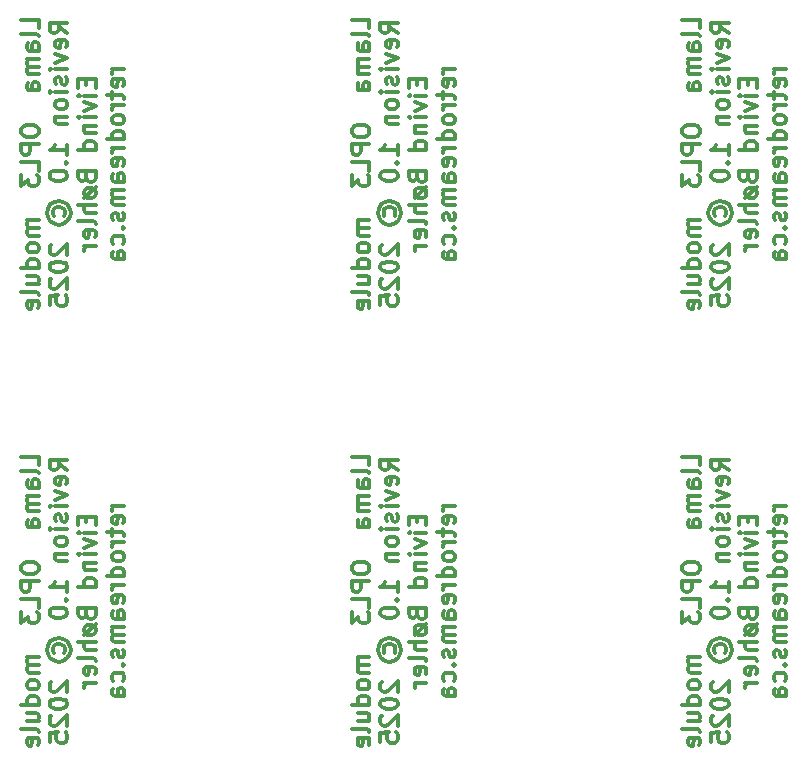
<source format=gbo>
G04 #@! TF.GenerationSoftware,KiCad,Pcbnew,8.0.8*
G04 #@! TF.CreationDate,2025-02-10T00:15:01+01:00*
G04 #@! TF.ProjectId,opl3module,6f706c33-6d6f-4647-956c-652e6b696361,1.2*
G04 #@! TF.SameCoordinates,Original*
G04 #@! TF.FileFunction,Legend,Bot*
G04 #@! TF.FilePolarity,Positive*
%FSLAX46Y46*%
G04 Gerber Fmt 4.6, Leading zero omitted, Abs format (unit mm)*
G04 Created by KiCad (PCBNEW 8.0.8) date 2025-02-10 00:15:01*
%MOMM*%
%LPD*%
G01*
G04 APERTURE LIST*
%ADD10C,0.300000*%
%ADD11C,1.397000*%
%ADD12R,1.397000X1.397000*%
%ADD13C,0.500000*%
G04 APERTURE END LIST*
D10*
X19055954Y-53980000D02*
X19055954Y-53265714D01*
X19055954Y-53265714D02*
X17555954Y-53265714D01*
X19055954Y-54694286D02*
X18984526Y-54551429D01*
X18984526Y-54551429D02*
X18841668Y-54480000D01*
X18841668Y-54480000D02*
X17555954Y-54480000D01*
X19055954Y-55908572D02*
X18270240Y-55908572D01*
X18270240Y-55908572D02*
X18127383Y-55837143D01*
X18127383Y-55837143D02*
X18055954Y-55694286D01*
X18055954Y-55694286D02*
X18055954Y-55408572D01*
X18055954Y-55408572D02*
X18127383Y-55265714D01*
X18984526Y-55908572D02*
X19055954Y-55765714D01*
X19055954Y-55765714D02*
X19055954Y-55408572D01*
X19055954Y-55408572D02*
X18984526Y-55265714D01*
X18984526Y-55265714D02*
X18841668Y-55194286D01*
X18841668Y-55194286D02*
X18698811Y-55194286D01*
X18698811Y-55194286D02*
X18555954Y-55265714D01*
X18555954Y-55265714D02*
X18484526Y-55408572D01*
X18484526Y-55408572D02*
X18484526Y-55765714D01*
X18484526Y-55765714D02*
X18413097Y-55908572D01*
X19055954Y-56622857D02*
X18055954Y-56622857D01*
X18198811Y-56622857D02*
X18127383Y-56694286D01*
X18127383Y-56694286D02*
X18055954Y-56837143D01*
X18055954Y-56837143D02*
X18055954Y-57051429D01*
X18055954Y-57051429D02*
X18127383Y-57194286D01*
X18127383Y-57194286D02*
X18270240Y-57265715D01*
X18270240Y-57265715D02*
X19055954Y-57265715D01*
X18270240Y-57265715D02*
X18127383Y-57337143D01*
X18127383Y-57337143D02*
X18055954Y-57480000D01*
X18055954Y-57480000D02*
X18055954Y-57694286D01*
X18055954Y-57694286D02*
X18127383Y-57837143D01*
X18127383Y-57837143D02*
X18270240Y-57908572D01*
X18270240Y-57908572D02*
X19055954Y-57908572D01*
X19055954Y-59265715D02*
X18270240Y-59265715D01*
X18270240Y-59265715D02*
X18127383Y-59194286D01*
X18127383Y-59194286D02*
X18055954Y-59051429D01*
X18055954Y-59051429D02*
X18055954Y-58765715D01*
X18055954Y-58765715D02*
X18127383Y-58622857D01*
X18984526Y-59265715D02*
X19055954Y-59122857D01*
X19055954Y-59122857D02*
X19055954Y-58765715D01*
X19055954Y-58765715D02*
X18984526Y-58622857D01*
X18984526Y-58622857D02*
X18841668Y-58551429D01*
X18841668Y-58551429D02*
X18698811Y-58551429D01*
X18698811Y-58551429D02*
X18555954Y-58622857D01*
X18555954Y-58622857D02*
X18484526Y-58765715D01*
X18484526Y-58765715D02*
X18484526Y-59122857D01*
X18484526Y-59122857D02*
X18413097Y-59265715D01*
X17555954Y-62551429D02*
X17555954Y-62837143D01*
X17555954Y-62837143D02*
X17627383Y-62980000D01*
X17627383Y-62980000D02*
X17770240Y-63122857D01*
X17770240Y-63122857D02*
X18055954Y-63194286D01*
X18055954Y-63194286D02*
X18555954Y-63194286D01*
X18555954Y-63194286D02*
X18841668Y-63122857D01*
X18841668Y-63122857D02*
X18984526Y-62980000D01*
X18984526Y-62980000D02*
X19055954Y-62837143D01*
X19055954Y-62837143D02*
X19055954Y-62551429D01*
X19055954Y-62551429D02*
X18984526Y-62408572D01*
X18984526Y-62408572D02*
X18841668Y-62265714D01*
X18841668Y-62265714D02*
X18555954Y-62194286D01*
X18555954Y-62194286D02*
X18055954Y-62194286D01*
X18055954Y-62194286D02*
X17770240Y-62265714D01*
X17770240Y-62265714D02*
X17627383Y-62408572D01*
X17627383Y-62408572D02*
X17555954Y-62551429D01*
X19055954Y-63837143D02*
X17555954Y-63837143D01*
X17555954Y-63837143D02*
X17555954Y-64408572D01*
X17555954Y-64408572D02*
X17627383Y-64551429D01*
X17627383Y-64551429D02*
X17698811Y-64622858D01*
X17698811Y-64622858D02*
X17841668Y-64694286D01*
X17841668Y-64694286D02*
X18055954Y-64694286D01*
X18055954Y-64694286D02*
X18198811Y-64622858D01*
X18198811Y-64622858D02*
X18270240Y-64551429D01*
X18270240Y-64551429D02*
X18341668Y-64408572D01*
X18341668Y-64408572D02*
X18341668Y-63837143D01*
X19055954Y-66051429D02*
X19055954Y-65337143D01*
X19055954Y-65337143D02*
X17555954Y-65337143D01*
X17555954Y-66408572D02*
X17555954Y-67337144D01*
X17555954Y-67337144D02*
X18127383Y-66837144D01*
X18127383Y-66837144D02*
X18127383Y-67051429D01*
X18127383Y-67051429D02*
X18198811Y-67194287D01*
X18198811Y-67194287D02*
X18270240Y-67265715D01*
X18270240Y-67265715D02*
X18413097Y-67337144D01*
X18413097Y-67337144D02*
X18770240Y-67337144D01*
X18770240Y-67337144D02*
X18913097Y-67265715D01*
X18913097Y-67265715D02*
X18984526Y-67194287D01*
X18984526Y-67194287D02*
X19055954Y-67051429D01*
X19055954Y-67051429D02*
X19055954Y-66622858D01*
X19055954Y-66622858D02*
X18984526Y-66480001D01*
X18984526Y-66480001D02*
X18913097Y-66408572D01*
X19055954Y-70265714D02*
X18055954Y-70265714D01*
X18198811Y-70265714D02*
X18127383Y-70337143D01*
X18127383Y-70337143D02*
X18055954Y-70480000D01*
X18055954Y-70480000D02*
X18055954Y-70694286D01*
X18055954Y-70694286D02*
X18127383Y-70837143D01*
X18127383Y-70837143D02*
X18270240Y-70908572D01*
X18270240Y-70908572D02*
X19055954Y-70908572D01*
X18270240Y-70908572D02*
X18127383Y-70980000D01*
X18127383Y-70980000D02*
X18055954Y-71122857D01*
X18055954Y-71122857D02*
X18055954Y-71337143D01*
X18055954Y-71337143D02*
X18127383Y-71480000D01*
X18127383Y-71480000D02*
X18270240Y-71551429D01*
X18270240Y-71551429D02*
X19055954Y-71551429D01*
X19055954Y-72480000D02*
X18984526Y-72337143D01*
X18984526Y-72337143D02*
X18913097Y-72265714D01*
X18913097Y-72265714D02*
X18770240Y-72194286D01*
X18770240Y-72194286D02*
X18341668Y-72194286D01*
X18341668Y-72194286D02*
X18198811Y-72265714D01*
X18198811Y-72265714D02*
X18127383Y-72337143D01*
X18127383Y-72337143D02*
X18055954Y-72480000D01*
X18055954Y-72480000D02*
X18055954Y-72694286D01*
X18055954Y-72694286D02*
X18127383Y-72837143D01*
X18127383Y-72837143D02*
X18198811Y-72908572D01*
X18198811Y-72908572D02*
X18341668Y-72980000D01*
X18341668Y-72980000D02*
X18770240Y-72980000D01*
X18770240Y-72980000D02*
X18913097Y-72908572D01*
X18913097Y-72908572D02*
X18984526Y-72837143D01*
X18984526Y-72837143D02*
X19055954Y-72694286D01*
X19055954Y-72694286D02*
X19055954Y-72480000D01*
X19055954Y-74265715D02*
X17555954Y-74265715D01*
X18984526Y-74265715D02*
X19055954Y-74122857D01*
X19055954Y-74122857D02*
X19055954Y-73837143D01*
X19055954Y-73837143D02*
X18984526Y-73694286D01*
X18984526Y-73694286D02*
X18913097Y-73622857D01*
X18913097Y-73622857D02*
X18770240Y-73551429D01*
X18770240Y-73551429D02*
X18341668Y-73551429D01*
X18341668Y-73551429D02*
X18198811Y-73622857D01*
X18198811Y-73622857D02*
X18127383Y-73694286D01*
X18127383Y-73694286D02*
X18055954Y-73837143D01*
X18055954Y-73837143D02*
X18055954Y-74122857D01*
X18055954Y-74122857D02*
X18127383Y-74265715D01*
X18055954Y-75622858D02*
X19055954Y-75622858D01*
X18055954Y-74980000D02*
X18841668Y-74980000D01*
X18841668Y-74980000D02*
X18984526Y-75051429D01*
X18984526Y-75051429D02*
X19055954Y-75194286D01*
X19055954Y-75194286D02*
X19055954Y-75408572D01*
X19055954Y-75408572D02*
X18984526Y-75551429D01*
X18984526Y-75551429D02*
X18913097Y-75622858D01*
X19055954Y-76551429D02*
X18984526Y-76408572D01*
X18984526Y-76408572D02*
X18841668Y-76337143D01*
X18841668Y-76337143D02*
X17555954Y-76337143D01*
X18984526Y-77694286D02*
X19055954Y-77551429D01*
X19055954Y-77551429D02*
X19055954Y-77265715D01*
X19055954Y-77265715D02*
X18984526Y-77122857D01*
X18984526Y-77122857D02*
X18841668Y-77051429D01*
X18841668Y-77051429D02*
X18270240Y-77051429D01*
X18270240Y-77051429D02*
X18127383Y-77122857D01*
X18127383Y-77122857D02*
X18055954Y-77265715D01*
X18055954Y-77265715D02*
X18055954Y-77551429D01*
X18055954Y-77551429D02*
X18127383Y-77694286D01*
X18127383Y-77694286D02*
X18270240Y-77765715D01*
X18270240Y-77765715D02*
X18413097Y-77765715D01*
X18413097Y-77765715D02*
X18555954Y-77051429D01*
X21470870Y-54408572D02*
X20756584Y-53908572D01*
X21470870Y-53551429D02*
X19970870Y-53551429D01*
X19970870Y-53551429D02*
X19970870Y-54122858D01*
X19970870Y-54122858D02*
X20042299Y-54265715D01*
X20042299Y-54265715D02*
X20113727Y-54337144D01*
X20113727Y-54337144D02*
X20256584Y-54408572D01*
X20256584Y-54408572D02*
X20470870Y-54408572D01*
X20470870Y-54408572D02*
X20613727Y-54337144D01*
X20613727Y-54337144D02*
X20685156Y-54265715D01*
X20685156Y-54265715D02*
X20756584Y-54122858D01*
X20756584Y-54122858D02*
X20756584Y-53551429D01*
X21399442Y-55622858D02*
X21470870Y-55480001D01*
X21470870Y-55480001D02*
X21470870Y-55194287D01*
X21470870Y-55194287D02*
X21399442Y-55051429D01*
X21399442Y-55051429D02*
X21256584Y-54980001D01*
X21256584Y-54980001D02*
X20685156Y-54980001D01*
X20685156Y-54980001D02*
X20542299Y-55051429D01*
X20542299Y-55051429D02*
X20470870Y-55194287D01*
X20470870Y-55194287D02*
X20470870Y-55480001D01*
X20470870Y-55480001D02*
X20542299Y-55622858D01*
X20542299Y-55622858D02*
X20685156Y-55694287D01*
X20685156Y-55694287D02*
X20828013Y-55694287D01*
X20828013Y-55694287D02*
X20970870Y-54980001D01*
X20470870Y-56194286D02*
X21470870Y-56551429D01*
X21470870Y-56551429D02*
X20470870Y-56908572D01*
X21470870Y-57480000D02*
X20470870Y-57480000D01*
X19970870Y-57480000D02*
X20042299Y-57408572D01*
X20042299Y-57408572D02*
X20113727Y-57480000D01*
X20113727Y-57480000D02*
X20042299Y-57551429D01*
X20042299Y-57551429D02*
X19970870Y-57480000D01*
X19970870Y-57480000D02*
X20113727Y-57480000D01*
X21399442Y-58122858D02*
X21470870Y-58265715D01*
X21470870Y-58265715D02*
X21470870Y-58551429D01*
X21470870Y-58551429D02*
X21399442Y-58694286D01*
X21399442Y-58694286D02*
X21256584Y-58765715D01*
X21256584Y-58765715D02*
X21185156Y-58765715D01*
X21185156Y-58765715D02*
X21042299Y-58694286D01*
X21042299Y-58694286D02*
X20970870Y-58551429D01*
X20970870Y-58551429D02*
X20970870Y-58337144D01*
X20970870Y-58337144D02*
X20899442Y-58194286D01*
X20899442Y-58194286D02*
X20756584Y-58122858D01*
X20756584Y-58122858D02*
X20685156Y-58122858D01*
X20685156Y-58122858D02*
X20542299Y-58194286D01*
X20542299Y-58194286D02*
X20470870Y-58337144D01*
X20470870Y-58337144D02*
X20470870Y-58551429D01*
X20470870Y-58551429D02*
X20542299Y-58694286D01*
X21470870Y-59408572D02*
X20470870Y-59408572D01*
X19970870Y-59408572D02*
X20042299Y-59337144D01*
X20042299Y-59337144D02*
X20113727Y-59408572D01*
X20113727Y-59408572D02*
X20042299Y-59480001D01*
X20042299Y-59480001D02*
X19970870Y-59408572D01*
X19970870Y-59408572D02*
X20113727Y-59408572D01*
X21470870Y-60337144D02*
X21399442Y-60194287D01*
X21399442Y-60194287D02*
X21328013Y-60122858D01*
X21328013Y-60122858D02*
X21185156Y-60051430D01*
X21185156Y-60051430D02*
X20756584Y-60051430D01*
X20756584Y-60051430D02*
X20613727Y-60122858D01*
X20613727Y-60122858D02*
X20542299Y-60194287D01*
X20542299Y-60194287D02*
X20470870Y-60337144D01*
X20470870Y-60337144D02*
X20470870Y-60551430D01*
X20470870Y-60551430D02*
X20542299Y-60694287D01*
X20542299Y-60694287D02*
X20613727Y-60765716D01*
X20613727Y-60765716D02*
X20756584Y-60837144D01*
X20756584Y-60837144D02*
X21185156Y-60837144D01*
X21185156Y-60837144D02*
X21328013Y-60765716D01*
X21328013Y-60765716D02*
X21399442Y-60694287D01*
X21399442Y-60694287D02*
X21470870Y-60551430D01*
X21470870Y-60551430D02*
X21470870Y-60337144D01*
X20470870Y-61480001D02*
X21470870Y-61480001D01*
X20613727Y-61480001D02*
X20542299Y-61551430D01*
X20542299Y-61551430D02*
X20470870Y-61694287D01*
X20470870Y-61694287D02*
X20470870Y-61908573D01*
X20470870Y-61908573D02*
X20542299Y-62051430D01*
X20542299Y-62051430D02*
X20685156Y-62122859D01*
X20685156Y-62122859D02*
X21470870Y-62122859D01*
X21470870Y-64765716D02*
X21470870Y-63908573D01*
X21470870Y-64337144D02*
X19970870Y-64337144D01*
X19970870Y-64337144D02*
X20185156Y-64194287D01*
X20185156Y-64194287D02*
X20328013Y-64051430D01*
X20328013Y-64051430D02*
X20399442Y-63908573D01*
X21328013Y-65408572D02*
X21399442Y-65480001D01*
X21399442Y-65480001D02*
X21470870Y-65408572D01*
X21470870Y-65408572D02*
X21399442Y-65337144D01*
X21399442Y-65337144D02*
X21328013Y-65408572D01*
X21328013Y-65408572D02*
X21470870Y-65408572D01*
X19970870Y-66408573D02*
X19970870Y-66551430D01*
X19970870Y-66551430D02*
X20042299Y-66694287D01*
X20042299Y-66694287D02*
X20113727Y-66765716D01*
X20113727Y-66765716D02*
X20256584Y-66837144D01*
X20256584Y-66837144D02*
X20542299Y-66908573D01*
X20542299Y-66908573D02*
X20899442Y-66908573D01*
X20899442Y-66908573D02*
X21185156Y-66837144D01*
X21185156Y-66837144D02*
X21328013Y-66765716D01*
X21328013Y-66765716D02*
X21399442Y-66694287D01*
X21399442Y-66694287D02*
X21470870Y-66551430D01*
X21470870Y-66551430D02*
X21470870Y-66408573D01*
X21470870Y-66408573D02*
X21399442Y-66265716D01*
X21399442Y-66265716D02*
X21328013Y-66194287D01*
X21328013Y-66194287D02*
X21185156Y-66122858D01*
X21185156Y-66122858D02*
X20899442Y-66051430D01*
X20899442Y-66051430D02*
X20542299Y-66051430D01*
X20542299Y-66051430D02*
X20256584Y-66122858D01*
X20256584Y-66122858D02*
X20113727Y-66194287D01*
X20113727Y-66194287D02*
X20042299Y-66265716D01*
X20042299Y-66265716D02*
X19970870Y-66408573D01*
X20328013Y-69908572D02*
X20256584Y-69765715D01*
X20256584Y-69765715D02*
X20256584Y-69480001D01*
X20256584Y-69480001D02*
X20328013Y-69337144D01*
X20328013Y-69337144D02*
X20470870Y-69194286D01*
X20470870Y-69194286D02*
X20613727Y-69122858D01*
X20613727Y-69122858D02*
X20899442Y-69122858D01*
X20899442Y-69122858D02*
X21042299Y-69194286D01*
X21042299Y-69194286D02*
X21185156Y-69337144D01*
X21185156Y-69337144D02*
X21256584Y-69480001D01*
X21256584Y-69480001D02*
X21256584Y-69765715D01*
X21256584Y-69765715D02*
X21185156Y-69908572D01*
X19756584Y-69622858D02*
X19828013Y-69265715D01*
X19828013Y-69265715D02*
X20042299Y-68908572D01*
X20042299Y-68908572D02*
X20399442Y-68694286D01*
X20399442Y-68694286D02*
X20756584Y-68622858D01*
X20756584Y-68622858D02*
X21113727Y-68694286D01*
X21113727Y-68694286D02*
X21470870Y-68908572D01*
X21470870Y-68908572D02*
X21685156Y-69265715D01*
X21685156Y-69265715D02*
X21756584Y-69622858D01*
X21756584Y-69622858D02*
X21685156Y-69980001D01*
X21685156Y-69980001D02*
X21470870Y-70337144D01*
X21470870Y-70337144D02*
X21113727Y-70551429D01*
X21113727Y-70551429D02*
X20756584Y-70622858D01*
X20756584Y-70622858D02*
X20399442Y-70551429D01*
X20399442Y-70551429D02*
X20042299Y-70337144D01*
X20042299Y-70337144D02*
X19828013Y-69980001D01*
X19828013Y-69980001D02*
X19756584Y-69622858D01*
X20113727Y-72337144D02*
X20042299Y-72408572D01*
X20042299Y-72408572D02*
X19970870Y-72551430D01*
X19970870Y-72551430D02*
X19970870Y-72908572D01*
X19970870Y-72908572D02*
X20042299Y-73051430D01*
X20042299Y-73051430D02*
X20113727Y-73122858D01*
X20113727Y-73122858D02*
X20256584Y-73194287D01*
X20256584Y-73194287D02*
X20399442Y-73194287D01*
X20399442Y-73194287D02*
X20613727Y-73122858D01*
X20613727Y-73122858D02*
X21470870Y-72265715D01*
X21470870Y-72265715D02*
X21470870Y-73194287D01*
X19970870Y-74122858D02*
X19970870Y-74265715D01*
X19970870Y-74265715D02*
X20042299Y-74408572D01*
X20042299Y-74408572D02*
X20113727Y-74480001D01*
X20113727Y-74480001D02*
X20256584Y-74551429D01*
X20256584Y-74551429D02*
X20542299Y-74622858D01*
X20542299Y-74622858D02*
X20899442Y-74622858D01*
X20899442Y-74622858D02*
X21185156Y-74551429D01*
X21185156Y-74551429D02*
X21328013Y-74480001D01*
X21328013Y-74480001D02*
X21399442Y-74408572D01*
X21399442Y-74408572D02*
X21470870Y-74265715D01*
X21470870Y-74265715D02*
X21470870Y-74122858D01*
X21470870Y-74122858D02*
X21399442Y-73980001D01*
X21399442Y-73980001D02*
X21328013Y-73908572D01*
X21328013Y-73908572D02*
X21185156Y-73837143D01*
X21185156Y-73837143D02*
X20899442Y-73765715D01*
X20899442Y-73765715D02*
X20542299Y-73765715D01*
X20542299Y-73765715D02*
X20256584Y-73837143D01*
X20256584Y-73837143D02*
X20113727Y-73908572D01*
X20113727Y-73908572D02*
X20042299Y-73980001D01*
X20042299Y-73980001D02*
X19970870Y-74122858D01*
X20113727Y-75194286D02*
X20042299Y-75265714D01*
X20042299Y-75265714D02*
X19970870Y-75408572D01*
X19970870Y-75408572D02*
X19970870Y-75765714D01*
X19970870Y-75765714D02*
X20042299Y-75908572D01*
X20042299Y-75908572D02*
X20113727Y-75980000D01*
X20113727Y-75980000D02*
X20256584Y-76051429D01*
X20256584Y-76051429D02*
X20399442Y-76051429D01*
X20399442Y-76051429D02*
X20613727Y-75980000D01*
X20613727Y-75980000D02*
X21470870Y-75122857D01*
X21470870Y-75122857D02*
X21470870Y-76051429D01*
X19970870Y-77408571D02*
X19970870Y-76694285D01*
X19970870Y-76694285D02*
X20685156Y-76622857D01*
X20685156Y-76622857D02*
X20613727Y-76694285D01*
X20613727Y-76694285D02*
X20542299Y-76837143D01*
X20542299Y-76837143D02*
X20542299Y-77194285D01*
X20542299Y-77194285D02*
X20613727Y-77337143D01*
X20613727Y-77337143D02*
X20685156Y-77408571D01*
X20685156Y-77408571D02*
X20828013Y-77480000D01*
X20828013Y-77480000D02*
X21185156Y-77480000D01*
X21185156Y-77480000D02*
X21328013Y-77408571D01*
X21328013Y-77408571D02*
X21399442Y-77337143D01*
X21399442Y-77337143D02*
X21470870Y-77194285D01*
X21470870Y-77194285D02*
X21470870Y-76837143D01*
X21470870Y-76837143D02*
X21399442Y-76694285D01*
X21399442Y-76694285D02*
X21328013Y-76622857D01*
X23100072Y-58337142D02*
X23100072Y-58837142D01*
X23885786Y-59051428D02*
X23885786Y-58337142D01*
X23885786Y-58337142D02*
X22385786Y-58337142D01*
X22385786Y-58337142D02*
X22385786Y-59051428D01*
X23885786Y-59694285D02*
X22885786Y-59694285D01*
X22385786Y-59694285D02*
X22457215Y-59622857D01*
X22457215Y-59622857D02*
X22528643Y-59694285D01*
X22528643Y-59694285D02*
X22457215Y-59765714D01*
X22457215Y-59765714D02*
X22385786Y-59694285D01*
X22385786Y-59694285D02*
X22528643Y-59694285D01*
X22885786Y-60265714D02*
X23885786Y-60622857D01*
X23885786Y-60622857D02*
X22885786Y-60980000D01*
X23885786Y-61551428D02*
X22885786Y-61551428D01*
X22385786Y-61551428D02*
X22457215Y-61480000D01*
X22457215Y-61480000D02*
X22528643Y-61551428D01*
X22528643Y-61551428D02*
X22457215Y-61622857D01*
X22457215Y-61622857D02*
X22385786Y-61551428D01*
X22385786Y-61551428D02*
X22528643Y-61551428D01*
X22885786Y-62265714D02*
X23885786Y-62265714D01*
X23028643Y-62265714D02*
X22957215Y-62337143D01*
X22957215Y-62337143D02*
X22885786Y-62480000D01*
X22885786Y-62480000D02*
X22885786Y-62694286D01*
X22885786Y-62694286D02*
X22957215Y-62837143D01*
X22957215Y-62837143D02*
X23100072Y-62908572D01*
X23100072Y-62908572D02*
X23885786Y-62908572D01*
X23885786Y-64265715D02*
X22385786Y-64265715D01*
X23814358Y-64265715D02*
X23885786Y-64122857D01*
X23885786Y-64122857D02*
X23885786Y-63837143D01*
X23885786Y-63837143D02*
X23814358Y-63694286D01*
X23814358Y-63694286D02*
X23742929Y-63622857D01*
X23742929Y-63622857D02*
X23600072Y-63551429D01*
X23600072Y-63551429D02*
X23171500Y-63551429D01*
X23171500Y-63551429D02*
X23028643Y-63622857D01*
X23028643Y-63622857D02*
X22957215Y-63694286D01*
X22957215Y-63694286D02*
X22885786Y-63837143D01*
X22885786Y-63837143D02*
X22885786Y-64122857D01*
X22885786Y-64122857D02*
X22957215Y-64265715D01*
X23100072Y-66622857D02*
X23171500Y-66837143D01*
X23171500Y-66837143D02*
X23242929Y-66908572D01*
X23242929Y-66908572D02*
X23385786Y-66980000D01*
X23385786Y-66980000D02*
X23600072Y-66980000D01*
X23600072Y-66980000D02*
X23742929Y-66908572D01*
X23742929Y-66908572D02*
X23814358Y-66837143D01*
X23814358Y-66837143D02*
X23885786Y-66694286D01*
X23885786Y-66694286D02*
X23885786Y-66122857D01*
X23885786Y-66122857D02*
X22385786Y-66122857D01*
X22385786Y-66122857D02*
X22385786Y-66622857D01*
X22385786Y-66622857D02*
X22457215Y-66765715D01*
X22457215Y-66765715D02*
X22528643Y-66837143D01*
X22528643Y-66837143D02*
X22671500Y-66908572D01*
X22671500Y-66908572D02*
X22814358Y-66908572D01*
X22814358Y-66908572D02*
X22957215Y-66837143D01*
X22957215Y-66837143D02*
X23028643Y-66765715D01*
X23028643Y-66765715D02*
X23100072Y-66622857D01*
X23100072Y-66622857D02*
X23100072Y-66122857D01*
X22885786Y-68408572D02*
X23885786Y-67480000D01*
X23885786Y-67837143D02*
X23814358Y-67694286D01*
X23814358Y-67694286D02*
X23742929Y-67622857D01*
X23742929Y-67622857D02*
X23600072Y-67551429D01*
X23600072Y-67551429D02*
X23171500Y-67551429D01*
X23171500Y-67551429D02*
X23028643Y-67622857D01*
X23028643Y-67622857D02*
X22957215Y-67694286D01*
X22957215Y-67694286D02*
X22885786Y-67837143D01*
X22885786Y-67837143D02*
X22885786Y-68051429D01*
X22885786Y-68051429D02*
X22957215Y-68194286D01*
X22957215Y-68194286D02*
X23028643Y-68265715D01*
X23028643Y-68265715D02*
X23171500Y-68337143D01*
X23171500Y-68337143D02*
X23600072Y-68337143D01*
X23600072Y-68337143D02*
X23742929Y-68265715D01*
X23742929Y-68265715D02*
X23814358Y-68194286D01*
X23814358Y-68194286D02*
X23885786Y-68051429D01*
X23885786Y-68051429D02*
X23885786Y-67837143D01*
X23885786Y-68980000D02*
X22385786Y-68980000D01*
X23885786Y-69622858D02*
X23100072Y-69622858D01*
X23100072Y-69622858D02*
X22957215Y-69551429D01*
X22957215Y-69551429D02*
X22885786Y-69408572D01*
X22885786Y-69408572D02*
X22885786Y-69194286D01*
X22885786Y-69194286D02*
X22957215Y-69051429D01*
X22957215Y-69051429D02*
X23028643Y-68980000D01*
X23885786Y-70551429D02*
X23814358Y-70408572D01*
X23814358Y-70408572D02*
X23671500Y-70337143D01*
X23671500Y-70337143D02*
X22385786Y-70337143D01*
X23814358Y-71694286D02*
X23885786Y-71551429D01*
X23885786Y-71551429D02*
X23885786Y-71265715D01*
X23885786Y-71265715D02*
X23814358Y-71122857D01*
X23814358Y-71122857D02*
X23671500Y-71051429D01*
X23671500Y-71051429D02*
X23100072Y-71051429D01*
X23100072Y-71051429D02*
X22957215Y-71122857D01*
X22957215Y-71122857D02*
X22885786Y-71265715D01*
X22885786Y-71265715D02*
X22885786Y-71551429D01*
X22885786Y-71551429D02*
X22957215Y-71694286D01*
X22957215Y-71694286D02*
X23100072Y-71765715D01*
X23100072Y-71765715D02*
X23242929Y-71765715D01*
X23242929Y-71765715D02*
X23385786Y-71051429D01*
X23885786Y-72408571D02*
X22885786Y-72408571D01*
X23171500Y-72408571D02*
X23028643Y-72480000D01*
X23028643Y-72480000D02*
X22957215Y-72551429D01*
X22957215Y-72551429D02*
X22885786Y-72694286D01*
X22885786Y-72694286D02*
X22885786Y-72837143D01*
X26300702Y-57408571D02*
X25300702Y-57408571D01*
X25586416Y-57408571D02*
X25443559Y-57480000D01*
X25443559Y-57480000D02*
X25372131Y-57551429D01*
X25372131Y-57551429D02*
X25300702Y-57694286D01*
X25300702Y-57694286D02*
X25300702Y-57837143D01*
X26229274Y-58908571D02*
X26300702Y-58765714D01*
X26300702Y-58765714D02*
X26300702Y-58480000D01*
X26300702Y-58480000D02*
X26229274Y-58337142D01*
X26229274Y-58337142D02*
X26086416Y-58265714D01*
X26086416Y-58265714D02*
X25514988Y-58265714D01*
X25514988Y-58265714D02*
X25372131Y-58337142D01*
X25372131Y-58337142D02*
X25300702Y-58480000D01*
X25300702Y-58480000D02*
X25300702Y-58765714D01*
X25300702Y-58765714D02*
X25372131Y-58908571D01*
X25372131Y-58908571D02*
X25514988Y-58980000D01*
X25514988Y-58980000D02*
X25657845Y-58980000D01*
X25657845Y-58980000D02*
X25800702Y-58265714D01*
X25300702Y-59408571D02*
X25300702Y-59979999D01*
X24800702Y-59622856D02*
X26086416Y-59622856D01*
X26086416Y-59622856D02*
X26229274Y-59694285D01*
X26229274Y-59694285D02*
X26300702Y-59837142D01*
X26300702Y-59837142D02*
X26300702Y-59979999D01*
X26300702Y-60479999D02*
X25300702Y-60479999D01*
X25586416Y-60479999D02*
X25443559Y-60551428D01*
X25443559Y-60551428D02*
X25372131Y-60622857D01*
X25372131Y-60622857D02*
X25300702Y-60765714D01*
X25300702Y-60765714D02*
X25300702Y-60908571D01*
X26300702Y-61622856D02*
X26229274Y-61479999D01*
X26229274Y-61479999D02*
X26157845Y-61408570D01*
X26157845Y-61408570D02*
X26014988Y-61337142D01*
X26014988Y-61337142D02*
X25586416Y-61337142D01*
X25586416Y-61337142D02*
X25443559Y-61408570D01*
X25443559Y-61408570D02*
X25372131Y-61479999D01*
X25372131Y-61479999D02*
X25300702Y-61622856D01*
X25300702Y-61622856D02*
X25300702Y-61837142D01*
X25300702Y-61837142D02*
X25372131Y-61979999D01*
X25372131Y-61979999D02*
X25443559Y-62051428D01*
X25443559Y-62051428D02*
X25586416Y-62122856D01*
X25586416Y-62122856D02*
X26014988Y-62122856D01*
X26014988Y-62122856D02*
X26157845Y-62051428D01*
X26157845Y-62051428D02*
X26229274Y-61979999D01*
X26229274Y-61979999D02*
X26300702Y-61837142D01*
X26300702Y-61837142D02*
X26300702Y-61622856D01*
X26300702Y-63408571D02*
X24800702Y-63408571D01*
X26229274Y-63408571D02*
X26300702Y-63265713D01*
X26300702Y-63265713D02*
X26300702Y-62979999D01*
X26300702Y-62979999D02*
X26229274Y-62837142D01*
X26229274Y-62837142D02*
X26157845Y-62765713D01*
X26157845Y-62765713D02*
X26014988Y-62694285D01*
X26014988Y-62694285D02*
X25586416Y-62694285D01*
X25586416Y-62694285D02*
X25443559Y-62765713D01*
X25443559Y-62765713D02*
X25372131Y-62837142D01*
X25372131Y-62837142D02*
X25300702Y-62979999D01*
X25300702Y-62979999D02*
X25300702Y-63265713D01*
X25300702Y-63265713D02*
X25372131Y-63408571D01*
X26300702Y-64122856D02*
X25300702Y-64122856D01*
X25586416Y-64122856D02*
X25443559Y-64194285D01*
X25443559Y-64194285D02*
X25372131Y-64265714D01*
X25372131Y-64265714D02*
X25300702Y-64408571D01*
X25300702Y-64408571D02*
X25300702Y-64551428D01*
X26229274Y-65622856D02*
X26300702Y-65479999D01*
X26300702Y-65479999D02*
X26300702Y-65194285D01*
X26300702Y-65194285D02*
X26229274Y-65051427D01*
X26229274Y-65051427D02*
X26086416Y-64979999D01*
X26086416Y-64979999D02*
X25514988Y-64979999D01*
X25514988Y-64979999D02*
X25372131Y-65051427D01*
X25372131Y-65051427D02*
X25300702Y-65194285D01*
X25300702Y-65194285D02*
X25300702Y-65479999D01*
X25300702Y-65479999D02*
X25372131Y-65622856D01*
X25372131Y-65622856D02*
X25514988Y-65694285D01*
X25514988Y-65694285D02*
X25657845Y-65694285D01*
X25657845Y-65694285D02*
X25800702Y-64979999D01*
X26300702Y-66979999D02*
X25514988Y-66979999D01*
X25514988Y-66979999D02*
X25372131Y-66908570D01*
X25372131Y-66908570D02*
X25300702Y-66765713D01*
X25300702Y-66765713D02*
X25300702Y-66479999D01*
X25300702Y-66479999D02*
X25372131Y-66337141D01*
X26229274Y-66979999D02*
X26300702Y-66837141D01*
X26300702Y-66837141D02*
X26300702Y-66479999D01*
X26300702Y-66479999D02*
X26229274Y-66337141D01*
X26229274Y-66337141D02*
X26086416Y-66265713D01*
X26086416Y-66265713D02*
X25943559Y-66265713D01*
X25943559Y-66265713D02*
X25800702Y-66337141D01*
X25800702Y-66337141D02*
X25729274Y-66479999D01*
X25729274Y-66479999D02*
X25729274Y-66837141D01*
X25729274Y-66837141D02*
X25657845Y-66979999D01*
X26300702Y-67694284D02*
X25300702Y-67694284D01*
X25443559Y-67694284D02*
X25372131Y-67765713D01*
X25372131Y-67765713D02*
X25300702Y-67908570D01*
X25300702Y-67908570D02*
X25300702Y-68122856D01*
X25300702Y-68122856D02*
X25372131Y-68265713D01*
X25372131Y-68265713D02*
X25514988Y-68337142D01*
X25514988Y-68337142D02*
X26300702Y-68337142D01*
X25514988Y-68337142D02*
X25372131Y-68408570D01*
X25372131Y-68408570D02*
X25300702Y-68551427D01*
X25300702Y-68551427D02*
X25300702Y-68765713D01*
X25300702Y-68765713D02*
X25372131Y-68908570D01*
X25372131Y-68908570D02*
X25514988Y-68979999D01*
X25514988Y-68979999D02*
X26300702Y-68979999D01*
X26229274Y-69622856D02*
X26300702Y-69765713D01*
X26300702Y-69765713D02*
X26300702Y-70051427D01*
X26300702Y-70051427D02*
X26229274Y-70194284D01*
X26229274Y-70194284D02*
X26086416Y-70265713D01*
X26086416Y-70265713D02*
X26014988Y-70265713D01*
X26014988Y-70265713D02*
X25872131Y-70194284D01*
X25872131Y-70194284D02*
X25800702Y-70051427D01*
X25800702Y-70051427D02*
X25800702Y-69837142D01*
X25800702Y-69837142D02*
X25729274Y-69694284D01*
X25729274Y-69694284D02*
X25586416Y-69622856D01*
X25586416Y-69622856D02*
X25514988Y-69622856D01*
X25514988Y-69622856D02*
X25372131Y-69694284D01*
X25372131Y-69694284D02*
X25300702Y-69837142D01*
X25300702Y-69837142D02*
X25300702Y-70051427D01*
X25300702Y-70051427D02*
X25372131Y-70194284D01*
X26157845Y-70908570D02*
X26229274Y-70979999D01*
X26229274Y-70979999D02*
X26300702Y-70908570D01*
X26300702Y-70908570D02*
X26229274Y-70837142D01*
X26229274Y-70837142D02*
X26157845Y-70908570D01*
X26157845Y-70908570D02*
X26300702Y-70908570D01*
X26229274Y-72265714D02*
X26300702Y-72122856D01*
X26300702Y-72122856D02*
X26300702Y-71837142D01*
X26300702Y-71837142D02*
X26229274Y-71694285D01*
X26229274Y-71694285D02*
X26157845Y-71622856D01*
X26157845Y-71622856D02*
X26014988Y-71551428D01*
X26014988Y-71551428D02*
X25586416Y-71551428D01*
X25586416Y-71551428D02*
X25443559Y-71622856D01*
X25443559Y-71622856D02*
X25372131Y-71694285D01*
X25372131Y-71694285D02*
X25300702Y-71837142D01*
X25300702Y-71837142D02*
X25300702Y-72122856D01*
X25300702Y-72122856D02*
X25372131Y-72265714D01*
X26300702Y-73551428D02*
X25514988Y-73551428D01*
X25514988Y-73551428D02*
X25372131Y-73479999D01*
X25372131Y-73479999D02*
X25300702Y-73337142D01*
X25300702Y-73337142D02*
X25300702Y-73051428D01*
X25300702Y-73051428D02*
X25372131Y-72908570D01*
X26229274Y-73551428D02*
X26300702Y-73408570D01*
X26300702Y-73408570D02*
X26300702Y-73051428D01*
X26300702Y-73051428D02*
X26229274Y-72908570D01*
X26229274Y-72908570D02*
X26086416Y-72837142D01*
X26086416Y-72837142D02*
X25943559Y-72837142D01*
X25943559Y-72837142D02*
X25800702Y-72908570D01*
X25800702Y-72908570D02*
X25729274Y-73051428D01*
X25729274Y-73051428D02*
X25729274Y-73408570D01*
X25729274Y-73408570D02*
X25657845Y-73551428D01*
X75055954Y-53980000D02*
X75055954Y-53265714D01*
X75055954Y-53265714D02*
X73555954Y-53265714D01*
X75055954Y-54694286D02*
X74984526Y-54551429D01*
X74984526Y-54551429D02*
X74841668Y-54480000D01*
X74841668Y-54480000D02*
X73555954Y-54480000D01*
X75055954Y-55908572D02*
X74270240Y-55908572D01*
X74270240Y-55908572D02*
X74127383Y-55837143D01*
X74127383Y-55837143D02*
X74055954Y-55694286D01*
X74055954Y-55694286D02*
X74055954Y-55408572D01*
X74055954Y-55408572D02*
X74127383Y-55265714D01*
X74984526Y-55908572D02*
X75055954Y-55765714D01*
X75055954Y-55765714D02*
X75055954Y-55408572D01*
X75055954Y-55408572D02*
X74984526Y-55265714D01*
X74984526Y-55265714D02*
X74841668Y-55194286D01*
X74841668Y-55194286D02*
X74698811Y-55194286D01*
X74698811Y-55194286D02*
X74555954Y-55265714D01*
X74555954Y-55265714D02*
X74484526Y-55408572D01*
X74484526Y-55408572D02*
X74484526Y-55765714D01*
X74484526Y-55765714D02*
X74413097Y-55908572D01*
X75055954Y-56622857D02*
X74055954Y-56622857D01*
X74198811Y-56622857D02*
X74127383Y-56694286D01*
X74127383Y-56694286D02*
X74055954Y-56837143D01*
X74055954Y-56837143D02*
X74055954Y-57051429D01*
X74055954Y-57051429D02*
X74127383Y-57194286D01*
X74127383Y-57194286D02*
X74270240Y-57265715D01*
X74270240Y-57265715D02*
X75055954Y-57265715D01*
X74270240Y-57265715D02*
X74127383Y-57337143D01*
X74127383Y-57337143D02*
X74055954Y-57480000D01*
X74055954Y-57480000D02*
X74055954Y-57694286D01*
X74055954Y-57694286D02*
X74127383Y-57837143D01*
X74127383Y-57837143D02*
X74270240Y-57908572D01*
X74270240Y-57908572D02*
X75055954Y-57908572D01*
X75055954Y-59265715D02*
X74270240Y-59265715D01*
X74270240Y-59265715D02*
X74127383Y-59194286D01*
X74127383Y-59194286D02*
X74055954Y-59051429D01*
X74055954Y-59051429D02*
X74055954Y-58765715D01*
X74055954Y-58765715D02*
X74127383Y-58622857D01*
X74984526Y-59265715D02*
X75055954Y-59122857D01*
X75055954Y-59122857D02*
X75055954Y-58765715D01*
X75055954Y-58765715D02*
X74984526Y-58622857D01*
X74984526Y-58622857D02*
X74841668Y-58551429D01*
X74841668Y-58551429D02*
X74698811Y-58551429D01*
X74698811Y-58551429D02*
X74555954Y-58622857D01*
X74555954Y-58622857D02*
X74484526Y-58765715D01*
X74484526Y-58765715D02*
X74484526Y-59122857D01*
X74484526Y-59122857D02*
X74413097Y-59265715D01*
X73555954Y-62551429D02*
X73555954Y-62837143D01*
X73555954Y-62837143D02*
X73627383Y-62980000D01*
X73627383Y-62980000D02*
X73770240Y-63122857D01*
X73770240Y-63122857D02*
X74055954Y-63194286D01*
X74055954Y-63194286D02*
X74555954Y-63194286D01*
X74555954Y-63194286D02*
X74841668Y-63122857D01*
X74841668Y-63122857D02*
X74984526Y-62980000D01*
X74984526Y-62980000D02*
X75055954Y-62837143D01*
X75055954Y-62837143D02*
X75055954Y-62551429D01*
X75055954Y-62551429D02*
X74984526Y-62408572D01*
X74984526Y-62408572D02*
X74841668Y-62265714D01*
X74841668Y-62265714D02*
X74555954Y-62194286D01*
X74555954Y-62194286D02*
X74055954Y-62194286D01*
X74055954Y-62194286D02*
X73770240Y-62265714D01*
X73770240Y-62265714D02*
X73627383Y-62408572D01*
X73627383Y-62408572D02*
X73555954Y-62551429D01*
X75055954Y-63837143D02*
X73555954Y-63837143D01*
X73555954Y-63837143D02*
X73555954Y-64408572D01*
X73555954Y-64408572D02*
X73627383Y-64551429D01*
X73627383Y-64551429D02*
X73698811Y-64622858D01*
X73698811Y-64622858D02*
X73841668Y-64694286D01*
X73841668Y-64694286D02*
X74055954Y-64694286D01*
X74055954Y-64694286D02*
X74198811Y-64622858D01*
X74198811Y-64622858D02*
X74270240Y-64551429D01*
X74270240Y-64551429D02*
X74341668Y-64408572D01*
X74341668Y-64408572D02*
X74341668Y-63837143D01*
X75055954Y-66051429D02*
X75055954Y-65337143D01*
X75055954Y-65337143D02*
X73555954Y-65337143D01*
X73555954Y-66408572D02*
X73555954Y-67337144D01*
X73555954Y-67337144D02*
X74127383Y-66837144D01*
X74127383Y-66837144D02*
X74127383Y-67051429D01*
X74127383Y-67051429D02*
X74198811Y-67194287D01*
X74198811Y-67194287D02*
X74270240Y-67265715D01*
X74270240Y-67265715D02*
X74413097Y-67337144D01*
X74413097Y-67337144D02*
X74770240Y-67337144D01*
X74770240Y-67337144D02*
X74913097Y-67265715D01*
X74913097Y-67265715D02*
X74984526Y-67194287D01*
X74984526Y-67194287D02*
X75055954Y-67051429D01*
X75055954Y-67051429D02*
X75055954Y-66622858D01*
X75055954Y-66622858D02*
X74984526Y-66480001D01*
X74984526Y-66480001D02*
X74913097Y-66408572D01*
X75055954Y-70265714D02*
X74055954Y-70265714D01*
X74198811Y-70265714D02*
X74127383Y-70337143D01*
X74127383Y-70337143D02*
X74055954Y-70480000D01*
X74055954Y-70480000D02*
X74055954Y-70694286D01*
X74055954Y-70694286D02*
X74127383Y-70837143D01*
X74127383Y-70837143D02*
X74270240Y-70908572D01*
X74270240Y-70908572D02*
X75055954Y-70908572D01*
X74270240Y-70908572D02*
X74127383Y-70980000D01*
X74127383Y-70980000D02*
X74055954Y-71122857D01*
X74055954Y-71122857D02*
X74055954Y-71337143D01*
X74055954Y-71337143D02*
X74127383Y-71480000D01*
X74127383Y-71480000D02*
X74270240Y-71551429D01*
X74270240Y-71551429D02*
X75055954Y-71551429D01*
X75055954Y-72480000D02*
X74984526Y-72337143D01*
X74984526Y-72337143D02*
X74913097Y-72265714D01*
X74913097Y-72265714D02*
X74770240Y-72194286D01*
X74770240Y-72194286D02*
X74341668Y-72194286D01*
X74341668Y-72194286D02*
X74198811Y-72265714D01*
X74198811Y-72265714D02*
X74127383Y-72337143D01*
X74127383Y-72337143D02*
X74055954Y-72480000D01*
X74055954Y-72480000D02*
X74055954Y-72694286D01*
X74055954Y-72694286D02*
X74127383Y-72837143D01*
X74127383Y-72837143D02*
X74198811Y-72908572D01*
X74198811Y-72908572D02*
X74341668Y-72980000D01*
X74341668Y-72980000D02*
X74770240Y-72980000D01*
X74770240Y-72980000D02*
X74913097Y-72908572D01*
X74913097Y-72908572D02*
X74984526Y-72837143D01*
X74984526Y-72837143D02*
X75055954Y-72694286D01*
X75055954Y-72694286D02*
X75055954Y-72480000D01*
X75055954Y-74265715D02*
X73555954Y-74265715D01*
X74984526Y-74265715D02*
X75055954Y-74122857D01*
X75055954Y-74122857D02*
X75055954Y-73837143D01*
X75055954Y-73837143D02*
X74984526Y-73694286D01*
X74984526Y-73694286D02*
X74913097Y-73622857D01*
X74913097Y-73622857D02*
X74770240Y-73551429D01*
X74770240Y-73551429D02*
X74341668Y-73551429D01*
X74341668Y-73551429D02*
X74198811Y-73622857D01*
X74198811Y-73622857D02*
X74127383Y-73694286D01*
X74127383Y-73694286D02*
X74055954Y-73837143D01*
X74055954Y-73837143D02*
X74055954Y-74122857D01*
X74055954Y-74122857D02*
X74127383Y-74265715D01*
X74055954Y-75622858D02*
X75055954Y-75622858D01*
X74055954Y-74980000D02*
X74841668Y-74980000D01*
X74841668Y-74980000D02*
X74984526Y-75051429D01*
X74984526Y-75051429D02*
X75055954Y-75194286D01*
X75055954Y-75194286D02*
X75055954Y-75408572D01*
X75055954Y-75408572D02*
X74984526Y-75551429D01*
X74984526Y-75551429D02*
X74913097Y-75622858D01*
X75055954Y-76551429D02*
X74984526Y-76408572D01*
X74984526Y-76408572D02*
X74841668Y-76337143D01*
X74841668Y-76337143D02*
X73555954Y-76337143D01*
X74984526Y-77694286D02*
X75055954Y-77551429D01*
X75055954Y-77551429D02*
X75055954Y-77265715D01*
X75055954Y-77265715D02*
X74984526Y-77122857D01*
X74984526Y-77122857D02*
X74841668Y-77051429D01*
X74841668Y-77051429D02*
X74270240Y-77051429D01*
X74270240Y-77051429D02*
X74127383Y-77122857D01*
X74127383Y-77122857D02*
X74055954Y-77265715D01*
X74055954Y-77265715D02*
X74055954Y-77551429D01*
X74055954Y-77551429D02*
X74127383Y-77694286D01*
X74127383Y-77694286D02*
X74270240Y-77765715D01*
X74270240Y-77765715D02*
X74413097Y-77765715D01*
X74413097Y-77765715D02*
X74555954Y-77051429D01*
X77470870Y-54408572D02*
X76756584Y-53908572D01*
X77470870Y-53551429D02*
X75970870Y-53551429D01*
X75970870Y-53551429D02*
X75970870Y-54122858D01*
X75970870Y-54122858D02*
X76042299Y-54265715D01*
X76042299Y-54265715D02*
X76113727Y-54337144D01*
X76113727Y-54337144D02*
X76256584Y-54408572D01*
X76256584Y-54408572D02*
X76470870Y-54408572D01*
X76470870Y-54408572D02*
X76613727Y-54337144D01*
X76613727Y-54337144D02*
X76685156Y-54265715D01*
X76685156Y-54265715D02*
X76756584Y-54122858D01*
X76756584Y-54122858D02*
X76756584Y-53551429D01*
X77399442Y-55622858D02*
X77470870Y-55480001D01*
X77470870Y-55480001D02*
X77470870Y-55194287D01*
X77470870Y-55194287D02*
X77399442Y-55051429D01*
X77399442Y-55051429D02*
X77256584Y-54980001D01*
X77256584Y-54980001D02*
X76685156Y-54980001D01*
X76685156Y-54980001D02*
X76542299Y-55051429D01*
X76542299Y-55051429D02*
X76470870Y-55194287D01*
X76470870Y-55194287D02*
X76470870Y-55480001D01*
X76470870Y-55480001D02*
X76542299Y-55622858D01*
X76542299Y-55622858D02*
X76685156Y-55694287D01*
X76685156Y-55694287D02*
X76828013Y-55694287D01*
X76828013Y-55694287D02*
X76970870Y-54980001D01*
X76470870Y-56194286D02*
X77470870Y-56551429D01*
X77470870Y-56551429D02*
X76470870Y-56908572D01*
X77470870Y-57480000D02*
X76470870Y-57480000D01*
X75970870Y-57480000D02*
X76042299Y-57408572D01*
X76042299Y-57408572D02*
X76113727Y-57480000D01*
X76113727Y-57480000D02*
X76042299Y-57551429D01*
X76042299Y-57551429D02*
X75970870Y-57480000D01*
X75970870Y-57480000D02*
X76113727Y-57480000D01*
X77399442Y-58122858D02*
X77470870Y-58265715D01*
X77470870Y-58265715D02*
X77470870Y-58551429D01*
X77470870Y-58551429D02*
X77399442Y-58694286D01*
X77399442Y-58694286D02*
X77256584Y-58765715D01*
X77256584Y-58765715D02*
X77185156Y-58765715D01*
X77185156Y-58765715D02*
X77042299Y-58694286D01*
X77042299Y-58694286D02*
X76970870Y-58551429D01*
X76970870Y-58551429D02*
X76970870Y-58337144D01*
X76970870Y-58337144D02*
X76899442Y-58194286D01*
X76899442Y-58194286D02*
X76756584Y-58122858D01*
X76756584Y-58122858D02*
X76685156Y-58122858D01*
X76685156Y-58122858D02*
X76542299Y-58194286D01*
X76542299Y-58194286D02*
X76470870Y-58337144D01*
X76470870Y-58337144D02*
X76470870Y-58551429D01*
X76470870Y-58551429D02*
X76542299Y-58694286D01*
X77470870Y-59408572D02*
X76470870Y-59408572D01*
X75970870Y-59408572D02*
X76042299Y-59337144D01*
X76042299Y-59337144D02*
X76113727Y-59408572D01*
X76113727Y-59408572D02*
X76042299Y-59480001D01*
X76042299Y-59480001D02*
X75970870Y-59408572D01*
X75970870Y-59408572D02*
X76113727Y-59408572D01*
X77470870Y-60337144D02*
X77399442Y-60194287D01*
X77399442Y-60194287D02*
X77328013Y-60122858D01*
X77328013Y-60122858D02*
X77185156Y-60051430D01*
X77185156Y-60051430D02*
X76756584Y-60051430D01*
X76756584Y-60051430D02*
X76613727Y-60122858D01*
X76613727Y-60122858D02*
X76542299Y-60194287D01*
X76542299Y-60194287D02*
X76470870Y-60337144D01*
X76470870Y-60337144D02*
X76470870Y-60551430D01*
X76470870Y-60551430D02*
X76542299Y-60694287D01*
X76542299Y-60694287D02*
X76613727Y-60765716D01*
X76613727Y-60765716D02*
X76756584Y-60837144D01*
X76756584Y-60837144D02*
X77185156Y-60837144D01*
X77185156Y-60837144D02*
X77328013Y-60765716D01*
X77328013Y-60765716D02*
X77399442Y-60694287D01*
X77399442Y-60694287D02*
X77470870Y-60551430D01*
X77470870Y-60551430D02*
X77470870Y-60337144D01*
X76470870Y-61480001D02*
X77470870Y-61480001D01*
X76613727Y-61480001D02*
X76542299Y-61551430D01*
X76542299Y-61551430D02*
X76470870Y-61694287D01*
X76470870Y-61694287D02*
X76470870Y-61908573D01*
X76470870Y-61908573D02*
X76542299Y-62051430D01*
X76542299Y-62051430D02*
X76685156Y-62122859D01*
X76685156Y-62122859D02*
X77470870Y-62122859D01*
X77470870Y-64765716D02*
X77470870Y-63908573D01*
X77470870Y-64337144D02*
X75970870Y-64337144D01*
X75970870Y-64337144D02*
X76185156Y-64194287D01*
X76185156Y-64194287D02*
X76328013Y-64051430D01*
X76328013Y-64051430D02*
X76399442Y-63908573D01*
X77328013Y-65408572D02*
X77399442Y-65480001D01*
X77399442Y-65480001D02*
X77470870Y-65408572D01*
X77470870Y-65408572D02*
X77399442Y-65337144D01*
X77399442Y-65337144D02*
X77328013Y-65408572D01*
X77328013Y-65408572D02*
X77470870Y-65408572D01*
X75970870Y-66408573D02*
X75970870Y-66551430D01*
X75970870Y-66551430D02*
X76042299Y-66694287D01*
X76042299Y-66694287D02*
X76113727Y-66765716D01*
X76113727Y-66765716D02*
X76256584Y-66837144D01*
X76256584Y-66837144D02*
X76542299Y-66908573D01*
X76542299Y-66908573D02*
X76899442Y-66908573D01*
X76899442Y-66908573D02*
X77185156Y-66837144D01*
X77185156Y-66837144D02*
X77328013Y-66765716D01*
X77328013Y-66765716D02*
X77399442Y-66694287D01*
X77399442Y-66694287D02*
X77470870Y-66551430D01*
X77470870Y-66551430D02*
X77470870Y-66408573D01*
X77470870Y-66408573D02*
X77399442Y-66265716D01*
X77399442Y-66265716D02*
X77328013Y-66194287D01*
X77328013Y-66194287D02*
X77185156Y-66122858D01*
X77185156Y-66122858D02*
X76899442Y-66051430D01*
X76899442Y-66051430D02*
X76542299Y-66051430D01*
X76542299Y-66051430D02*
X76256584Y-66122858D01*
X76256584Y-66122858D02*
X76113727Y-66194287D01*
X76113727Y-66194287D02*
X76042299Y-66265716D01*
X76042299Y-66265716D02*
X75970870Y-66408573D01*
X76328013Y-69908572D02*
X76256584Y-69765715D01*
X76256584Y-69765715D02*
X76256584Y-69480001D01*
X76256584Y-69480001D02*
X76328013Y-69337144D01*
X76328013Y-69337144D02*
X76470870Y-69194286D01*
X76470870Y-69194286D02*
X76613727Y-69122858D01*
X76613727Y-69122858D02*
X76899442Y-69122858D01*
X76899442Y-69122858D02*
X77042299Y-69194286D01*
X77042299Y-69194286D02*
X77185156Y-69337144D01*
X77185156Y-69337144D02*
X77256584Y-69480001D01*
X77256584Y-69480001D02*
X77256584Y-69765715D01*
X77256584Y-69765715D02*
X77185156Y-69908572D01*
X75756584Y-69622858D02*
X75828013Y-69265715D01*
X75828013Y-69265715D02*
X76042299Y-68908572D01*
X76042299Y-68908572D02*
X76399442Y-68694286D01*
X76399442Y-68694286D02*
X76756584Y-68622858D01*
X76756584Y-68622858D02*
X77113727Y-68694286D01*
X77113727Y-68694286D02*
X77470870Y-68908572D01*
X77470870Y-68908572D02*
X77685156Y-69265715D01*
X77685156Y-69265715D02*
X77756584Y-69622858D01*
X77756584Y-69622858D02*
X77685156Y-69980001D01*
X77685156Y-69980001D02*
X77470870Y-70337144D01*
X77470870Y-70337144D02*
X77113727Y-70551429D01*
X77113727Y-70551429D02*
X76756584Y-70622858D01*
X76756584Y-70622858D02*
X76399442Y-70551429D01*
X76399442Y-70551429D02*
X76042299Y-70337144D01*
X76042299Y-70337144D02*
X75828013Y-69980001D01*
X75828013Y-69980001D02*
X75756584Y-69622858D01*
X76113727Y-72337144D02*
X76042299Y-72408572D01*
X76042299Y-72408572D02*
X75970870Y-72551430D01*
X75970870Y-72551430D02*
X75970870Y-72908572D01*
X75970870Y-72908572D02*
X76042299Y-73051430D01*
X76042299Y-73051430D02*
X76113727Y-73122858D01*
X76113727Y-73122858D02*
X76256584Y-73194287D01*
X76256584Y-73194287D02*
X76399442Y-73194287D01*
X76399442Y-73194287D02*
X76613727Y-73122858D01*
X76613727Y-73122858D02*
X77470870Y-72265715D01*
X77470870Y-72265715D02*
X77470870Y-73194287D01*
X75970870Y-74122858D02*
X75970870Y-74265715D01*
X75970870Y-74265715D02*
X76042299Y-74408572D01*
X76042299Y-74408572D02*
X76113727Y-74480001D01*
X76113727Y-74480001D02*
X76256584Y-74551429D01*
X76256584Y-74551429D02*
X76542299Y-74622858D01*
X76542299Y-74622858D02*
X76899442Y-74622858D01*
X76899442Y-74622858D02*
X77185156Y-74551429D01*
X77185156Y-74551429D02*
X77328013Y-74480001D01*
X77328013Y-74480001D02*
X77399442Y-74408572D01*
X77399442Y-74408572D02*
X77470870Y-74265715D01*
X77470870Y-74265715D02*
X77470870Y-74122858D01*
X77470870Y-74122858D02*
X77399442Y-73980001D01*
X77399442Y-73980001D02*
X77328013Y-73908572D01*
X77328013Y-73908572D02*
X77185156Y-73837143D01*
X77185156Y-73837143D02*
X76899442Y-73765715D01*
X76899442Y-73765715D02*
X76542299Y-73765715D01*
X76542299Y-73765715D02*
X76256584Y-73837143D01*
X76256584Y-73837143D02*
X76113727Y-73908572D01*
X76113727Y-73908572D02*
X76042299Y-73980001D01*
X76042299Y-73980001D02*
X75970870Y-74122858D01*
X76113727Y-75194286D02*
X76042299Y-75265714D01*
X76042299Y-75265714D02*
X75970870Y-75408572D01*
X75970870Y-75408572D02*
X75970870Y-75765714D01*
X75970870Y-75765714D02*
X76042299Y-75908572D01*
X76042299Y-75908572D02*
X76113727Y-75980000D01*
X76113727Y-75980000D02*
X76256584Y-76051429D01*
X76256584Y-76051429D02*
X76399442Y-76051429D01*
X76399442Y-76051429D02*
X76613727Y-75980000D01*
X76613727Y-75980000D02*
X77470870Y-75122857D01*
X77470870Y-75122857D02*
X77470870Y-76051429D01*
X75970870Y-77408571D02*
X75970870Y-76694285D01*
X75970870Y-76694285D02*
X76685156Y-76622857D01*
X76685156Y-76622857D02*
X76613727Y-76694285D01*
X76613727Y-76694285D02*
X76542299Y-76837143D01*
X76542299Y-76837143D02*
X76542299Y-77194285D01*
X76542299Y-77194285D02*
X76613727Y-77337143D01*
X76613727Y-77337143D02*
X76685156Y-77408571D01*
X76685156Y-77408571D02*
X76828013Y-77480000D01*
X76828013Y-77480000D02*
X77185156Y-77480000D01*
X77185156Y-77480000D02*
X77328013Y-77408571D01*
X77328013Y-77408571D02*
X77399442Y-77337143D01*
X77399442Y-77337143D02*
X77470870Y-77194285D01*
X77470870Y-77194285D02*
X77470870Y-76837143D01*
X77470870Y-76837143D02*
X77399442Y-76694285D01*
X77399442Y-76694285D02*
X77328013Y-76622857D01*
X79100072Y-58337142D02*
X79100072Y-58837142D01*
X79885786Y-59051428D02*
X79885786Y-58337142D01*
X79885786Y-58337142D02*
X78385786Y-58337142D01*
X78385786Y-58337142D02*
X78385786Y-59051428D01*
X79885786Y-59694285D02*
X78885786Y-59694285D01*
X78385786Y-59694285D02*
X78457215Y-59622857D01*
X78457215Y-59622857D02*
X78528643Y-59694285D01*
X78528643Y-59694285D02*
X78457215Y-59765714D01*
X78457215Y-59765714D02*
X78385786Y-59694285D01*
X78385786Y-59694285D02*
X78528643Y-59694285D01*
X78885786Y-60265714D02*
X79885786Y-60622857D01*
X79885786Y-60622857D02*
X78885786Y-60980000D01*
X79885786Y-61551428D02*
X78885786Y-61551428D01*
X78385786Y-61551428D02*
X78457215Y-61480000D01*
X78457215Y-61480000D02*
X78528643Y-61551428D01*
X78528643Y-61551428D02*
X78457215Y-61622857D01*
X78457215Y-61622857D02*
X78385786Y-61551428D01*
X78385786Y-61551428D02*
X78528643Y-61551428D01*
X78885786Y-62265714D02*
X79885786Y-62265714D01*
X79028643Y-62265714D02*
X78957215Y-62337143D01*
X78957215Y-62337143D02*
X78885786Y-62480000D01*
X78885786Y-62480000D02*
X78885786Y-62694286D01*
X78885786Y-62694286D02*
X78957215Y-62837143D01*
X78957215Y-62837143D02*
X79100072Y-62908572D01*
X79100072Y-62908572D02*
X79885786Y-62908572D01*
X79885786Y-64265715D02*
X78385786Y-64265715D01*
X79814358Y-64265715D02*
X79885786Y-64122857D01*
X79885786Y-64122857D02*
X79885786Y-63837143D01*
X79885786Y-63837143D02*
X79814358Y-63694286D01*
X79814358Y-63694286D02*
X79742929Y-63622857D01*
X79742929Y-63622857D02*
X79600072Y-63551429D01*
X79600072Y-63551429D02*
X79171500Y-63551429D01*
X79171500Y-63551429D02*
X79028643Y-63622857D01*
X79028643Y-63622857D02*
X78957215Y-63694286D01*
X78957215Y-63694286D02*
X78885786Y-63837143D01*
X78885786Y-63837143D02*
X78885786Y-64122857D01*
X78885786Y-64122857D02*
X78957215Y-64265715D01*
X79100072Y-66622857D02*
X79171500Y-66837143D01*
X79171500Y-66837143D02*
X79242929Y-66908572D01*
X79242929Y-66908572D02*
X79385786Y-66980000D01*
X79385786Y-66980000D02*
X79600072Y-66980000D01*
X79600072Y-66980000D02*
X79742929Y-66908572D01*
X79742929Y-66908572D02*
X79814358Y-66837143D01*
X79814358Y-66837143D02*
X79885786Y-66694286D01*
X79885786Y-66694286D02*
X79885786Y-66122857D01*
X79885786Y-66122857D02*
X78385786Y-66122857D01*
X78385786Y-66122857D02*
X78385786Y-66622857D01*
X78385786Y-66622857D02*
X78457215Y-66765715D01*
X78457215Y-66765715D02*
X78528643Y-66837143D01*
X78528643Y-66837143D02*
X78671500Y-66908572D01*
X78671500Y-66908572D02*
X78814358Y-66908572D01*
X78814358Y-66908572D02*
X78957215Y-66837143D01*
X78957215Y-66837143D02*
X79028643Y-66765715D01*
X79028643Y-66765715D02*
X79100072Y-66622857D01*
X79100072Y-66622857D02*
X79100072Y-66122857D01*
X78885786Y-68408572D02*
X79885786Y-67480000D01*
X79885786Y-67837143D02*
X79814358Y-67694286D01*
X79814358Y-67694286D02*
X79742929Y-67622857D01*
X79742929Y-67622857D02*
X79600072Y-67551429D01*
X79600072Y-67551429D02*
X79171500Y-67551429D01*
X79171500Y-67551429D02*
X79028643Y-67622857D01*
X79028643Y-67622857D02*
X78957215Y-67694286D01*
X78957215Y-67694286D02*
X78885786Y-67837143D01*
X78885786Y-67837143D02*
X78885786Y-68051429D01*
X78885786Y-68051429D02*
X78957215Y-68194286D01*
X78957215Y-68194286D02*
X79028643Y-68265715D01*
X79028643Y-68265715D02*
X79171500Y-68337143D01*
X79171500Y-68337143D02*
X79600072Y-68337143D01*
X79600072Y-68337143D02*
X79742929Y-68265715D01*
X79742929Y-68265715D02*
X79814358Y-68194286D01*
X79814358Y-68194286D02*
X79885786Y-68051429D01*
X79885786Y-68051429D02*
X79885786Y-67837143D01*
X79885786Y-68980000D02*
X78385786Y-68980000D01*
X79885786Y-69622858D02*
X79100072Y-69622858D01*
X79100072Y-69622858D02*
X78957215Y-69551429D01*
X78957215Y-69551429D02*
X78885786Y-69408572D01*
X78885786Y-69408572D02*
X78885786Y-69194286D01*
X78885786Y-69194286D02*
X78957215Y-69051429D01*
X78957215Y-69051429D02*
X79028643Y-68980000D01*
X79885786Y-70551429D02*
X79814358Y-70408572D01*
X79814358Y-70408572D02*
X79671500Y-70337143D01*
X79671500Y-70337143D02*
X78385786Y-70337143D01*
X79814358Y-71694286D02*
X79885786Y-71551429D01*
X79885786Y-71551429D02*
X79885786Y-71265715D01*
X79885786Y-71265715D02*
X79814358Y-71122857D01*
X79814358Y-71122857D02*
X79671500Y-71051429D01*
X79671500Y-71051429D02*
X79100072Y-71051429D01*
X79100072Y-71051429D02*
X78957215Y-71122857D01*
X78957215Y-71122857D02*
X78885786Y-71265715D01*
X78885786Y-71265715D02*
X78885786Y-71551429D01*
X78885786Y-71551429D02*
X78957215Y-71694286D01*
X78957215Y-71694286D02*
X79100072Y-71765715D01*
X79100072Y-71765715D02*
X79242929Y-71765715D01*
X79242929Y-71765715D02*
X79385786Y-71051429D01*
X79885786Y-72408571D02*
X78885786Y-72408571D01*
X79171500Y-72408571D02*
X79028643Y-72480000D01*
X79028643Y-72480000D02*
X78957215Y-72551429D01*
X78957215Y-72551429D02*
X78885786Y-72694286D01*
X78885786Y-72694286D02*
X78885786Y-72837143D01*
X82300702Y-57408571D02*
X81300702Y-57408571D01*
X81586416Y-57408571D02*
X81443559Y-57480000D01*
X81443559Y-57480000D02*
X81372131Y-57551429D01*
X81372131Y-57551429D02*
X81300702Y-57694286D01*
X81300702Y-57694286D02*
X81300702Y-57837143D01*
X82229274Y-58908571D02*
X82300702Y-58765714D01*
X82300702Y-58765714D02*
X82300702Y-58480000D01*
X82300702Y-58480000D02*
X82229274Y-58337142D01*
X82229274Y-58337142D02*
X82086416Y-58265714D01*
X82086416Y-58265714D02*
X81514988Y-58265714D01*
X81514988Y-58265714D02*
X81372131Y-58337142D01*
X81372131Y-58337142D02*
X81300702Y-58480000D01*
X81300702Y-58480000D02*
X81300702Y-58765714D01*
X81300702Y-58765714D02*
X81372131Y-58908571D01*
X81372131Y-58908571D02*
X81514988Y-58980000D01*
X81514988Y-58980000D02*
X81657845Y-58980000D01*
X81657845Y-58980000D02*
X81800702Y-58265714D01*
X81300702Y-59408571D02*
X81300702Y-59979999D01*
X80800702Y-59622856D02*
X82086416Y-59622856D01*
X82086416Y-59622856D02*
X82229274Y-59694285D01*
X82229274Y-59694285D02*
X82300702Y-59837142D01*
X82300702Y-59837142D02*
X82300702Y-59979999D01*
X82300702Y-60479999D02*
X81300702Y-60479999D01*
X81586416Y-60479999D02*
X81443559Y-60551428D01*
X81443559Y-60551428D02*
X81372131Y-60622857D01*
X81372131Y-60622857D02*
X81300702Y-60765714D01*
X81300702Y-60765714D02*
X81300702Y-60908571D01*
X82300702Y-61622856D02*
X82229274Y-61479999D01*
X82229274Y-61479999D02*
X82157845Y-61408570D01*
X82157845Y-61408570D02*
X82014988Y-61337142D01*
X82014988Y-61337142D02*
X81586416Y-61337142D01*
X81586416Y-61337142D02*
X81443559Y-61408570D01*
X81443559Y-61408570D02*
X81372131Y-61479999D01*
X81372131Y-61479999D02*
X81300702Y-61622856D01*
X81300702Y-61622856D02*
X81300702Y-61837142D01*
X81300702Y-61837142D02*
X81372131Y-61979999D01*
X81372131Y-61979999D02*
X81443559Y-62051428D01*
X81443559Y-62051428D02*
X81586416Y-62122856D01*
X81586416Y-62122856D02*
X82014988Y-62122856D01*
X82014988Y-62122856D02*
X82157845Y-62051428D01*
X82157845Y-62051428D02*
X82229274Y-61979999D01*
X82229274Y-61979999D02*
X82300702Y-61837142D01*
X82300702Y-61837142D02*
X82300702Y-61622856D01*
X82300702Y-63408571D02*
X80800702Y-63408571D01*
X82229274Y-63408571D02*
X82300702Y-63265713D01*
X82300702Y-63265713D02*
X82300702Y-62979999D01*
X82300702Y-62979999D02*
X82229274Y-62837142D01*
X82229274Y-62837142D02*
X82157845Y-62765713D01*
X82157845Y-62765713D02*
X82014988Y-62694285D01*
X82014988Y-62694285D02*
X81586416Y-62694285D01*
X81586416Y-62694285D02*
X81443559Y-62765713D01*
X81443559Y-62765713D02*
X81372131Y-62837142D01*
X81372131Y-62837142D02*
X81300702Y-62979999D01*
X81300702Y-62979999D02*
X81300702Y-63265713D01*
X81300702Y-63265713D02*
X81372131Y-63408571D01*
X82300702Y-64122856D02*
X81300702Y-64122856D01*
X81586416Y-64122856D02*
X81443559Y-64194285D01*
X81443559Y-64194285D02*
X81372131Y-64265714D01*
X81372131Y-64265714D02*
X81300702Y-64408571D01*
X81300702Y-64408571D02*
X81300702Y-64551428D01*
X82229274Y-65622856D02*
X82300702Y-65479999D01*
X82300702Y-65479999D02*
X82300702Y-65194285D01*
X82300702Y-65194285D02*
X82229274Y-65051427D01*
X82229274Y-65051427D02*
X82086416Y-64979999D01*
X82086416Y-64979999D02*
X81514988Y-64979999D01*
X81514988Y-64979999D02*
X81372131Y-65051427D01*
X81372131Y-65051427D02*
X81300702Y-65194285D01*
X81300702Y-65194285D02*
X81300702Y-65479999D01*
X81300702Y-65479999D02*
X81372131Y-65622856D01*
X81372131Y-65622856D02*
X81514988Y-65694285D01*
X81514988Y-65694285D02*
X81657845Y-65694285D01*
X81657845Y-65694285D02*
X81800702Y-64979999D01*
X82300702Y-66979999D02*
X81514988Y-66979999D01*
X81514988Y-66979999D02*
X81372131Y-66908570D01*
X81372131Y-66908570D02*
X81300702Y-66765713D01*
X81300702Y-66765713D02*
X81300702Y-66479999D01*
X81300702Y-66479999D02*
X81372131Y-66337141D01*
X82229274Y-66979999D02*
X82300702Y-66837141D01*
X82300702Y-66837141D02*
X82300702Y-66479999D01*
X82300702Y-66479999D02*
X82229274Y-66337141D01*
X82229274Y-66337141D02*
X82086416Y-66265713D01*
X82086416Y-66265713D02*
X81943559Y-66265713D01*
X81943559Y-66265713D02*
X81800702Y-66337141D01*
X81800702Y-66337141D02*
X81729274Y-66479999D01*
X81729274Y-66479999D02*
X81729274Y-66837141D01*
X81729274Y-66837141D02*
X81657845Y-66979999D01*
X82300702Y-67694284D02*
X81300702Y-67694284D01*
X81443559Y-67694284D02*
X81372131Y-67765713D01*
X81372131Y-67765713D02*
X81300702Y-67908570D01*
X81300702Y-67908570D02*
X81300702Y-68122856D01*
X81300702Y-68122856D02*
X81372131Y-68265713D01*
X81372131Y-68265713D02*
X81514988Y-68337142D01*
X81514988Y-68337142D02*
X82300702Y-68337142D01*
X81514988Y-68337142D02*
X81372131Y-68408570D01*
X81372131Y-68408570D02*
X81300702Y-68551427D01*
X81300702Y-68551427D02*
X81300702Y-68765713D01*
X81300702Y-68765713D02*
X81372131Y-68908570D01*
X81372131Y-68908570D02*
X81514988Y-68979999D01*
X81514988Y-68979999D02*
X82300702Y-68979999D01*
X82229274Y-69622856D02*
X82300702Y-69765713D01*
X82300702Y-69765713D02*
X82300702Y-70051427D01*
X82300702Y-70051427D02*
X82229274Y-70194284D01*
X82229274Y-70194284D02*
X82086416Y-70265713D01*
X82086416Y-70265713D02*
X82014988Y-70265713D01*
X82014988Y-70265713D02*
X81872131Y-70194284D01*
X81872131Y-70194284D02*
X81800702Y-70051427D01*
X81800702Y-70051427D02*
X81800702Y-69837142D01*
X81800702Y-69837142D02*
X81729274Y-69694284D01*
X81729274Y-69694284D02*
X81586416Y-69622856D01*
X81586416Y-69622856D02*
X81514988Y-69622856D01*
X81514988Y-69622856D02*
X81372131Y-69694284D01*
X81372131Y-69694284D02*
X81300702Y-69837142D01*
X81300702Y-69837142D02*
X81300702Y-70051427D01*
X81300702Y-70051427D02*
X81372131Y-70194284D01*
X82157845Y-70908570D02*
X82229274Y-70979999D01*
X82229274Y-70979999D02*
X82300702Y-70908570D01*
X82300702Y-70908570D02*
X82229274Y-70837142D01*
X82229274Y-70837142D02*
X82157845Y-70908570D01*
X82157845Y-70908570D02*
X82300702Y-70908570D01*
X82229274Y-72265714D02*
X82300702Y-72122856D01*
X82300702Y-72122856D02*
X82300702Y-71837142D01*
X82300702Y-71837142D02*
X82229274Y-71694285D01*
X82229274Y-71694285D02*
X82157845Y-71622856D01*
X82157845Y-71622856D02*
X82014988Y-71551428D01*
X82014988Y-71551428D02*
X81586416Y-71551428D01*
X81586416Y-71551428D02*
X81443559Y-71622856D01*
X81443559Y-71622856D02*
X81372131Y-71694285D01*
X81372131Y-71694285D02*
X81300702Y-71837142D01*
X81300702Y-71837142D02*
X81300702Y-72122856D01*
X81300702Y-72122856D02*
X81372131Y-72265714D01*
X82300702Y-73551428D02*
X81514988Y-73551428D01*
X81514988Y-73551428D02*
X81372131Y-73479999D01*
X81372131Y-73479999D02*
X81300702Y-73337142D01*
X81300702Y-73337142D02*
X81300702Y-73051428D01*
X81300702Y-73051428D02*
X81372131Y-72908570D01*
X82229274Y-73551428D02*
X82300702Y-73408570D01*
X82300702Y-73408570D02*
X82300702Y-73051428D01*
X82300702Y-73051428D02*
X82229274Y-72908570D01*
X82229274Y-72908570D02*
X82086416Y-72837142D01*
X82086416Y-72837142D02*
X81943559Y-72837142D01*
X81943559Y-72837142D02*
X81800702Y-72908570D01*
X81800702Y-72908570D02*
X81729274Y-73051428D01*
X81729274Y-73051428D02*
X81729274Y-73408570D01*
X81729274Y-73408570D02*
X81657845Y-73551428D01*
X19055954Y-16980000D02*
X19055954Y-16265714D01*
X19055954Y-16265714D02*
X17555954Y-16265714D01*
X19055954Y-17694286D02*
X18984526Y-17551429D01*
X18984526Y-17551429D02*
X18841668Y-17480000D01*
X18841668Y-17480000D02*
X17555954Y-17480000D01*
X19055954Y-18908572D02*
X18270240Y-18908572D01*
X18270240Y-18908572D02*
X18127383Y-18837143D01*
X18127383Y-18837143D02*
X18055954Y-18694286D01*
X18055954Y-18694286D02*
X18055954Y-18408572D01*
X18055954Y-18408572D02*
X18127383Y-18265714D01*
X18984526Y-18908572D02*
X19055954Y-18765714D01*
X19055954Y-18765714D02*
X19055954Y-18408572D01*
X19055954Y-18408572D02*
X18984526Y-18265714D01*
X18984526Y-18265714D02*
X18841668Y-18194286D01*
X18841668Y-18194286D02*
X18698811Y-18194286D01*
X18698811Y-18194286D02*
X18555954Y-18265714D01*
X18555954Y-18265714D02*
X18484526Y-18408572D01*
X18484526Y-18408572D02*
X18484526Y-18765714D01*
X18484526Y-18765714D02*
X18413097Y-18908572D01*
X19055954Y-19622857D02*
X18055954Y-19622857D01*
X18198811Y-19622857D02*
X18127383Y-19694286D01*
X18127383Y-19694286D02*
X18055954Y-19837143D01*
X18055954Y-19837143D02*
X18055954Y-20051429D01*
X18055954Y-20051429D02*
X18127383Y-20194286D01*
X18127383Y-20194286D02*
X18270240Y-20265715D01*
X18270240Y-20265715D02*
X19055954Y-20265715D01*
X18270240Y-20265715D02*
X18127383Y-20337143D01*
X18127383Y-20337143D02*
X18055954Y-20480000D01*
X18055954Y-20480000D02*
X18055954Y-20694286D01*
X18055954Y-20694286D02*
X18127383Y-20837143D01*
X18127383Y-20837143D02*
X18270240Y-20908572D01*
X18270240Y-20908572D02*
X19055954Y-20908572D01*
X19055954Y-22265715D02*
X18270240Y-22265715D01*
X18270240Y-22265715D02*
X18127383Y-22194286D01*
X18127383Y-22194286D02*
X18055954Y-22051429D01*
X18055954Y-22051429D02*
X18055954Y-21765715D01*
X18055954Y-21765715D02*
X18127383Y-21622857D01*
X18984526Y-22265715D02*
X19055954Y-22122857D01*
X19055954Y-22122857D02*
X19055954Y-21765715D01*
X19055954Y-21765715D02*
X18984526Y-21622857D01*
X18984526Y-21622857D02*
X18841668Y-21551429D01*
X18841668Y-21551429D02*
X18698811Y-21551429D01*
X18698811Y-21551429D02*
X18555954Y-21622857D01*
X18555954Y-21622857D02*
X18484526Y-21765715D01*
X18484526Y-21765715D02*
X18484526Y-22122857D01*
X18484526Y-22122857D02*
X18413097Y-22265715D01*
X17555954Y-25551429D02*
X17555954Y-25837143D01*
X17555954Y-25837143D02*
X17627383Y-25980000D01*
X17627383Y-25980000D02*
X17770240Y-26122857D01*
X17770240Y-26122857D02*
X18055954Y-26194286D01*
X18055954Y-26194286D02*
X18555954Y-26194286D01*
X18555954Y-26194286D02*
X18841668Y-26122857D01*
X18841668Y-26122857D02*
X18984526Y-25980000D01*
X18984526Y-25980000D02*
X19055954Y-25837143D01*
X19055954Y-25837143D02*
X19055954Y-25551429D01*
X19055954Y-25551429D02*
X18984526Y-25408572D01*
X18984526Y-25408572D02*
X18841668Y-25265714D01*
X18841668Y-25265714D02*
X18555954Y-25194286D01*
X18555954Y-25194286D02*
X18055954Y-25194286D01*
X18055954Y-25194286D02*
X17770240Y-25265714D01*
X17770240Y-25265714D02*
X17627383Y-25408572D01*
X17627383Y-25408572D02*
X17555954Y-25551429D01*
X19055954Y-26837143D02*
X17555954Y-26837143D01*
X17555954Y-26837143D02*
X17555954Y-27408572D01*
X17555954Y-27408572D02*
X17627383Y-27551429D01*
X17627383Y-27551429D02*
X17698811Y-27622858D01*
X17698811Y-27622858D02*
X17841668Y-27694286D01*
X17841668Y-27694286D02*
X18055954Y-27694286D01*
X18055954Y-27694286D02*
X18198811Y-27622858D01*
X18198811Y-27622858D02*
X18270240Y-27551429D01*
X18270240Y-27551429D02*
X18341668Y-27408572D01*
X18341668Y-27408572D02*
X18341668Y-26837143D01*
X19055954Y-29051429D02*
X19055954Y-28337143D01*
X19055954Y-28337143D02*
X17555954Y-28337143D01*
X17555954Y-29408572D02*
X17555954Y-30337144D01*
X17555954Y-30337144D02*
X18127383Y-29837144D01*
X18127383Y-29837144D02*
X18127383Y-30051429D01*
X18127383Y-30051429D02*
X18198811Y-30194287D01*
X18198811Y-30194287D02*
X18270240Y-30265715D01*
X18270240Y-30265715D02*
X18413097Y-30337144D01*
X18413097Y-30337144D02*
X18770240Y-30337144D01*
X18770240Y-30337144D02*
X18913097Y-30265715D01*
X18913097Y-30265715D02*
X18984526Y-30194287D01*
X18984526Y-30194287D02*
X19055954Y-30051429D01*
X19055954Y-30051429D02*
X19055954Y-29622858D01*
X19055954Y-29622858D02*
X18984526Y-29480001D01*
X18984526Y-29480001D02*
X18913097Y-29408572D01*
X19055954Y-33265714D02*
X18055954Y-33265714D01*
X18198811Y-33265714D02*
X18127383Y-33337143D01*
X18127383Y-33337143D02*
X18055954Y-33480000D01*
X18055954Y-33480000D02*
X18055954Y-33694286D01*
X18055954Y-33694286D02*
X18127383Y-33837143D01*
X18127383Y-33837143D02*
X18270240Y-33908572D01*
X18270240Y-33908572D02*
X19055954Y-33908572D01*
X18270240Y-33908572D02*
X18127383Y-33980000D01*
X18127383Y-33980000D02*
X18055954Y-34122857D01*
X18055954Y-34122857D02*
X18055954Y-34337143D01*
X18055954Y-34337143D02*
X18127383Y-34480000D01*
X18127383Y-34480000D02*
X18270240Y-34551429D01*
X18270240Y-34551429D02*
X19055954Y-34551429D01*
X19055954Y-35480000D02*
X18984526Y-35337143D01*
X18984526Y-35337143D02*
X18913097Y-35265714D01*
X18913097Y-35265714D02*
X18770240Y-35194286D01*
X18770240Y-35194286D02*
X18341668Y-35194286D01*
X18341668Y-35194286D02*
X18198811Y-35265714D01*
X18198811Y-35265714D02*
X18127383Y-35337143D01*
X18127383Y-35337143D02*
X18055954Y-35480000D01*
X18055954Y-35480000D02*
X18055954Y-35694286D01*
X18055954Y-35694286D02*
X18127383Y-35837143D01*
X18127383Y-35837143D02*
X18198811Y-35908572D01*
X18198811Y-35908572D02*
X18341668Y-35980000D01*
X18341668Y-35980000D02*
X18770240Y-35980000D01*
X18770240Y-35980000D02*
X18913097Y-35908572D01*
X18913097Y-35908572D02*
X18984526Y-35837143D01*
X18984526Y-35837143D02*
X19055954Y-35694286D01*
X19055954Y-35694286D02*
X19055954Y-35480000D01*
X19055954Y-37265715D02*
X17555954Y-37265715D01*
X18984526Y-37265715D02*
X19055954Y-37122857D01*
X19055954Y-37122857D02*
X19055954Y-36837143D01*
X19055954Y-36837143D02*
X18984526Y-36694286D01*
X18984526Y-36694286D02*
X18913097Y-36622857D01*
X18913097Y-36622857D02*
X18770240Y-36551429D01*
X18770240Y-36551429D02*
X18341668Y-36551429D01*
X18341668Y-36551429D02*
X18198811Y-36622857D01*
X18198811Y-36622857D02*
X18127383Y-36694286D01*
X18127383Y-36694286D02*
X18055954Y-36837143D01*
X18055954Y-36837143D02*
X18055954Y-37122857D01*
X18055954Y-37122857D02*
X18127383Y-37265715D01*
X18055954Y-38622858D02*
X19055954Y-38622858D01*
X18055954Y-37980000D02*
X18841668Y-37980000D01*
X18841668Y-37980000D02*
X18984526Y-38051429D01*
X18984526Y-38051429D02*
X19055954Y-38194286D01*
X19055954Y-38194286D02*
X19055954Y-38408572D01*
X19055954Y-38408572D02*
X18984526Y-38551429D01*
X18984526Y-38551429D02*
X18913097Y-38622858D01*
X19055954Y-39551429D02*
X18984526Y-39408572D01*
X18984526Y-39408572D02*
X18841668Y-39337143D01*
X18841668Y-39337143D02*
X17555954Y-39337143D01*
X18984526Y-40694286D02*
X19055954Y-40551429D01*
X19055954Y-40551429D02*
X19055954Y-40265715D01*
X19055954Y-40265715D02*
X18984526Y-40122857D01*
X18984526Y-40122857D02*
X18841668Y-40051429D01*
X18841668Y-40051429D02*
X18270240Y-40051429D01*
X18270240Y-40051429D02*
X18127383Y-40122857D01*
X18127383Y-40122857D02*
X18055954Y-40265715D01*
X18055954Y-40265715D02*
X18055954Y-40551429D01*
X18055954Y-40551429D02*
X18127383Y-40694286D01*
X18127383Y-40694286D02*
X18270240Y-40765715D01*
X18270240Y-40765715D02*
X18413097Y-40765715D01*
X18413097Y-40765715D02*
X18555954Y-40051429D01*
X21470870Y-17408572D02*
X20756584Y-16908572D01*
X21470870Y-16551429D02*
X19970870Y-16551429D01*
X19970870Y-16551429D02*
X19970870Y-17122858D01*
X19970870Y-17122858D02*
X20042299Y-17265715D01*
X20042299Y-17265715D02*
X20113727Y-17337144D01*
X20113727Y-17337144D02*
X20256584Y-17408572D01*
X20256584Y-17408572D02*
X20470870Y-17408572D01*
X20470870Y-17408572D02*
X20613727Y-17337144D01*
X20613727Y-17337144D02*
X20685156Y-17265715D01*
X20685156Y-17265715D02*
X20756584Y-17122858D01*
X20756584Y-17122858D02*
X20756584Y-16551429D01*
X21399442Y-18622858D02*
X21470870Y-18480001D01*
X21470870Y-18480001D02*
X21470870Y-18194287D01*
X21470870Y-18194287D02*
X21399442Y-18051429D01*
X21399442Y-18051429D02*
X21256584Y-17980001D01*
X21256584Y-17980001D02*
X20685156Y-17980001D01*
X20685156Y-17980001D02*
X20542299Y-18051429D01*
X20542299Y-18051429D02*
X20470870Y-18194287D01*
X20470870Y-18194287D02*
X20470870Y-18480001D01*
X20470870Y-18480001D02*
X20542299Y-18622858D01*
X20542299Y-18622858D02*
X20685156Y-18694287D01*
X20685156Y-18694287D02*
X20828013Y-18694287D01*
X20828013Y-18694287D02*
X20970870Y-17980001D01*
X20470870Y-19194286D02*
X21470870Y-19551429D01*
X21470870Y-19551429D02*
X20470870Y-19908572D01*
X21470870Y-20480000D02*
X20470870Y-20480000D01*
X19970870Y-20480000D02*
X20042299Y-20408572D01*
X20042299Y-20408572D02*
X20113727Y-20480000D01*
X20113727Y-20480000D02*
X20042299Y-20551429D01*
X20042299Y-20551429D02*
X19970870Y-20480000D01*
X19970870Y-20480000D02*
X20113727Y-20480000D01*
X21399442Y-21122858D02*
X21470870Y-21265715D01*
X21470870Y-21265715D02*
X21470870Y-21551429D01*
X21470870Y-21551429D02*
X21399442Y-21694286D01*
X21399442Y-21694286D02*
X21256584Y-21765715D01*
X21256584Y-21765715D02*
X21185156Y-21765715D01*
X21185156Y-21765715D02*
X21042299Y-21694286D01*
X21042299Y-21694286D02*
X20970870Y-21551429D01*
X20970870Y-21551429D02*
X20970870Y-21337144D01*
X20970870Y-21337144D02*
X20899442Y-21194286D01*
X20899442Y-21194286D02*
X20756584Y-21122858D01*
X20756584Y-21122858D02*
X20685156Y-21122858D01*
X20685156Y-21122858D02*
X20542299Y-21194286D01*
X20542299Y-21194286D02*
X20470870Y-21337144D01*
X20470870Y-21337144D02*
X20470870Y-21551429D01*
X20470870Y-21551429D02*
X20542299Y-21694286D01*
X21470870Y-22408572D02*
X20470870Y-22408572D01*
X19970870Y-22408572D02*
X20042299Y-22337144D01*
X20042299Y-22337144D02*
X20113727Y-22408572D01*
X20113727Y-22408572D02*
X20042299Y-22480001D01*
X20042299Y-22480001D02*
X19970870Y-22408572D01*
X19970870Y-22408572D02*
X20113727Y-22408572D01*
X21470870Y-23337144D02*
X21399442Y-23194287D01*
X21399442Y-23194287D02*
X21328013Y-23122858D01*
X21328013Y-23122858D02*
X21185156Y-23051430D01*
X21185156Y-23051430D02*
X20756584Y-23051430D01*
X20756584Y-23051430D02*
X20613727Y-23122858D01*
X20613727Y-23122858D02*
X20542299Y-23194287D01*
X20542299Y-23194287D02*
X20470870Y-23337144D01*
X20470870Y-23337144D02*
X20470870Y-23551430D01*
X20470870Y-23551430D02*
X20542299Y-23694287D01*
X20542299Y-23694287D02*
X20613727Y-23765716D01*
X20613727Y-23765716D02*
X20756584Y-23837144D01*
X20756584Y-23837144D02*
X21185156Y-23837144D01*
X21185156Y-23837144D02*
X21328013Y-23765716D01*
X21328013Y-23765716D02*
X21399442Y-23694287D01*
X21399442Y-23694287D02*
X21470870Y-23551430D01*
X21470870Y-23551430D02*
X21470870Y-23337144D01*
X20470870Y-24480001D02*
X21470870Y-24480001D01*
X20613727Y-24480001D02*
X20542299Y-24551430D01*
X20542299Y-24551430D02*
X20470870Y-24694287D01*
X20470870Y-24694287D02*
X20470870Y-24908573D01*
X20470870Y-24908573D02*
X20542299Y-25051430D01*
X20542299Y-25051430D02*
X20685156Y-25122859D01*
X20685156Y-25122859D02*
X21470870Y-25122859D01*
X21470870Y-27765716D02*
X21470870Y-26908573D01*
X21470870Y-27337144D02*
X19970870Y-27337144D01*
X19970870Y-27337144D02*
X20185156Y-27194287D01*
X20185156Y-27194287D02*
X20328013Y-27051430D01*
X20328013Y-27051430D02*
X20399442Y-26908573D01*
X21328013Y-28408572D02*
X21399442Y-28480001D01*
X21399442Y-28480001D02*
X21470870Y-28408572D01*
X21470870Y-28408572D02*
X21399442Y-28337144D01*
X21399442Y-28337144D02*
X21328013Y-28408572D01*
X21328013Y-28408572D02*
X21470870Y-28408572D01*
X19970870Y-29408573D02*
X19970870Y-29551430D01*
X19970870Y-29551430D02*
X20042299Y-29694287D01*
X20042299Y-29694287D02*
X20113727Y-29765716D01*
X20113727Y-29765716D02*
X20256584Y-29837144D01*
X20256584Y-29837144D02*
X20542299Y-29908573D01*
X20542299Y-29908573D02*
X20899442Y-29908573D01*
X20899442Y-29908573D02*
X21185156Y-29837144D01*
X21185156Y-29837144D02*
X21328013Y-29765716D01*
X21328013Y-29765716D02*
X21399442Y-29694287D01*
X21399442Y-29694287D02*
X21470870Y-29551430D01*
X21470870Y-29551430D02*
X21470870Y-29408573D01*
X21470870Y-29408573D02*
X21399442Y-29265716D01*
X21399442Y-29265716D02*
X21328013Y-29194287D01*
X21328013Y-29194287D02*
X21185156Y-29122858D01*
X21185156Y-29122858D02*
X20899442Y-29051430D01*
X20899442Y-29051430D02*
X20542299Y-29051430D01*
X20542299Y-29051430D02*
X20256584Y-29122858D01*
X20256584Y-29122858D02*
X20113727Y-29194287D01*
X20113727Y-29194287D02*
X20042299Y-29265716D01*
X20042299Y-29265716D02*
X19970870Y-29408573D01*
X20328013Y-32908572D02*
X20256584Y-32765715D01*
X20256584Y-32765715D02*
X20256584Y-32480001D01*
X20256584Y-32480001D02*
X20328013Y-32337144D01*
X20328013Y-32337144D02*
X20470870Y-32194286D01*
X20470870Y-32194286D02*
X20613727Y-32122858D01*
X20613727Y-32122858D02*
X20899442Y-32122858D01*
X20899442Y-32122858D02*
X21042299Y-32194286D01*
X21042299Y-32194286D02*
X21185156Y-32337144D01*
X21185156Y-32337144D02*
X21256584Y-32480001D01*
X21256584Y-32480001D02*
X21256584Y-32765715D01*
X21256584Y-32765715D02*
X21185156Y-32908572D01*
X19756584Y-32622858D02*
X19828013Y-32265715D01*
X19828013Y-32265715D02*
X20042299Y-31908572D01*
X20042299Y-31908572D02*
X20399442Y-31694286D01*
X20399442Y-31694286D02*
X20756584Y-31622858D01*
X20756584Y-31622858D02*
X21113727Y-31694286D01*
X21113727Y-31694286D02*
X21470870Y-31908572D01*
X21470870Y-31908572D02*
X21685156Y-32265715D01*
X21685156Y-32265715D02*
X21756584Y-32622858D01*
X21756584Y-32622858D02*
X21685156Y-32980001D01*
X21685156Y-32980001D02*
X21470870Y-33337144D01*
X21470870Y-33337144D02*
X21113727Y-33551429D01*
X21113727Y-33551429D02*
X20756584Y-33622858D01*
X20756584Y-33622858D02*
X20399442Y-33551429D01*
X20399442Y-33551429D02*
X20042299Y-33337144D01*
X20042299Y-33337144D02*
X19828013Y-32980001D01*
X19828013Y-32980001D02*
X19756584Y-32622858D01*
X20113727Y-35337144D02*
X20042299Y-35408572D01*
X20042299Y-35408572D02*
X19970870Y-35551430D01*
X19970870Y-35551430D02*
X19970870Y-35908572D01*
X19970870Y-35908572D02*
X20042299Y-36051430D01*
X20042299Y-36051430D02*
X20113727Y-36122858D01*
X20113727Y-36122858D02*
X20256584Y-36194287D01*
X20256584Y-36194287D02*
X20399442Y-36194287D01*
X20399442Y-36194287D02*
X20613727Y-36122858D01*
X20613727Y-36122858D02*
X21470870Y-35265715D01*
X21470870Y-35265715D02*
X21470870Y-36194287D01*
X19970870Y-37122858D02*
X19970870Y-37265715D01*
X19970870Y-37265715D02*
X20042299Y-37408572D01*
X20042299Y-37408572D02*
X20113727Y-37480001D01*
X20113727Y-37480001D02*
X20256584Y-37551429D01*
X20256584Y-37551429D02*
X20542299Y-37622858D01*
X20542299Y-37622858D02*
X20899442Y-37622858D01*
X20899442Y-37622858D02*
X21185156Y-37551429D01*
X21185156Y-37551429D02*
X21328013Y-37480001D01*
X21328013Y-37480001D02*
X21399442Y-37408572D01*
X21399442Y-37408572D02*
X21470870Y-37265715D01*
X21470870Y-37265715D02*
X21470870Y-37122858D01*
X21470870Y-37122858D02*
X21399442Y-36980001D01*
X21399442Y-36980001D02*
X21328013Y-36908572D01*
X21328013Y-36908572D02*
X21185156Y-36837143D01*
X21185156Y-36837143D02*
X20899442Y-36765715D01*
X20899442Y-36765715D02*
X20542299Y-36765715D01*
X20542299Y-36765715D02*
X20256584Y-36837143D01*
X20256584Y-36837143D02*
X20113727Y-36908572D01*
X20113727Y-36908572D02*
X20042299Y-36980001D01*
X20042299Y-36980001D02*
X19970870Y-37122858D01*
X20113727Y-38194286D02*
X20042299Y-38265714D01*
X20042299Y-38265714D02*
X19970870Y-38408572D01*
X19970870Y-38408572D02*
X19970870Y-38765714D01*
X19970870Y-38765714D02*
X20042299Y-38908572D01*
X20042299Y-38908572D02*
X20113727Y-38980000D01*
X20113727Y-38980000D02*
X20256584Y-39051429D01*
X20256584Y-39051429D02*
X20399442Y-39051429D01*
X20399442Y-39051429D02*
X20613727Y-38980000D01*
X20613727Y-38980000D02*
X21470870Y-38122857D01*
X21470870Y-38122857D02*
X21470870Y-39051429D01*
X19970870Y-40408571D02*
X19970870Y-39694285D01*
X19970870Y-39694285D02*
X20685156Y-39622857D01*
X20685156Y-39622857D02*
X20613727Y-39694285D01*
X20613727Y-39694285D02*
X20542299Y-39837143D01*
X20542299Y-39837143D02*
X20542299Y-40194285D01*
X20542299Y-40194285D02*
X20613727Y-40337143D01*
X20613727Y-40337143D02*
X20685156Y-40408571D01*
X20685156Y-40408571D02*
X20828013Y-40480000D01*
X20828013Y-40480000D02*
X21185156Y-40480000D01*
X21185156Y-40480000D02*
X21328013Y-40408571D01*
X21328013Y-40408571D02*
X21399442Y-40337143D01*
X21399442Y-40337143D02*
X21470870Y-40194285D01*
X21470870Y-40194285D02*
X21470870Y-39837143D01*
X21470870Y-39837143D02*
X21399442Y-39694285D01*
X21399442Y-39694285D02*
X21328013Y-39622857D01*
X23100072Y-21337142D02*
X23100072Y-21837142D01*
X23885786Y-22051428D02*
X23885786Y-21337142D01*
X23885786Y-21337142D02*
X22385786Y-21337142D01*
X22385786Y-21337142D02*
X22385786Y-22051428D01*
X23885786Y-22694285D02*
X22885786Y-22694285D01*
X22385786Y-22694285D02*
X22457215Y-22622857D01*
X22457215Y-22622857D02*
X22528643Y-22694285D01*
X22528643Y-22694285D02*
X22457215Y-22765714D01*
X22457215Y-22765714D02*
X22385786Y-22694285D01*
X22385786Y-22694285D02*
X22528643Y-22694285D01*
X22885786Y-23265714D02*
X23885786Y-23622857D01*
X23885786Y-23622857D02*
X22885786Y-23980000D01*
X23885786Y-24551428D02*
X22885786Y-24551428D01*
X22385786Y-24551428D02*
X22457215Y-24480000D01*
X22457215Y-24480000D02*
X22528643Y-24551428D01*
X22528643Y-24551428D02*
X22457215Y-24622857D01*
X22457215Y-24622857D02*
X22385786Y-24551428D01*
X22385786Y-24551428D02*
X22528643Y-24551428D01*
X22885786Y-25265714D02*
X23885786Y-25265714D01*
X23028643Y-25265714D02*
X22957215Y-25337143D01*
X22957215Y-25337143D02*
X22885786Y-25480000D01*
X22885786Y-25480000D02*
X22885786Y-25694286D01*
X22885786Y-25694286D02*
X22957215Y-25837143D01*
X22957215Y-25837143D02*
X23100072Y-25908572D01*
X23100072Y-25908572D02*
X23885786Y-25908572D01*
X23885786Y-27265715D02*
X22385786Y-27265715D01*
X23814358Y-27265715D02*
X23885786Y-27122857D01*
X23885786Y-27122857D02*
X23885786Y-26837143D01*
X23885786Y-26837143D02*
X23814358Y-26694286D01*
X23814358Y-26694286D02*
X23742929Y-26622857D01*
X23742929Y-26622857D02*
X23600072Y-26551429D01*
X23600072Y-26551429D02*
X23171500Y-26551429D01*
X23171500Y-26551429D02*
X23028643Y-26622857D01*
X23028643Y-26622857D02*
X22957215Y-26694286D01*
X22957215Y-26694286D02*
X22885786Y-26837143D01*
X22885786Y-26837143D02*
X22885786Y-27122857D01*
X22885786Y-27122857D02*
X22957215Y-27265715D01*
X23100072Y-29622857D02*
X23171500Y-29837143D01*
X23171500Y-29837143D02*
X23242929Y-29908572D01*
X23242929Y-29908572D02*
X23385786Y-29980000D01*
X23385786Y-29980000D02*
X23600072Y-29980000D01*
X23600072Y-29980000D02*
X23742929Y-29908572D01*
X23742929Y-29908572D02*
X23814358Y-29837143D01*
X23814358Y-29837143D02*
X23885786Y-29694286D01*
X23885786Y-29694286D02*
X23885786Y-29122857D01*
X23885786Y-29122857D02*
X22385786Y-29122857D01*
X22385786Y-29122857D02*
X22385786Y-29622857D01*
X22385786Y-29622857D02*
X22457215Y-29765715D01*
X22457215Y-29765715D02*
X22528643Y-29837143D01*
X22528643Y-29837143D02*
X22671500Y-29908572D01*
X22671500Y-29908572D02*
X22814358Y-29908572D01*
X22814358Y-29908572D02*
X22957215Y-29837143D01*
X22957215Y-29837143D02*
X23028643Y-29765715D01*
X23028643Y-29765715D02*
X23100072Y-29622857D01*
X23100072Y-29622857D02*
X23100072Y-29122857D01*
X22885786Y-31408572D02*
X23885786Y-30480000D01*
X23885786Y-30837143D02*
X23814358Y-30694286D01*
X23814358Y-30694286D02*
X23742929Y-30622857D01*
X23742929Y-30622857D02*
X23600072Y-30551429D01*
X23600072Y-30551429D02*
X23171500Y-30551429D01*
X23171500Y-30551429D02*
X23028643Y-30622857D01*
X23028643Y-30622857D02*
X22957215Y-30694286D01*
X22957215Y-30694286D02*
X22885786Y-30837143D01*
X22885786Y-30837143D02*
X22885786Y-31051429D01*
X22885786Y-31051429D02*
X22957215Y-31194286D01*
X22957215Y-31194286D02*
X23028643Y-31265715D01*
X23028643Y-31265715D02*
X23171500Y-31337143D01*
X23171500Y-31337143D02*
X23600072Y-31337143D01*
X23600072Y-31337143D02*
X23742929Y-31265715D01*
X23742929Y-31265715D02*
X23814358Y-31194286D01*
X23814358Y-31194286D02*
X23885786Y-31051429D01*
X23885786Y-31051429D02*
X23885786Y-30837143D01*
X23885786Y-31980000D02*
X22385786Y-31980000D01*
X23885786Y-32622858D02*
X23100072Y-32622858D01*
X23100072Y-32622858D02*
X22957215Y-32551429D01*
X22957215Y-32551429D02*
X22885786Y-32408572D01*
X22885786Y-32408572D02*
X22885786Y-32194286D01*
X22885786Y-32194286D02*
X22957215Y-32051429D01*
X22957215Y-32051429D02*
X23028643Y-31980000D01*
X23885786Y-33551429D02*
X23814358Y-33408572D01*
X23814358Y-33408572D02*
X23671500Y-33337143D01*
X23671500Y-33337143D02*
X22385786Y-33337143D01*
X23814358Y-34694286D02*
X23885786Y-34551429D01*
X23885786Y-34551429D02*
X23885786Y-34265715D01*
X23885786Y-34265715D02*
X23814358Y-34122857D01*
X23814358Y-34122857D02*
X23671500Y-34051429D01*
X23671500Y-34051429D02*
X23100072Y-34051429D01*
X23100072Y-34051429D02*
X22957215Y-34122857D01*
X22957215Y-34122857D02*
X22885786Y-34265715D01*
X22885786Y-34265715D02*
X22885786Y-34551429D01*
X22885786Y-34551429D02*
X22957215Y-34694286D01*
X22957215Y-34694286D02*
X23100072Y-34765715D01*
X23100072Y-34765715D02*
X23242929Y-34765715D01*
X23242929Y-34765715D02*
X23385786Y-34051429D01*
X23885786Y-35408571D02*
X22885786Y-35408571D01*
X23171500Y-35408571D02*
X23028643Y-35480000D01*
X23028643Y-35480000D02*
X22957215Y-35551429D01*
X22957215Y-35551429D02*
X22885786Y-35694286D01*
X22885786Y-35694286D02*
X22885786Y-35837143D01*
X26300702Y-20408571D02*
X25300702Y-20408571D01*
X25586416Y-20408571D02*
X25443559Y-20480000D01*
X25443559Y-20480000D02*
X25372131Y-20551429D01*
X25372131Y-20551429D02*
X25300702Y-20694286D01*
X25300702Y-20694286D02*
X25300702Y-20837143D01*
X26229274Y-21908571D02*
X26300702Y-21765714D01*
X26300702Y-21765714D02*
X26300702Y-21480000D01*
X26300702Y-21480000D02*
X26229274Y-21337142D01*
X26229274Y-21337142D02*
X26086416Y-21265714D01*
X26086416Y-21265714D02*
X25514988Y-21265714D01*
X25514988Y-21265714D02*
X25372131Y-21337142D01*
X25372131Y-21337142D02*
X25300702Y-21480000D01*
X25300702Y-21480000D02*
X25300702Y-21765714D01*
X25300702Y-21765714D02*
X25372131Y-21908571D01*
X25372131Y-21908571D02*
X25514988Y-21980000D01*
X25514988Y-21980000D02*
X25657845Y-21980000D01*
X25657845Y-21980000D02*
X25800702Y-21265714D01*
X25300702Y-22408571D02*
X25300702Y-22979999D01*
X24800702Y-22622856D02*
X26086416Y-22622856D01*
X26086416Y-22622856D02*
X26229274Y-22694285D01*
X26229274Y-22694285D02*
X26300702Y-22837142D01*
X26300702Y-22837142D02*
X26300702Y-22979999D01*
X26300702Y-23479999D02*
X25300702Y-23479999D01*
X25586416Y-23479999D02*
X25443559Y-23551428D01*
X25443559Y-23551428D02*
X25372131Y-23622857D01*
X25372131Y-23622857D02*
X25300702Y-23765714D01*
X25300702Y-23765714D02*
X25300702Y-23908571D01*
X26300702Y-24622856D02*
X26229274Y-24479999D01*
X26229274Y-24479999D02*
X26157845Y-24408570D01*
X26157845Y-24408570D02*
X26014988Y-24337142D01*
X26014988Y-24337142D02*
X25586416Y-24337142D01*
X25586416Y-24337142D02*
X25443559Y-24408570D01*
X25443559Y-24408570D02*
X25372131Y-24479999D01*
X25372131Y-24479999D02*
X25300702Y-24622856D01*
X25300702Y-24622856D02*
X25300702Y-24837142D01*
X25300702Y-24837142D02*
X25372131Y-24979999D01*
X25372131Y-24979999D02*
X25443559Y-25051428D01*
X25443559Y-25051428D02*
X25586416Y-25122856D01*
X25586416Y-25122856D02*
X26014988Y-25122856D01*
X26014988Y-25122856D02*
X26157845Y-25051428D01*
X26157845Y-25051428D02*
X26229274Y-24979999D01*
X26229274Y-24979999D02*
X26300702Y-24837142D01*
X26300702Y-24837142D02*
X26300702Y-24622856D01*
X26300702Y-26408571D02*
X24800702Y-26408571D01*
X26229274Y-26408571D02*
X26300702Y-26265713D01*
X26300702Y-26265713D02*
X26300702Y-25979999D01*
X26300702Y-25979999D02*
X26229274Y-25837142D01*
X26229274Y-25837142D02*
X26157845Y-25765713D01*
X26157845Y-25765713D02*
X26014988Y-25694285D01*
X26014988Y-25694285D02*
X25586416Y-25694285D01*
X25586416Y-25694285D02*
X25443559Y-25765713D01*
X25443559Y-25765713D02*
X25372131Y-25837142D01*
X25372131Y-25837142D02*
X25300702Y-25979999D01*
X25300702Y-25979999D02*
X25300702Y-26265713D01*
X25300702Y-26265713D02*
X25372131Y-26408571D01*
X26300702Y-27122856D02*
X25300702Y-27122856D01*
X25586416Y-27122856D02*
X25443559Y-27194285D01*
X25443559Y-27194285D02*
X25372131Y-27265714D01*
X25372131Y-27265714D02*
X25300702Y-27408571D01*
X25300702Y-27408571D02*
X25300702Y-27551428D01*
X26229274Y-28622856D02*
X26300702Y-28479999D01*
X26300702Y-28479999D02*
X26300702Y-28194285D01*
X26300702Y-28194285D02*
X26229274Y-28051427D01*
X26229274Y-28051427D02*
X26086416Y-27979999D01*
X26086416Y-27979999D02*
X25514988Y-27979999D01*
X25514988Y-27979999D02*
X25372131Y-28051427D01*
X25372131Y-28051427D02*
X25300702Y-28194285D01*
X25300702Y-28194285D02*
X25300702Y-28479999D01*
X25300702Y-28479999D02*
X25372131Y-28622856D01*
X25372131Y-28622856D02*
X25514988Y-28694285D01*
X25514988Y-28694285D02*
X25657845Y-28694285D01*
X25657845Y-28694285D02*
X25800702Y-27979999D01*
X26300702Y-29979999D02*
X25514988Y-29979999D01*
X25514988Y-29979999D02*
X25372131Y-29908570D01*
X25372131Y-29908570D02*
X25300702Y-29765713D01*
X25300702Y-29765713D02*
X25300702Y-29479999D01*
X25300702Y-29479999D02*
X25372131Y-29337141D01*
X26229274Y-29979999D02*
X26300702Y-29837141D01*
X26300702Y-29837141D02*
X26300702Y-29479999D01*
X26300702Y-29479999D02*
X26229274Y-29337141D01*
X26229274Y-29337141D02*
X26086416Y-29265713D01*
X26086416Y-29265713D02*
X25943559Y-29265713D01*
X25943559Y-29265713D02*
X25800702Y-29337141D01*
X25800702Y-29337141D02*
X25729274Y-29479999D01*
X25729274Y-29479999D02*
X25729274Y-29837141D01*
X25729274Y-29837141D02*
X25657845Y-29979999D01*
X26300702Y-30694284D02*
X25300702Y-30694284D01*
X25443559Y-30694284D02*
X25372131Y-30765713D01*
X25372131Y-30765713D02*
X25300702Y-30908570D01*
X25300702Y-30908570D02*
X25300702Y-31122856D01*
X25300702Y-31122856D02*
X25372131Y-31265713D01*
X25372131Y-31265713D02*
X25514988Y-31337142D01*
X25514988Y-31337142D02*
X26300702Y-31337142D01*
X25514988Y-31337142D02*
X25372131Y-31408570D01*
X25372131Y-31408570D02*
X25300702Y-31551427D01*
X25300702Y-31551427D02*
X25300702Y-31765713D01*
X25300702Y-31765713D02*
X25372131Y-31908570D01*
X25372131Y-31908570D02*
X25514988Y-31979999D01*
X25514988Y-31979999D02*
X26300702Y-31979999D01*
X26229274Y-32622856D02*
X26300702Y-32765713D01*
X26300702Y-32765713D02*
X26300702Y-33051427D01*
X26300702Y-33051427D02*
X26229274Y-33194284D01*
X26229274Y-33194284D02*
X26086416Y-33265713D01*
X26086416Y-33265713D02*
X26014988Y-33265713D01*
X26014988Y-33265713D02*
X25872131Y-33194284D01*
X25872131Y-33194284D02*
X25800702Y-33051427D01*
X25800702Y-33051427D02*
X25800702Y-32837142D01*
X25800702Y-32837142D02*
X25729274Y-32694284D01*
X25729274Y-32694284D02*
X25586416Y-32622856D01*
X25586416Y-32622856D02*
X25514988Y-32622856D01*
X25514988Y-32622856D02*
X25372131Y-32694284D01*
X25372131Y-32694284D02*
X25300702Y-32837142D01*
X25300702Y-32837142D02*
X25300702Y-33051427D01*
X25300702Y-33051427D02*
X25372131Y-33194284D01*
X26157845Y-33908570D02*
X26229274Y-33979999D01*
X26229274Y-33979999D02*
X26300702Y-33908570D01*
X26300702Y-33908570D02*
X26229274Y-33837142D01*
X26229274Y-33837142D02*
X26157845Y-33908570D01*
X26157845Y-33908570D02*
X26300702Y-33908570D01*
X26229274Y-35265714D02*
X26300702Y-35122856D01*
X26300702Y-35122856D02*
X26300702Y-34837142D01*
X26300702Y-34837142D02*
X26229274Y-34694285D01*
X26229274Y-34694285D02*
X26157845Y-34622856D01*
X26157845Y-34622856D02*
X26014988Y-34551428D01*
X26014988Y-34551428D02*
X25586416Y-34551428D01*
X25586416Y-34551428D02*
X25443559Y-34622856D01*
X25443559Y-34622856D02*
X25372131Y-34694285D01*
X25372131Y-34694285D02*
X25300702Y-34837142D01*
X25300702Y-34837142D02*
X25300702Y-35122856D01*
X25300702Y-35122856D02*
X25372131Y-35265714D01*
X26300702Y-36551428D02*
X25514988Y-36551428D01*
X25514988Y-36551428D02*
X25372131Y-36479999D01*
X25372131Y-36479999D02*
X25300702Y-36337142D01*
X25300702Y-36337142D02*
X25300702Y-36051428D01*
X25300702Y-36051428D02*
X25372131Y-35908570D01*
X26229274Y-36551428D02*
X26300702Y-36408570D01*
X26300702Y-36408570D02*
X26300702Y-36051428D01*
X26300702Y-36051428D02*
X26229274Y-35908570D01*
X26229274Y-35908570D02*
X26086416Y-35837142D01*
X26086416Y-35837142D02*
X25943559Y-35837142D01*
X25943559Y-35837142D02*
X25800702Y-35908570D01*
X25800702Y-35908570D02*
X25729274Y-36051428D01*
X25729274Y-36051428D02*
X25729274Y-36408570D01*
X25729274Y-36408570D02*
X25657845Y-36551428D01*
X47055954Y-16980000D02*
X47055954Y-16265714D01*
X47055954Y-16265714D02*
X45555954Y-16265714D01*
X47055954Y-17694286D02*
X46984526Y-17551429D01*
X46984526Y-17551429D02*
X46841668Y-17480000D01*
X46841668Y-17480000D02*
X45555954Y-17480000D01*
X47055954Y-18908572D02*
X46270240Y-18908572D01*
X46270240Y-18908572D02*
X46127383Y-18837143D01*
X46127383Y-18837143D02*
X46055954Y-18694286D01*
X46055954Y-18694286D02*
X46055954Y-18408572D01*
X46055954Y-18408572D02*
X46127383Y-18265714D01*
X46984526Y-18908572D02*
X47055954Y-18765714D01*
X47055954Y-18765714D02*
X47055954Y-18408572D01*
X47055954Y-18408572D02*
X46984526Y-18265714D01*
X46984526Y-18265714D02*
X46841668Y-18194286D01*
X46841668Y-18194286D02*
X46698811Y-18194286D01*
X46698811Y-18194286D02*
X46555954Y-18265714D01*
X46555954Y-18265714D02*
X46484526Y-18408572D01*
X46484526Y-18408572D02*
X46484526Y-18765714D01*
X46484526Y-18765714D02*
X46413097Y-18908572D01*
X47055954Y-19622857D02*
X46055954Y-19622857D01*
X46198811Y-19622857D02*
X46127383Y-19694286D01*
X46127383Y-19694286D02*
X46055954Y-19837143D01*
X46055954Y-19837143D02*
X46055954Y-20051429D01*
X46055954Y-20051429D02*
X46127383Y-20194286D01*
X46127383Y-20194286D02*
X46270240Y-20265715D01*
X46270240Y-20265715D02*
X47055954Y-20265715D01*
X46270240Y-20265715D02*
X46127383Y-20337143D01*
X46127383Y-20337143D02*
X46055954Y-20480000D01*
X46055954Y-20480000D02*
X46055954Y-20694286D01*
X46055954Y-20694286D02*
X46127383Y-20837143D01*
X46127383Y-20837143D02*
X46270240Y-20908572D01*
X46270240Y-20908572D02*
X47055954Y-20908572D01*
X47055954Y-22265715D02*
X46270240Y-22265715D01*
X46270240Y-22265715D02*
X46127383Y-22194286D01*
X46127383Y-22194286D02*
X46055954Y-22051429D01*
X46055954Y-22051429D02*
X46055954Y-21765715D01*
X46055954Y-21765715D02*
X46127383Y-21622857D01*
X46984526Y-22265715D02*
X47055954Y-22122857D01*
X47055954Y-22122857D02*
X47055954Y-21765715D01*
X47055954Y-21765715D02*
X46984526Y-21622857D01*
X46984526Y-21622857D02*
X46841668Y-21551429D01*
X46841668Y-21551429D02*
X46698811Y-21551429D01*
X46698811Y-21551429D02*
X46555954Y-21622857D01*
X46555954Y-21622857D02*
X46484526Y-21765715D01*
X46484526Y-21765715D02*
X46484526Y-22122857D01*
X46484526Y-22122857D02*
X46413097Y-22265715D01*
X45555954Y-25551429D02*
X45555954Y-25837143D01*
X45555954Y-25837143D02*
X45627383Y-25980000D01*
X45627383Y-25980000D02*
X45770240Y-26122857D01*
X45770240Y-26122857D02*
X46055954Y-26194286D01*
X46055954Y-26194286D02*
X46555954Y-26194286D01*
X46555954Y-26194286D02*
X46841668Y-26122857D01*
X46841668Y-26122857D02*
X46984526Y-25980000D01*
X46984526Y-25980000D02*
X47055954Y-25837143D01*
X47055954Y-25837143D02*
X47055954Y-25551429D01*
X47055954Y-25551429D02*
X46984526Y-25408572D01*
X46984526Y-25408572D02*
X46841668Y-25265714D01*
X46841668Y-25265714D02*
X46555954Y-25194286D01*
X46555954Y-25194286D02*
X46055954Y-25194286D01*
X46055954Y-25194286D02*
X45770240Y-25265714D01*
X45770240Y-25265714D02*
X45627383Y-25408572D01*
X45627383Y-25408572D02*
X45555954Y-25551429D01*
X47055954Y-26837143D02*
X45555954Y-26837143D01*
X45555954Y-26837143D02*
X45555954Y-27408572D01*
X45555954Y-27408572D02*
X45627383Y-27551429D01*
X45627383Y-27551429D02*
X45698811Y-27622858D01*
X45698811Y-27622858D02*
X45841668Y-27694286D01*
X45841668Y-27694286D02*
X46055954Y-27694286D01*
X46055954Y-27694286D02*
X46198811Y-27622858D01*
X46198811Y-27622858D02*
X46270240Y-27551429D01*
X46270240Y-27551429D02*
X46341668Y-27408572D01*
X46341668Y-27408572D02*
X46341668Y-26837143D01*
X47055954Y-29051429D02*
X47055954Y-28337143D01*
X47055954Y-28337143D02*
X45555954Y-28337143D01*
X45555954Y-29408572D02*
X45555954Y-30337144D01*
X45555954Y-30337144D02*
X46127383Y-29837144D01*
X46127383Y-29837144D02*
X46127383Y-30051429D01*
X46127383Y-30051429D02*
X46198811Y-30194287D01*
X46198811Y-30194287D02*
X46270240Y-30265715D01*
X46270240Y-30265715D02*
X46413097Y-30337144D01*
X46413097Y-30337144D02*
X46770240Y-30337144D01*
X46770240Y-30337144D02*
X46913097Y-30265715D01*
X46913097Y-30265715D02*
X46984526Y-30194287D01*
X46984526Y-30194287D02*
X47055954Y-30051429D01*
X47055954Y-30051429D02*
X47055954Y-29622858D01*
X47055954Y-29622858D02*
X46984526Y-29480001D01*
X46984526Y-29480001D02*
X46913097Y-29408572D01*
X47055954Y-33265714D02*
X46055954Y-33265714D01*
X46198811Y-33265714D02*
X46127383Y-33337143D01*
X46127383Y-33337143D02*
X46055954Y-33480000D01*
X46055954Y-33480000D02*
X46055954Y-33694286D01*
X46055954Y-33694286D02*
X46127383Y-33837143D01*
X46127383Y-33837143D02*
X46270240Y-33908572D01*
X46270240Y-33908572D02*
X47055954Y-33908572D01*
X46270240Y-33908572D02*
X46127383Y-33980000D01*
X46127383Y-33980000D02*
X46055954Y-34122857D01*
X46055954Y-34122857D02*
X46055954Y-34337143D01*
X46055954Y-34337143D02*
X46127383Y-34480000D01*
X46127383Y-34480000D02*
X46270240Y-34551429D01*
X46270240Y-34551429D02*
X47055954Y-34551429D01*
X47055954Y-35480000D02*
X46984526Y-35337143D01*
X46984526Y-35337143D02*
X46913097Y-35265714D01*
X46913097Y-35265714D02*
X46770240Y-35194286D01*
X46770240Y-35194286D02*
X46341668Y-35194286D01*
X46341668Y-35194286D02*
X46198811Y-35265714D01*
X46198811Y-35265714D02*
X46127383Y-35337143D01*
X46127383Y-35337143D02*
X46055954Y-35480000D01*
X46055954Y-35480000D02*
X46055954Y-35694286D01*
X46055954Y-35694286D02*
X46127383Y-35837143D01*
X46127383Y-35837143D02*
X46198811Y-35908572D01*
X46198811Y-35908572D02*
X46341668Y-35980000D01*
X46341668Y-35980000D02*
X46770240Y-35980000D01*
X46770240Y-35980000D02*
X46913097Y-35908572D01*
X46913097Y-35908572D02*
X46984526Y-35837143D01*
X46984526Y-35837143D02*
X47055954Y-35694286D01*
X47055954Y-35694286D02*
X47055954Y-35480000D01*
X47055954Y-37265715D02*
X45555954Y-37265715D01*
X46984526Y-37265715D02*
X47055954Y-37122857D01*
X47055954Y-37122857D02*
X47055954Y-36837143D01*
X47055954Y-36837143D02*
X46984526Y-36694286D01*
X46984526Y-36694286D02*
X46913097Y-36622857D01*
X46913097Y-36622857D02*
X46770240Y-36551429D01*
X46770240Y-36551429D02*
X46341668Y-36551429D01*
X46341668Y-36551429D02*
X46198811Y-36622857D01*
X46198811Y-36622857D02*
X46127383Y-36694286D01*
X46127383Y-36694286D02*
X46055954Y-36837143D01*
X46055954Y-36837143D02*
X46055954Y-37122857D01*
X46055954Y-37122857D02*
X46127383Y-37265715D01*
X46055954Y-38622858D02*
X47055954Y-38622858D01*
X46055954Y-37980000D02*
X46841668Y-37980000D01*
X46841668Y-37980000D02*
X46984526Y-38051429D01*
X46984526Y-38051429D02*
X47055954Y-38194286D01*
X47055954Y-38194286D02*
X47055954Y-38408572D01*
X47055954Y-38408572D02*
X46984526Y-38551429D01*
X46984526Y-38551429D02*
X46913097Y-38622858D01*
X47055954Y-39551429D02*
X46984526Y-39408572D01*
X46984526Y-39408572D02*
X46841668Y-39337143D01*
X46841668Y-39337143D02*
X45555954Y-39337143D01*
X46984526Y-40694286D02*
X47055954Y-40551429D01*
X47055954Y-40551429D02*
X47055954Y-40265715D01*
X47055954Y-40265715D02*
X46984526Y-40122857D01*
X46984526Y-40122857D02*
X46841668Y-40051429D01*
X46841668Y-40051429D02*
X46270240Y-40051429D01*
X46270240Y-40051429D02*
X46127383Y-40122857D01*
X46127383Y-40122857D02*
X46055954Y-40265715D01*
X46055954Y-40265715D02*
X46055954Y-40551429D01*
X46055954Y-40551429D02*
X46127383Y-40694286D01*
X46127383Y-40694286D02*
X46270240Y-40765715D01*
X46270240Y-40765715D02*
X46413097Y-40765715D01*
X46413097Y-40765715D02*
X46555954Y-40051429D01*
X49470870Y-17408572D02*
X48756584Y-16908572D01*
X49470870Y-16551429D02*
X47970870Y-16551429D01*
X47970870Y-16551429D02*
X47970870Y-17122858D01*
X47970870Y-17122858D02*
X48042299Y-17265715D01*
X48042299Y-17265715D02*
X48113727Y-17337144D01*
X48113727Y-17337144D02*
X48256584Y-17408572D01*
X48256584Y-17408572D02*
X48470870Y-17408572D01*
X48470870Y-17408572D02*
X48613727Y-17337144D01*
X48613727Y-17337144D02*
X48685156Y-17265715D01*
X48685156Y-17265715D02*
X48756584Y-17122858D01*
X48756584Y-17122858D02*
X48756584Y-16551429D01*
X49399442Y-18622858D02*
X49470870Y-18480001D01*
X49470870Y-18480001D02*
X49470870Y-18194287D01*
X49470870Y-18194287D02*
X49399442Y-18051429D01*
X49399442Y-18051429D02*
X49256584Y-17980001D01*
X49256584Y-17980001D02*
X48685156Y-17980001D01*
X48685156Y-17980001D02*
X48542299Y-18051429D01*
X48542299Y-18051429D02*
X48470870Y-18194287D01*
X48470870Y-18194287D02*
X48470870Y-18480001D01*
X48470870Y-18480001D02*
X48542299Y-18622858D01*
X48542299Y-18622858D02*
X48685156Y-18694287D01*
X48685156Y-18694287D02*
X48828013Y-18694287D01*
X48828013Y-18694287D02*
X48970870Y-17980001D01*
X48470870Y-19194286D02*
X49470870Y-19551429D01*
X49470870Y-19551429D02*
X48470870Y-19908572D01*
X49470870Y-20480000D02*
X48470870Y-20480000D01*
X47970870Y-20480000D02*
X48042299Y-20408572D01*
X48042299Y-20408572D02*
X48113727Y-20480000D01*
X48113727Y-20480000D02*
X48042299Y-20551429D01*
X48042299Y-20551429D02*
X47970870Y-20480000D01*
X47970870Y-20480000D02*
X48113727Y-20480000D01*
X49399442Y-21122858D02*
X49470870Y-21265715D01*
X49470870Y-21265715D02*
X49470870Y-21551429D01*
X49470870Y-21551429D02*
X49399442Y-21694286D01*
X49399442Y-21694286D02*
X49256584Y-21765715D01*
X49256584Y-21765715D02*
X49185156Y-21765715D01*
X49185156Y-21765715D02*
X49042299Y-21694286D01*
X49042299Y-21694286D02*
X48970870Y-21551429D01*
X48970870Y-21551429D02*
X48970870Y-21337144D01*
X48970870Y-21337144D02*
X48899442Y-21194286D01*
X48899442Y-21194286D02*
X48756584Y-21122858D01*
X48756584Y-21122858D02*
X48685156Y-21122858D01*
X48685156Y-21122858D02*
X48542299Y-21194286D01*
X48542299Y-21194286D02*
X48470870Y-21337144D01*
X48470870Y-21337144D02*
X48470870Y-21551429D01*
X48470870Y-21551429D02*
X48542299Y-21694286D01*
X49470870Y-22408572D02*
X48470870Y-22408572D01*
X47970870Y-22408572D02*
X48042299Y-22337144D01*
X48042299Y-22337144D02*
X48113727Y-22408572D01*
X48113727Y-22408572D02*
X48042299Y-22480001D01*
X48042299Y-22480001D02*
X47970870Y-22408572D01*
X47970870Y-22408572D02*
X48113727Y-22408572D01*
X49470870Y-23337144D02*
X49399442Y-23194287D01*
X49399442Y-23194287D02*
X49328013Y-23122858D01*
X49328013Y-23122858D02*
X49185156Y-23051430D01*
X49185156Y-23051430D02*
X48756584Y-23051430D01*
X48756584Y-23051430D02*
X48613727Y-23122858D01*
X48613727Y-23122858D02*
X48542299Y-23194287D01*
X48542299Y-23194287D02*
X48470870Y-23337144D01*
X48470870Y-23337144D02*
X48470870Y-23551430D01*
X48470870Y-23551430D02*
X48542299Y-23694287D01*
X48542299Y-23694287D02*
X48613727Y-23765716D01*
X48613727Y-23765716D02*
X48756584Y-23837144D01*
X48756584Y-23837144D02*
X49185156Y-23837144D01*
X49185156Y-23837144D02*
X49328013Y-23765716D01*
X49328013Y-23765716D02*
X49399442Y-23694287D01*
X49399442Y-23694287D02*
X49470870Y-23551430D01*
X49470870Y-23551430D02*
X49470870Y-23337144D01*
X48470870Y-24480001D02*
X49470870Y-24480001D01*
X48613727Y-24480001D02*
X48542299Y-24551430D01*
X48542299Y-24551430D02*
X48470870Y-24694287D01*
X48470870Y-24694287D02*
X48470870Y-24908573D01*
X48470870Y-24908573D02*
X48542299Y-25051430D01*
X48542299Y-25051430D02*
X48685156Y-25122859D01*
X48685156Y-25122859D02*
X49470870Y-25122859D01*
X49470870Y-27765716D02*
X49470870Y-26908573D01*
X49470870Y-27337144D02*
X47970870Y-27337144D01*
X47970870Y-27337144D02*
X48185156Y-27194287D01*
X48185156Y-27194287D02*
X48328013Y-27051430D01*
X48328013Y-27051430D02*
X48399442Y-26908573D01*
X49328013Y-28408572D02*
X49399442Y-28480001D01*
X49399442Y-28480001D02*
X49470870Y-28408572D01*
X49470870Y-28408572D02*
X49399442Y-28337144D01*
X49399442Y-28337144D02*
X49328013Y-28408572D01*
X49328013Y-28408572D02*
X49470870Y-28408572D01*
X47970870Y-29408573D02*
X47970870Y-29551430D01*
X47970870Y-29551430D02*
X48042299Y-29694287D01*
X48042299Y-29694287D02*
X48113727Y-29765716D01*
X48113727Y-29765716D02*
X48256584Y-29837144D01*
X48256584Y-29837144D02*
X48542299Y-29908573D01*
X48542299Y-29908573D02*
X48899442Y-29908573D01*
X48899442Y-29908573D02*
X49185156Y-29837144D01*
X49185156Y-29837144D02*
X49328013Y-29765716D01*
X49328013Y-29765716D02*
X49399442Y-29694287D01*
X49399442Y-29694287D02*
X49470870Y-29551430D01*
X49470870Y-29551430D02*
X49470870Y-29408573D01*
X49470870Y-29408573D02*
X49399442Y-29265716D01*
X49399442Y-29265716D02*
X49328013Y-29194287D01*
X49328013Y-29194287D02*
X49185156Y-29122858D01*
X49185156Y-29122858D02*
X48899442Y-29051430D01*
X48899442Y-29051430D02*
X48542299Y-29051430D01*
X48542299Y-29051430D02*
X48256584Y-29122858D01*
X48256584Y-29122858D02*
X48113727Y-29194287D01*
X48113727Y-29194287D02*
X48042299Y-29265716D01*
X48042299Y-29265716D02*
X47970870Y-29408573D01*
X48328013Y-32908572D02*
X48256584Y-32765715D01*
X48256584Y-32765715D02*
X48256584Y-32480001D01*
X48256584Y-32480001D02*
X48328013Y-32337144D01*
X48328013Y-32337144D02*
X48470870Y-32194286D01*
X48470870Y-32194286D02*
X48613727Y-32122858D01*
X48613727Y-32122858D02*
X48899442Y-32122858D01*
X48899442Y-32122858D02*
X49042299Y-32194286D01*
X49042299Y-32194286D02*
X49185156Y-32337144D01*
X49185156Y-32337144D02*
X49256584Y-32480001D01*
X49256584Y-32480001D02*
X49256584Y-32765715D01*
X49256584Y-32765715D02*
X49185156Y-32908572D01*
X47756584Y-32622858D02*
X47828013Y-32265715D01*
X47828013Y-32265715D02*
X48042299Y-31908572D01*
X48042299Y-31908572D02*
X48399442Y-31694286D01*
X48399442Y-31694286D02*
X48756584Y-31622858D01*
X48756584Y-31622858D02*
X49113727Y-31694286D01*
X49113727Y-31694286D02*
X49470870Y-31908572D01*
X49470870Y-31908572D02*
X49685156Y-32265715D01*
X49685156Y-32265715D02*
X49756584Y-32622858D01*
X49756584Y-32622858D02*
X49685156Y-32980001D01*
X49685156Y-32980001D02*
X49470870Y-33337144D01*
X49470870Y-33337144D02*
X49113727Y-33551429D01*
X49113727Y-33551429D02*
X48756584Y-33622858D01*
X48756584Y-33622858D02*
X48399442Y-33551429D01*
X48399442Y-33551429D02*
X48042299Y-33337144D01*
X48042299Y-33337144D02*
X47828013Y-32980001D01*
X47828013Y-32980001D02*
X47756584Y-32622858D01*
X48113727Y-35337144D02*
X48042299Y-35408572D01*
X48042299Y-35408572D02*
X47970870Y-35551430D01*
X47970870Y-35551430D02*
X47970870Y-35908572D01*
X47970870Y-35908572D02*
X48042299Y-36051430D01*
X48042299Y-36051430D02*
X48113727Y-36122858D01*
X48113727Y-36122858D02*
X48256584Y-36194287D01*
X48256584Y-36194287D02*
X48399442Y-36194287D01*
X48399442Y-36194287D02*
X48613727Y-36122858D01*
X48613727Y-36122858D02*
X49470870Y-35265715D01*
X49470870Y-35265715D02*
X49470870Y-36194287D01*
X47970870Y-37122858D02*
X47970870Y-37265715D01*
X47970870Y-37265715D02*
X48042299Y-37408572D01*
X48042299Y-37408572D02*
X48113727Y-37480001D01*
X48113727Y-37480001D02*
X48256584Y-37551429D01*
X48256584Y-37551429D02*
X48542299Y-37622858D01*
X48542299Y-37622858D02*
X48899442Y-37622858D01*
X48899442Y-37622858D02*
X49185156Y-37551429D01*
X49185156Y-37551429D02*
X49328013Y-37480001D01*
X49328013Y-37480001D02*
X49399442Y-37408572D01*
X49399442Y-37408572D02*
X49470870Y-37265715D01*
X49470870Y-37265715D02*
X49470870Y-37122858D01*
X49470870Y-37122858D02*
X49399442Y-36980001D01*
X49399442Y-36980001D02*
X49328013Y-36908572D01*
X49328013Y-36908572D02*
X49185156Y-36837143D01*
X49185156Y-36837143D02*
X48899442Y-36765715D01*
X48899442Y-36765715D02*
X48542299Y-36765715D01*
X48542299Y-36765715D02*
X48256584Y-36837143D01*
X48256584Y-36837143D02*
X48113727Y-36908572D01*
X48113727Y-36908572D02*
X48042299Y-36980001D01*
X48042299Y-36980001D02*
X47970870Y-37122858D01*
X48113727Y-38194286D02*
X48042299Y-38265714D01*
X48042299Y-38265714D02*
X47970870Y-38408572D01*
X47970870Y-38408572D02*
X47970870Y-38765714D01*
X47970870Y-38765714D02*
X48042299Y-38908572D01*
X48042299Y-38908572D02*
X48113727Y-38980000D01*
X48113727Y-38980000D02*
X48256584Y-39051429D01*
X48256584Y-39051429D02*
X48399442Y-39051429D01*
X48399442Y-39051429D02*
X48613727Y-38980000D01*
X48613727Y-38980000D02*
X49470870Y-38122857D01*
X49470870Y-38122857D02*
X49470870Y-39051429D01*
X47970870Y-40408571D02*
X47970870Y-39694285D01*
X47970870Y-39694285D02*
X48685156Y-39622857D01*
X48685156Y-39622857D02*
X48613727Y-39694285D01*
X48613727Y-39694285D02*
X48542299Y-39837143D01*
X48542299Y-39837143D02*
X48542299Y-40194285D01*
X48542299Y-40194285D02*
X48613727Y-40337143D01*
X48613727Y-40337143D02*
X48685156Y-40408571D01*
X48685156Y-40408571D02*
X48828013Y-40480000D01*
X48828013Y-40480000D02*
X49185156Y-40480000D01*
X49185156Y-40480000D02*
X49328013Y-40408571D01*
X49328013Y-40408571D02*
X49399442Y-40337143D01*
X49399442Y-40337143D02*
X49470870Y-40194285D01*
X49470870Y-40194285D02*
X49470870Y-39837143D01*
X49470870Y-39837143D02*
X49399442Y-39694285D01*
X49399442Y-39694285D02*
X49328013Y-39622857D01*
X51100072Y-21337142D02*
X51100072Y-21837142D01*
X51885786Y-22051428D02*
X51885786Y-21337142D01*
X51885786Y-21337142D02*
X50385786Y-21337142D01*
X50385786Y-21337142D02*
X50385786Y-22051428D01*
X51885786Y-22694285D02*
X50885786Y-22694285D01*
X50385786Y-22694285D02*
X50457215Y-22622857D01*
X50457215Y-22622857D02*
X50528643Y-22694285D01*
X50528643Y-22694285D02*
X50457215Y-22765714D01*
X50457215Y-22765714D02*
X50385786Y-22694285D01*
X50385786Y-22694285D02*
X50528643Y-22694285D01*
X50885786Y-23265714D02*
X51885786Y-23622857D01*
X51885786Y-23622857D02*
X50885786Y-23980000D01*
X51885786Y-24551428D02*
X50885786Y-24551428D01*
X50385786Y-24551428D02*
X50457215Y-24480000D01*
X50457215Y-24480000D02*
X50528643Y-24551428D01*
X50528643Y-24551428D02*
X50457215Y-24622857D01*
X50457215Y-24622857D02*
X50385786Y-24551428D01*
X50385786Y-24551428D02*
X50528643Y-24551428D01*
X50885786Y-25265714D02*
X51885786Y-25265714D01*
X51028643Y-25265714D02*
X50957215Y-25337143D01*
X50957215Y-25337143D02*
X50885786Y-25480000D01*
X50885786Y-25480000D02*
X50885786Y-25694286D01*
X50885786Y-25694286D02*
X50957215Y-25837143D01*
X50957215Y-25837143D02*
X51100072Y-25908572D01*
X51100072Y-25908572D02*
X51885786Y-25908572D01*
X51885786Y-27265715D02*
X50385786Y-27265715D01*
X51814358Y-27265715D02*
X51885786Y-27122857D01*
X51885786Y-27122857D02*
X51885786Y-26837143D01*
X51885786Y-26837143D02*
X51814358Y-26694286D01*
X51814358Y-26694286D02*
X51742929Y-26622857D01*
X51742929Y-26622857D02*
X51600072Y-26551429D01*
X51600072Y-26551429D02*
X51171500Y-26551429D01*
X51171500Y-26551429D02*
X51028643Y-26622857D01*
X51028643Y-26622857D02*
X50957215Y-26694286D01*
X50957215Y-26694286D02*
X50885786Y-26837143D01*
X50885786Y-26837143D02*
X50885786Y-27122857D01*
X50885786Y-27122857D02*
X50957215Y-27265715D01*
X51100072Y-29622857D02*
X51171500Y-29837143D01*
X51171500Y-29837143D02*
X51242929Y-29908572D01*
X51242929Y-29908572D02*
X51385786Y-29980000D01*
X51385786Y-29980000D02*
X51600072Y-29980000D01*
X51600072Y-29980000D02*
X51742929Y-29908572D01*
X51742929Y-29908572D02*
X51814358Y-29837143D01*
X51814358Y-29837143D02*
X51885786Y-29694286D01*
X51885786Y-29694286D02*
X51885786Y-29122857D01*
X51885786Y-29122857D02*
X50385786Y-29122857D01*
X50385786Y-29122857D02*
X50385786Y-29622857D01*
X50385786Y-29622857D02*
X50457215Y-29765715D01*
X50457215Y-29765715D02*
X50528643Y-29837143D01*
X50528643Y-29837143D02*
X50671500Y-29908572D01*
X50671500Y-29908572D02*
X50814358Y-29908572D01*
X50814358Y-29908572D02*
X50957215Y-29837143D01*
X50957215Y-29837143D02*
X51028643Y-29765715D01*
X51028643Y-29765715D02*
X51100072Y-29622857D01*
X51100072Y-29622857D02*
X51100072Y-29122857D01*
X50885786Y-31408572D02*
X51885786Y-30480000D01*
X51885786Y-30837143D02*
X51814358Y-30694286D01*
X51814358Y-30694286D02*
X51742929Y-30622857D01*
X51742929Y-30622857D02*
X51600072Y-30551429D01*
X51600072Y-30551429D02*
X51171500Y-30551429D01*
X51171500Y-30551429D02*
X51028643Y-30622857D01*
X51028643Y-30622857D02*
X50957215Y-30694286D01*
X50957215Y-30694286D02*
X50885786Y-30837143D01*
X50885786Y-30837143D02*
X50885786Y-31051429D01*
X50885786Y-31051429D02*
X50957215Y-31194286D01*
X50957215Y-31194286D02*
X51028643Y-31265715D01*
X51028643Y-31265715D02*
X51171500Y-31337143D01*
X51171500Y-31337143D02*
X51600072Y-31337143D01*
X51600072Y-31337143D02*
X51742929Y-31265715D01*
X51742929Y-31265715D02*
X51814358Y-31194286D01*
X51814358Y-31194286D02*
X51885786Y-31051429D01*
X51885786Y-31051429D02*
X51885786Y-30837143D01*
X51885786Y-31980000D02*
X50385786Y-31980000D01*
X51885786Y-32622858D02*
X51100072Y-32622858D01*
X51100072Y-32622858D02*
X50957215Y-32551429D01*
X50957215Y-32551429D02*
X50885786Y-32408572D01*
X50885786Y-32408572D02*
X50885786Y-32194286D01*
X50885786Y-32194286D02*
X50957215Y-32051429D01*
X50957215Y-32051429D02*
X51028643Y-31980000D01*
X51885786Y-33551429D02*
X51814358Y-33408572D01*
X51814358Y-33408572D02*
X51671500Y-33337143D01*
X51671500Y-33337143D02*
X50385786Y-33337143D01*
X51814358Y-34694286D02*
X51885786Y-34551429D01*
X51885786Y-34551429D02*
X51885786Y-34265715D01*
X51885786Y-34265715D02*
X51814358Y-34122857D01*
X51814358Y-34122857D02*
X51671500Y-34051429D01*
X51671500Y-34051429D02*
X51100072Y-34051429D01*
X51100072Y-34051429D02*
X50957215Y-34122857D01*
X50957215Y-34122857D02*
X50885786Y-34265715D01*
X50885786Y-34265715D02*
X50885786Y-34551429D01*
X50885786Y-34551429D02*
X50957215Y-34694286D01*
X50957215Y-34694286D02*
X51100072Y-34765715D01*
X51100072Y-34765715D02*
X51242929Y-34765715D01*
X51242929Y-34765715D02*
X51385786Y-34051429D01*
X51885786Y-35408571D02*
X50885786Y-35408571D01*
X51171500Y-35408571D02*
X51028643Y-35480000D01*
X51028643Y-35480000D02*
X50957215Y-35551429D01*
X50957215Y-35551429D02*
X50885786Y-35694286D01*
X50885786Y-35694286D02*
X50885786Y-35837143D01*
X54300702Y-20408571D02*
X53300702Y-20408571D01*
X53586416Y-20408571D02*
X53443559Y-20480000D01*
X53443559Y-20480000D02*
X53372131Y-20551429D01*
X53372131Y-20551429D02*
X53300702Y-20694286D01*
X53300702Y-20694286D02*
X53300702Y-20837143D01*
X54229274Y-21908571D02*
X54300702Y-21765714D01*
X54300702Y-21765714D02*
X54300702Y-21480000D01*
X54300702Y-21480000D02*
X54229274Y-21337142D01*
X54229274Y-21337142D02*
X54086416Y-21265714D01*
X54086416Y-21265714D02*
X53514988Y-21265714D01*
X53514988Y-21265714D02*
X53372131Y-21337142D01*
X53372131Y-21337142D02*
X53300702Y-21480000D01*
X53300702Y-21480000D02*
X53300702Y-21765714D01*
X53300702Y-21765714D02*
X53372131Y-21908571D01*
X53372131Y-21908571D02*
X53514988Y-21980000D01*
X53514988Y-21980000D02*
X53657845Y-21980000D01*
X53657845Y-21980000D02*
X53800702Y-21265714D01*
X53300702Y-22408571D02*
X53300702Y-22979999D01*
X52800702Y-22622856D02*
X54086416Y-22622856D01*
X54086416Y-22622856D02*
X54229274Y-22694285D01*
X54229274Y-22694285D02*
X54300702Y-22837142D01*
X54300702Y-22837142D02*
X54300702Y-22979999D01*
X54300702Y-23479999D02*
X53300702Y-23479999D01*
X53586416Y-23479999D02*
X53443559Y-23551428D01*
X53443559Y-23551428D02*
X53372131Y-23622857D01*
X53372131Y-23622857D02*
X53300702Y-23765714D01*
X53300702Y-23765714D02*
X53300702Y-23908571D01*
X54300702Y-24622856D02*
X54229274Y-24479999D01*
X54229274Y-24479999D02*
X54157845Y-24408570D01*
X54157845Y-24408570D02*
X54014988Y-24337142D01*
X54014988Y-24337142D02*
X53586416Y-24337142D01*
X53586416Y-24337142D02*
X53443559Y-24408570D01*
X53443559Y-24408570D02*
X53372131Y-24479999D01*
X53372131Y-24479999D02*
X53300702Y-24622856D01*
X53300702Y-24622856D02*
X53300702Y-24837142D01*
X53300702Y-24837142D02*
X53372131Y-24979999D01*
X53372131Y-24979999D02*
X53443559Y-25051428D01*
X53443559Y-25051428D02*
X53586416Y-25122856D01*
X53586416Y-25122856D02*
X54014988Y-25122856D01*
X54014988Y-25122856D02*
X54157845Y-25051428D01*
X54157845Y-25051428D02*
X54229274Y-24979999D01*
X54229274Y-24979999D02*
X54300702Y-24837142D01*
X54300702Y-24837142D02*
X54300702Y-24622856D01*
X54300702Y-26408571D02*
X52800702Y-26408571D01*
X54229274Y-26408571D02*
X54300702Y-26265713D01*
X54300702Y-26265713D02*
X54300702Y-25979999D01*
X54300702Y-25979999D02*
X54229274Y-25837142D01*
X54229274Y-25837142D02*
X54157845Y-25765713D01*
X54157845Y-25765713D02*
X54014988Y-25694285D01*
X54014988Y-25694285D02*
X53586416Y-25694285D01*
X53586416Y-25694285D02*
X53443559Y-25765713D01*
X53443559Y-25765713D02*
X53372131Y-25837142D01*
X53372131Y-25837142D02*
X53300702Y-25979999D01*
X53300702Y-25979999D02*
X53300702Y-26265713D01*
X53300702Y-26265713D02*
X53372131Y-26408571D01*
X54300702Y-27122856D02*
X53300702Y-27122856D01*
X53586416Y-27122856D02*
X53443559Y-27194285D01*
X53443559Y-27194285D02*
X53372131Y-27265714D01*
X53372131Y-27265714D02*
X53300702Y-27408571D01*
X53300702Y-27408571D02*
X53300702Y-27551428D01*
X54229274Y-28622856D02*
X54300702Y-28479999D01*
X54300702Y-28479999D02*
X54300702Y-28194285D01*
X54300702Y-28194285D02*
X54229274Y-28051427D01*
X54229274Y-28051427D02*
X54086416Y-27979999D01*
X54086416Y-27979999D02*
X53514988Y-27979999D01*
X53514988Y-27979999D02*
X53372131Y-28051427D01*
X53372131Y-28051427D02*
X53300702Y-28194285D01*
X53300702Y-28194285D02*
X53300702Y-28479999D01*
X53300702Y-28479999D02*
X53372131Y-28622856D01*
X53372131Y-28622856D02*
X53514988Y-28694285D01*
X53514988Y-28694285D02*
X53657845Y-28694285D01*
X53657845Y-28694285D02*
X53800702Y-27979999D01*
X54300702Y-29979999D02*
X53514988Y-29979999D01*
X53514988Y-29979999D02*
X53372131Y-29908570D01*
X53372131Y-29908570D02*
X53300702Y-29765713D01*
X53300702Y-29765713D02*
X53300702Y-29479999D01*
X53300702Y-29479999D02*
X53372131Y-29337141D01*
X54229274Y-29979999D02*
X54300702Y-29837141D01*
X54300702Y-29837141D02*
X54300702Y-29479999D01*
X54300702Y-29479999D02*
X54229274Y-29337141D01*
X54229274Y-29337141D02*
X54086416Y-29265713D01*
X54086416Y-29265713D02*
X53943559Y-29265713D01*
X53943559Y-29265713D02*
X53800702Y-29337141D01*
X53800702Y-29337141D02*
X53729274Y-29479999D01*
X53729274Y-29479999D02*
X53729274Y-29837141D01*
X53729274Y-29837141D02*
X53657845Y-29979999D01*
X54300702Y-30694284D02*
X53300702Y-30694284D01*
X53443559Y-30694284D02*
X53372131Y-30765713D01*
X53372131Y-30765713D02*
X53300702Y-30908570D01*
X53300702Y-30908570D02*
X53300702Y-31122856D01*
X53300702Y-31122856D02*
X53372131Y-31265713D01*
X53372131Y-31265713D02*
X53514988Y-31337142D01*
X53514988Y-31337142D02*
X54300702Y-31337142D01*
X53514988Y-31337142D02*
X53372131Y-31408570D01*
X53372131Y-31408570D02*
X53300702Y-31551427D01*
X53300702Y-31551427D02*
X53300702Y-31765713D01*
X53300702Y-31765713D02*
X53372131Y-31908570D01*
X53372131Y-31908570D02*
X53514988Y-31979999D01*
X53514988Y-31979999D02*
X54300702Y-31979999D01*
X54229274Y-32622856D02*
X54300702Y-32765713D01*
X54300702Y-32765713D02*
X54300702Y-33051427D01*
X54300702Y-33051427D02*
X54229274Y-33194284D01*
X54229274Y-33194284D02*
X54086416Y-33265713D01*
X54086416Y-33265713D02*
X54014988Y-33265713D01*
X54014988Y-33265713D02*
X53872131Y-33194284D01*
X53872131Y-33194284D02*
X53800702Y-33051427D01*
X53800702Y-33051427D02*
X53800702Y-32837142D01*
X53800702Y-32837142D02*
X53729274Y-32694284D01*
X53729274Y-32694284D02*
X53586416Y-32622856D01*
X53586416Y-32622856D02*
X53514988Y-32622856D01*
X53514988Y-32622856D02*
X53372131Y-32694284D01*
X53372131Y-32694284D02*
X53300702Y-32837142D01*
X53300702Y-32837142D02*
X53300702Y-33051427D01*
X53300702Y-33051427D02*
X53372131Y-33194284D01*
X54157845Y-33908570D02*
X54229274Y-33979999D01*
X54229274Y-33979999D02*
X54300702Y-33908570D01*
X54300702Y-33908570D02*
X54229274Y-33837142D01*
X54229274Y-33837142D02*
X54157845Y-33908570D01*
X54157845Y-33908570D02*
X54300702Y-33908570D01*
X54229274Y-35265714D02*
X54300702Y-35122856D01*
X54300702Y-35122856D02*
X54300702Y-34837142D01*
X54300702Y-34837142D02*
X54229274Y-34694285D01*
X54229274Y-34694285D02*
X54157845Y-34622856D01*
X54157845Y-34622856D02*
X54014988Y-34551428D01*
X54014988Y-34551428D02*
X53586416Y-34551428D01*
X53586416Y-34551428D02*
X53443559Y-34622856D01*
X53443559Y-34622856D02*
X53372131Y-34694285D01*
X53372131Y-34694285D02*
X53300702Y-34837142D01*
X53300702Y-34837142D02*
X53300702Y-35122856D01*
X53300702Y-35122856D02*
X53372131Y-35265714D01*
X54300702Y-36551428D02*
X53514988Y-36551428D01*
X53514988Y-36551428D02*
X53372131Y-36479999D01*
X53372131Y-36479999D02*
X53300702Y-36337142D01*
X53300702Y-36337142D02*
X53300702Y-36051428D01*
X53300702Y-36051428D02*
X53372131Y-35908570D01*
X54229274Y-36551428D02*
X54300702Y-36408570D01*
X54300702Y-36408570D02*
X54300702Y-36051428D01*
X54300702Y-36051428D02*
X54229274Y-35908570D01*
X54229274Y-35908570D02*
X54086416Y-35837142D01*
X54086416Y-35837142D02*
X53943559Y-35837142D01*
X53943559Y-35837142D02*
X53800702Y-35908570D01*
X53800702Y-35908570D02*
X53729274Y-36051428D01*
X53729274Y-36051428D02*
X53729274Y-36408570D01*
X53729274Y-36408570D02*
X53657845Y-36551428D01*
X47055954Y-53980000D02*
X47055954Y-53265714D01*
X47055954Y-53265714D02*
X45555954Y-53265714D01*
X47055954Y-54694286D02*
X46984526Y-54551429D01*
X46984526Y-54551429D02*
X46841668Y-54480000D01*
X46841668Y-54480000D02*
X45555954Y-54480000D01*
X47055954Y-55908572D02*
X46270240Y-55908572D01*
X46270240Y-55908572D02*
X46127383Y-55837143D01*
X46127383Y-55837143D02*
X46055954Y-55694286D01*
X46055954Y-55694286D02*
X46055954Y-55408572D01*
X46055954Y-55408572D02*
X46127383Y-55265714D01*
X46984526Y-55908572D02*
X47055954Y-55765714D01*
X47055954Y-55765714D02*
X47055954Y-55408572D01*
X47055954Y-55408572D02*
X46984526Y-55265714D01*
X46984526Y-55265714D02*
X46841668Y-55194286D01*
X46841668Y-55194286D02*
X46698811Y-55194286D01*
X46698811Y-55194286D02*
X46555954Y-55265714D01*
X46555954Y-55265714D02*
X46484526Y-55408572D01*
X46484526Y-55408572D02*
X46484526Y-55765714D01*
X46484526Y-55765714D02*
X46413097Y-55908572D01*
X47055954Y-56622857D02*
X46055954Y-56622857D01*
X46198811Y-56622857D02*
X46127383Y-56694286D01*
X46127383Y-56694286D02*
X46055954Y-56837143D01*
X46055954Y-56837143D02*
X46055954Y-57051429D01*
X46055954Y-57051429D02*
X46127383Y-57194286D01*
X46127383Y-57194286D02*
X46270240Y-57265715D01*
X46270240Y-57265715D02*
X47055954Y-57265715D01*
X46270240Y-57265715D02*
X46127383Y-57337143D01*
X46127383Y-57337143D02*
X46055954Y-57480000D01*
X46055954Y-57480000D02*
X46055954Y-57694286D01*
X46055954Y-57694286D02*
X46127383Y-57837143D01*
X46127383Y-57837143D02*
X46270240Y-57908572D01*
X46270240Y-57908572D02*
X47055954Y-57908572D01*
X47055954Y-59265715D02*
X46270240Y-59265715D01*
X46270240Y-59265715D02*
X46127383Y-59194286D01*
X46127383Y-59194286D02*
X46055954Y-59051429D01*
X46055954Y-59051429D02*
X46055954Y-58765715D01*
X46055954Y-58765715D02*
X46127383Y-58622857D01*
X46984526Y-59265715D02*
X47055954Y-59122857D01*
X47055954Y-59122857D02*
X47055954Y-58765715D01*
X47055954Y-58765715D02*
X46984526Y-58622857D01*
X46984526Y-58622857D02*
X46841668Y-58551429D01*
X46841668Y-58551429D02*
X46698811Y-58551429D01*
X46698811Y-58551429D02*
X46555954Y-58622857D01*
X46555954Y-58622857D02*
X46484526Y-58765715D01*
X46484526Y-58765715D02*
X46484526Y-59122857D01*
X46484526Y-59122857D02*
X46413097Y-59265715D01*
X45555954Y-62551429D02*
X45555954Y-62837143D01*
X45555954Y-62837143D02*
X45627383Y-62980000D01*
X45627383Y-62980000D02*
X45770240Y-63122857D01*
X45770240Y-63122857D02*
X46055954Y-63194286D01*
X46055954Y-63194286D02*
X46555954Y-63194286D01*
X46555954Y-63194286D02*
X46841668Y-63122857D01*
X46841668Y-63122857D02*
X46984526Y-62980000D01*
X46984526Y-62980000D02*
X47055954Y-62837143D01*
X47055954Y-62837143D02*
X47055954Y-62551429D01*
X47055954Y-62551429D02*
X46984526Y-62408572D01*
X46984526Y-62408572D02*
X46841668Y-62265714D01*
X46841668Y-62265714D02*
X46555954Y-62194286D01*
X46555954Y-62194286D02*
X46055954Y-62194286D01*
X46055954Y-62194286D02*
X45770240Y-62265714D01*
X45770240Y-62265714D02*
X45627383Y-62408572D01*
X45627383Y-62408572D02*
X45555954Y-62551429D01*
X47055954Y-63837143D02*
X45555954Y-63837143D01*
X45555954Y-63837143D02*
X45555954Y-64408572D01*
X45555954Y-64408572D02*
X45627383Y-64551429D01*
X45627383Y-64551429D02*
X45698811Y-64622858D01*
X45698811Y-64622858D02*
X45841668Y-64694286D01*
X45841668Y-64694286D02*
X46055954Y-64694286D01*
X46055954Y-64694286D02*
X46198811Y-64622858D01*
X46198811Y-64622858D02*
X46270240Y-64551429D01*
X46270240Y-64551429D02*
X46341668Y-64408572D01*
X46341668Y-64408572D02*
X46341668Y-63837143D01*
X47055954Y-66051429D02*
X47055954Y-65337143D01*
X47055954Y-65337143D02*
X45555954Y-65337143D01*
X45555954Y-66408572D02*
X45555954Y-67337144D01*
X45555954Y-67337144D02*
X46127383Y-66837144D01*
X46127383Y-66837144D02*
X46127383Y-67051429D01*
X46127383Y-67051429D02*
X46198811Y-67194287D01*
X46198811Y-67194287D02*
X46270240Y-67265715D01*
X46270240Y-67265715D02*
X46413097Y-67337144D01*
X46413097Y-67337144D02*
X46770240Y-67337144D01*
X46770240Y-67337144D02*
X46913097Y-67265715D01*
X46913097Y-67265715D02*
X46984526Y-67194287D01*
X46984526Y-67194287D02*
X47055954Y-67051429D01*
X47055954Y-67051429D02*
X47055954Y-66622858D01*
X47055954Y-66622858D02*
X46984526Y-66480001D01*
X46984526Y-66480001D02*
X46913097Y-66408572D01*
X47055954Y-70265714D02*
X46055954Y-70265714D01*
X46198811Y-70265714D02*
X46127383Y-70337143D01*
X46127383Y-70337143D02*
X46055954Y-70480000D01*
X46055954Y-70480000D02*
X46055954Y-70694286D01*
X46055954Y-70694286D02*
X46127383Y-70837143D01*
X46127383Y-70837143D02*
X46270240Y-70908572D01*
X46270240Y-70908572D02*
X47055954Y-70908572D01*
X46270240Y-70908572D02*
X46127383Y-70980000D01*
X46127383Y-70980000D02*
X46055954Y-71122857D01*
X46055954Y-71122857D02*
X46055954Y-71337143D01*
X46055954Y-71337143D02*
X46127383Y-71480000D01*
X46127383Y-71480000D02*
X46270240Y-71551429D01*
X46270240Y-71551429D02*
X47055954Y-71551429D01*
X47055954Y-72480000D02*
X46984526Y-72337143D01*
X46984526Y-72337143D02*
X46913097Y-72265714D01*
X46913097Y-72265714D02*
X46770240Y-72194286D01*
X46770240Y-72194286D02*
X46341668Y-72194286D01*
X46341668Y-72194286D02*
X46198811Y-72265714D01*
X46198811Y-72265714D02*
X46127383Y-72337143D01*
X46127383Y-72337143D02*
X46055954Y-72480000D01*
X46055954Y-72480000D02*
X46055954Y-72694286D01*
X46055954Y-72694286D02*
X46127383Y-72837143D01*
X46127383Y-72837143D02*
X46198811Y-72908572D01*
X46198811Y-72908572D02*
X46341668Y-72980000D01*
X46341668Y-72980000D02*
X46770240Y-72980000D01*
X46770240Y-72980000D02*
X46913097Y-72908572D01*
X46913097Y-72908572D02*
X46984526Y-72837143D01*
X46984526Y-72837143D02*
X47055954Y-72694286D01*
X47055954Y-72694286D02*
X47055954Y-72480000D01*
X47055954Y-74265715D02*
X45555954Y-74265715D01*
X46984526Y-74265715D02*
X47055954Y-74122857D01*
X47055954Y-74122857D02*
X47055954Y-73837143D01*
X47055954Y-73837143D02*
X46984526Y-73694286D01*
X46984526Y-73694286D02*
X46913097Y-73622857D01*
X46913097Y-73622857D02*
X46770240Y-73551429D01*
X46770240Y-73551429D02*
X46341668Y-73551429D01*
X46341668Y-73551429D02*
X46198811Y-73622857D01*
X46198811Y-73622857D02*
X46127383Y-73694286D01*
X46127383Y-73694286D02*
X46055954Y-73837143D01*
X46055954Y-73837143D02*
X46055954Y-74122857D01*
X46055954Y-74122857D02*
X46127383Y-74265715D01*
X46055954Y-75622858D02*
X47055954Y-75622858D01*
X46055954Y-74980000D02*
X46841668Y-74980000D01*
X46841668Y-74980000D02*
X46984526Y-75051429D01*
X46984526Y-75051429D02*
X47055954Y-75194286D01*
X47055954Y-75194286D02*
X47055954Y-75408572D01*
X47055954Y-75408572D02*
X46984526Y-75551429D01*
X46984526Y-75551429D02*
X46913097Y-75622858D01*
X47055954Y-76551429D02*
X46984526Y-76408572D01*
X46984526Y-76408572D02*
X46841668Y-76337143D01*
X46841668Y-76337143D02*
X45555954Y-76337143D01*
X46984526Y-77694286D02*
X47055954Y-77551429D01*
X47055954Y-77551429D02*
X47055954Y-77265715D01*
X47055954Y-77265715D02*
X46984526Y-77122857D01*
X46984526Y-77122857D02*
X46841668Y-77051429D01*
X46841668Y-77051429D02*
X46270240Y-77051429D01*
X46270240Y-77051429D02*
X46127383Y-77122857D01*
X46127383Y-77122857D02*
X46055954Y-77265715D01*
X46055954Y-77265715D02*
X46055954Y-77551429D01*
X46055954Y-77551429D02*
X46127383Y-77694286D01*
X46127383Y-77694286D02*
X46270240Y-77765715D01*
X46270240Y-77765715D02*
X46413097Y-77765715D01*
X46413097Y-77765715D02*
X46555954Y-77051429D01*
X49470870Y-54408572D02*
X48756584Y-53908572D01*
X49470870Y-53551429D02*
X47970870Y-53551429D01*
X47970870Y-53551429D02*
X47970870Y-54122858D01*
X47970870Y-54122858D02*
X48042299Y-54265715D01*
X48042299Y-54265715D02*
X48113727Y-54337144D01*
X48113727Y-54337144D02*
X48256584Y-54408572D01*
X48256584Y-54408572D02*
X48470870Y-54408572D01*
X48470870Y-54408572D02*
X48613727Y-54337144D01*
X48613727Y-54337144D02*
X48685156Y-54265715D01*
X48685156Y-54265715D02*
X48756584Y-54122858D01*
X48756584Y-54122858D02*
X48756584Y-53551429D01*
X49399442Y-55622858D02*
X49470870Y-55480001D01*
X49470870Y-55480001D02*
X49470870Y-55194287D01*
X49470870Y-55194287D02*
X49399442Y-55051429D01*
X49399442Y-55051429D02*
X49256584Y-54980001D01*
X49256584Y-54980001D02*
X48685156Y-54980001D01*
X48685156Y-54980001D02*
X48542299Y-55051429D01*
X48542299Y-55051429D02*
X48470870Y-55194287D01*
X48470870Y-55194287D02*
X48470870Y-55480001D01*
X48470870Y-55480001D02*
X48542299Y-55622858D01*
X48542299Y-55622858D02*
X48685156Y-55694287D01*
X48685156Y-55694287D02*
X48828013Y-55694287D01*
X48828013Y-55694287D02*
X48970870Y-54980001D01*
X48470870Y-56194286D02*
X49470870Y-56551429D01*
X49470870Y-56551429D02*
X48470870Y-56908572D01*
X49470870Y-57480000D02*
X48470870Y-57480000D01*
X47970870Y-57480000D02*
X48042299Y-57408572D01*
X48042299Y-57408572D02*
X48113727Y-57480000D01*
X48113727Y-57480000D02*
X48042299Y-57551429D01*
X48042299Y-57551429D02*
X47970870Y-57480000D01*
X47970870Y-57480000D02*
X48113727Y-57480000D01*
X49399442Y-58122858D02*
X49470870Y-58265715D01*
X49470870Y-58265715D02*
X49470870Y-58551429D01*
X49470870Y-58551429D02*
X49399442Y-58694286D01*
X49399442Y-58694286D02*
X49256584Y-58765715D01*
X49256584Y-58765715D02*
X49185156Y-58765715D01*
X49185156Y-58765715D02*
X49042299Y-58694286D01*
X49042299Y-58694286D02*
X48970870Y-58551429D01*
X48970870Y-58551429D02*
X48970870Y-58337144D01*
X48970870Y-58337144D02*
X48899442Y-58194286D01*
X48899442Y-58194286D02*
X48756584Y-58122858D01*
X48756584Y-58122858D02*
X48685156Y-58122858D01*
X48685156Y-58122858D02*
X48542299Y-58194286D01*
X48542299Y-58194286D02*
X48470870Y-58337144D01*
X48470870Y-58337144D02*
X48470870Y-58551429D01*
X48470870Y-58551429D02*
X48542299Y-58694286D01*
X49470870Y-59408572D02*
X48470870Y-59408572D01*
X47970870Y-59408572D02*
X48042299Y-59337144D01*
X48042299Y-59337144D02*
X48113727Y-59408572D01*
X48113727Y-59408572D02*
X48042299Y-59480001D01*
X48042299Y-59480001D02*
X47970870Y-59408572D01*
X47970870Y-59408572D02*
X48113727Y-59408572D01*
X49470870Y-60337144D02*
X49399442Y-60194287D01*
X49399442Y-60194287D02*
X49328013Y-60122858D01*
X49328013Y-60122858D02*
X49185156Y-60051430D01*
X49185156Y-60051430D02*
X48756584Y-60051430D01*
X48756584Y-60051430D02*
X48613727Y-60122858D01*
X48613727Y-60122858D02*
X48542299Y-60194287D01*
X48542299Y-60194287D02*
X48470870Y-60337144D01*
X48470870Y-60337144D02*
X48470870Y-60551430D01*
X48470870Y-60551430D02*
X48542299Y-60694287D01*
X48542299Y-60694287D02*
X48613727Y-60765716D01*
X48613727Y-60765716D02*
X48756584Y-60837144D01*
X48756584Y-60837144D02*
X49185156Y-60837144D01*
X49185156Y-60837144D02*
X49328013Y-60765716D01*
X49328013Y-60765716D02*
X49399442Y-60694287D01*
X49399442Y-60694287D02*
X49470870Y-60551430D01*
X49470870Y-60551430D02*
X49470870Y-60337144D01*
X48470870Y-61480001D02*
X49470870Y-61480001D01*
X48613727Y-61480001D02*
X48542299Y-61551430D01*
X48542299Y-61551430D02*
X48470870Y-61694287D01*
X48470870Y-61694287D02*
X48470870Y-61908573D01*
X48470870Y-61908573D02*
X48542299Y-62051430D01*
X48542299Y-62051430D02*
X48685156Y-62122859D01*
X48685156Y-62122859D02*
X49470870Y-62122859D01*
X49470870Y-64765716D02*
X49470870Y-63908573D01*
X49470870Y-64337144D02*
X47970870Y-64337144D01*
X47970870Y-64337144D02*
X48185156Y-64194287D01*
X48185156Y-64194287D02*
X48328013Y-64051430D01*
X48328013Y-64051430D02*
X48399442Y-63908573D01*
X49328013Y-65408572D02*
X49399442Y-65480001D01*
X49399442Y-65480001D02*
X49470870Y-65408572D01*
X49470870Y-65408572D02*
X49399442Y-65337144D01*
X49399442Y-65337144D02*
X49328013Y-65408572D01*
X49328013Y-65408572D02*
X49470870Y-65408572D01*
X47970870Y-66408573D02*
X47970870Y-66551430D01*
X47970870Y-66551430D02*
X48042299Y-66694287D01*
X48042299Y-66694287D02*
X48113727Y-66765716D01*
X48113727Y-66765716D02*
X48256584Y-66837144D01*
X48256584Y-66837144D02*
X48542299Y-66908573D01*
X48542299Y-66908573D02*
X48899442Y-66908573D01*
X48899442Y-66908573D02*
X49185156Y-66837144D01*
X49185156Y-66837144D02*
X49328013Y-66765716D01*
X49328013Y-66765716D02*
X49399442Y-66694287D01*
X49399442Y-66694287D02*
X49470870Y-66551430D01*
X49470870Y-66551430D02*
X49470870Y-66408573D01*
X49470870Y-66408573D02*
X49399442Y-66265716D01*
X49399442Y-66265716D02*
X49328013Y-66194287D01*
X49328013Y-66194287D02*
X49185156Y-66122858D01*
X49185156Y-66122858D02*
X48899442Y-66051430D01*
X48899442Y-66051430D02*
X48542299Y-66051430D01*
X48542299Y-66051430D02*
X48256584Y-66122858D01*
X48256584Y-66122858D02*
X48113727Y-66194287D01*
X48113727Y-66194287D02*
X48042299Y-66265716D01*
X48042299Y-66265716D02*
X47970870Y-66408573D01*
X48328013Y-69908572D02*
X48256584Y-69765715D01*
X48256584Y-69765715D02*
X48256584Y-69480001D01*
X48256584Y-69480001D02*
X48328013Y-69337144D01*
X48328013Y-69337144D02*
X48470870Y-69194286D01*
X48470870Y-69194286D02*
X48613727Y-69122858D01*
X48613727Y-69122858D02*
X48899442Y-69122858D01*
X48899442Y-69122858D02*
X49042299Y-69194286D01*
X49042299Y-69194286D02*
X49185156Y-69337144D01*
X49185156Y-69337144D02*
X49256584Y-69480001D01*
X49256584Y-69480001D02*
X49256584Y-69765715D01*
X49256584Y-69765715D02*
X49185156Y-69908572D01*
X47756584Y-69622858D02*
X47828013Y-69265715D01*
X47828013Y-69265715D02*
X48042299Y-68908572D01*
X48042299Y-68908572D02*
X48399442Y-68694286D01*
X48399442Y-68694286D02*
X48756584Y-68622858D01*
X48756584Y-68622858D02*
X49113727Y-68694286D01*
X49113727Y-68694286D02*
X49470870Y-68908572D01*
X49470870Y-68908572D02*
X49685156Y-69265715D01*
X49685156Y-69265715D02*
X49756584Y-69622858D01*
X49756584Y-69622858D02*
X49685156Y-69980001D01*
X49685156Y-69980001D02*
X49470870Y-70337144D01*
X49470870Y-70337144D02*
X49113727Y-70551429D01*
X49113727Y-70551429D02*
X48756584Y-70622858D01*
X48756584Y-70622858D02*
X48399442Y-70551429D01*
X48399442Y-70551429D02*
X48042299Y-70337144D01*
X48042299Y-70337144D02*
X47828013Y-69980001D01*
X47828013Y-69980001D02*
X47756584Y-69622858D01*
X48113727Y-72337144D02*
X48042299Y-72408572D01*
X48042299Y-72408572D02*
X47970870Y-72551430D01*
X47970870Y-72551430D02*
X47970870Y-72908572D01*
X47970870Y-72908572D02*
X48042299Y-73051430D01*
X48042299Y-73051430D02*
X48113727Y-73122858D01*
X48113727Y-73122858D02*
X48256584Y-73194287D01*
X48256584Y-73194287D02*
X48399442Y-73194287D01*
X48399442Y-73194287D02*
X48613727Y-73122858D01*
X48613727Y-73122858D02*
X49470870Y-72265715D01*
X49470870Y-72265715D02*
X49470870Y-73194287D01*
X47970870Y-74122858D02*
X47970870Y-74265715D01*
X47970870Y-74265715D02*
X48042299Y-74408572D01*
X48042299Y-74408572D02*
X48113727Y-74480001D01*
X48113727Y-74480001D02*
X48256584Y-74551429D01*
X48256584Y-74551429D02*
X48542299Y-74622858D01*
X48542299Y-74622858D02*
X48899442Y-74622858D01*
X48899442Y-74622858D02*
X49185156Y-74551429D01*
X49185156Y-74551429D02*
X49328013Y-74480001D01*
X49328013Y-74480001D02*
X49399442Y-74408572D01*
X49399442Y-74408572D02*
X49470870Y-74265715D01*
X49470870Y-74265715D02*
X49470870Y-74122858D01*
X49470870Y-74122858D02*
X49399442Y-73980001D01*
X49399442Y-73980001D02*
X49328013Y-73908572D01*
X49328013Y-73908572D02*
X49185156Y-73837143D01*
X49185156Y-73837143D02*
X48899442Y-73765715D01*
X48899442Y-73765715D02*
X48542299Y-73765715D01*
X48542299Y-73765715D02*
X48256584Y-73837143D01*
X48256584Y-73837143D02*
X48113727Y-73908572D01*
X48113727Y-73908572D02*
X48042299Y-73980001D01*
X48042299Y-73980001D02*
X47970870Y-74122858D01*
X48113727Y-75194286D02*
X48042299Y-75265714D01*
X48042299Y-75265714D02*
X47970870Y-75408572D01*
X47970870Y-75408572D02*
X47970870Y-75765714D01*
X47970870Y-75765714D02*
X48042299Y-75908572D01*
X48042299Y-75908572D02*
X48113727Y-75980000D01*
X48113727Y-75980000D02*
X48256584Y-76051429D01*
X48256584Y-76051429D02*
X48399442Y-76051429D01*
X48399442Y-76051429D02*
X48613727Y-75980000D01*
X48613727Y-75980000D02*
X49470870Y-75122857D01*
X49470870Y-75122857D02*
X49470870Y-76051429D01*
X47970870Y-77408571D02*
X47970870Y-76694285D01*
X47970870Y-76694285D02*
X48685156Y-76622857D01*
X48685156Y-76622857D02*
X48613727Y-76694285D01*
X48613727Y-76694285D02*
X48542299Y-76837143D01*
X48542299Y-76837143D02*
X48542299Y-77194285D01*
X48542299Y-77194285D02*
X48613727Y-77337143D01*
X48613727Y-77337143D02*
X48685156Y-77408571D01*
X48685156Y-77408571D02*
X48828013Y-77480000D01*
X48828013Y-77480000D02*
X49185156Y-77480000D01*
X49185156Y-77480000D02*
X49328013Y-77408571D01*
X49328013Y-77408571D02*
X49399442Y-77337143D01*
X49399442Y-77337143D02*
X49470870Y-77194285D01*
X49470870Y-77194285D02*
X49470870Y-76837143D01*
X49470870Y-76837143D02*
X49399442Y-76694285D01*
X49399442Y-76694285D02*
X49328013Y-76622857D01*
X51100072Y-58337142D02*
X51100072Y-58837142D01*
X51885786Y-59051428D02*
X51885786Y-58337142D01*
X51885786Y-58337142D02*
X50385786Y-58337142D01*
X50385786Y-58337142D02*
X50385786Y-59051428D01*
X51885786Y-59694285D02*
X50885786Y-59694285D01*
X50385786Y-59694285D02*
X50457215Y-59622857D01*
X50457215Y-59622857D02*
X50528643Y-59694285D01*
X50528643Y-59694285D02*
X50457215Y-59765714D01*
X50457215Y-59765714D02*
X50385786Y-59694285D01*
X50385786Y-59694285D02*
X50528643Y-59694285D01*
X50885786Y-60265714D02*
X51885786Y-60622857D01*
X51885786Y-60622857D02*
X50885786Y-60980000D01*
X51885786Y-61551428D02*
X50885786Y-61551428D01*
X50385786Y-61551428D02*
X50457215Y-61480000D01*
X50457215Y-61480000D02*
X50528643Y-61551428D01*
X50528643Y-61551428D02*
X50457215Y-61622857D01*
X50457215Y-61622857D02*
X50385786Y-61551428D01*
X50385786Y-61551428D02*
X50528643Y-61551428D01*
X50885786Y-62265714D02*
X51885786Y-62265714D01*
X51028643Y-62265714D02*
X50957215Y-62337143D01*
X50957215Y-62337143D02*
X50885786Y-62480000D01*
X50885786Y-62480000D02*
X50885786Y-62694286D01*
X50885786Y-62694286D02*
X50957215Y-62837143D01*
X50957215Y-62837143D02*
X51100072Y-62908572D01*
X51100072Y-62908572D02*
X51885786Y-62908572D01*
X51885786Y-64265715D02*
X50385786Y-64265715D01*
X51814358Y-64265715D02*
X51885786Y-64122857D01*
X51885786Y-64122857D02*
X51885786Y-63837143D01*
X51885786Y-63837143D02*
X51814358Y-63694286D01*
X51814358Y-63694286D02*
X51742929Y-63622857D01*
X51742929Y-63622857D02*
X51600072Y-63551429D01*
X51600072Y-63551429D02*
X51171500Y-63551429D01*
X51171500Y-63551429D02*
X51028643Y-63622857D01*
X51028643Y-63622857D02*
X50957215Y-63694286D01*
X50957215Y-63694286D02*
X50885786Y-63837143D01*
X50885786Y-63837143D02*
X50885786Y-64122857D01*
X50885786Y-64122857D02*
X50957215Y-64265715D01*
X51100072Y-66622857D02*
X51171500Y-66837143D01*
X51171500Y-66837143D02*
X51242929Y-66908572D01*
X51242929Y-66908572D02*
X51385786Y-66980000D01*
X51385786Y-66980000D02*
X51600072Y-66980000D01*
X51600072Y-66980000D02*
X51742929Y-66908572D01*
X51742929Y-66908572D02*
X51814358Y-66837143D01*
X51814358Y-66837143D02*
X51885786Y-66694286D01*
X51885786Y-66694286D02*
X51885786Y-66122857D01*
X51885786Y-66122857D02*
X50385786Y-66122857D01*
X50385786Y-66122857D02*
X50385786Y-66622857D01*
X50385786Y-66622857D02*
X50457215Y-66765715D01*
X50457215Y-66765715D02*
X50528643Y-66837143D01*
X50528643Y-66837143D02*
X50671500Y-66908572D01*
X50671500Y-66908572D02*
X50814358Y-66908572D01*
X50814358Y-66908572D02*
X50957215Y-66837143D01*
X50957215Y-66837143D02*
X51028643Y-66765715D01*
X51028643Y-66765715D02*
X51100072Y-66622857D01*
X51100072Y-66622857D02*
X51100072Y-66122857D01*
X50885786Y-68408572D02*
X51885786Y-67480000D01*
X51885786Y-67837143D02*
X51814358Y-67694286D01*
X51814358Y-67694286D02*
X51742929Y-67622857D01*
X51742929Y-67622857D02*
X51600072Y-67551429D01*
X51600072Y-67551429D02*
X51171500Y-67551429D01*
X51171500Y-67551429D02*
X51028643Y-67622857D01*
X51028643Y-67622857D02*
X50957215Y-67694286D01*
X50957215Y-67694286D02*
X50885786Y-67837143D01*
X50885786Y-67837143D02*
X50885786Y-68051429D01*
X50885786Y-68051429D02*
X50957215Y-68194286D01*
X50957215Y-68194286D02*
X51028643Y-68265715D01*
X51028643Y-68265715D02*
X51171500Y-68337143D01*
X51171500Y-68337143D02*
X51600072Y-68337143D01*
X51600072Y-68337143D02*
X51742929Y-68265715D01*
X51742929Y-68265715D02*
X51814358Y-68194286D01*
X51814358Y-68194286D02*
X51885786Y-68051429D01*
X51885786Y-68051429D02*
X51885786Y-67837143D01*
X51885786Y-68980000D02*
X50385786Y-68980000D01*
X51885786Y-69622858D02*
X51100072Y-69622858D01*
X51100072Y-69622858D02*
X50957215Y-69551429D01*
X50957215Y-69551429D02*
X50885786Y-69408572D01*
X50885786Y-69408572D02*
X50885786Y-69194286D01*
X50885786Y-69194286D02*
X50957215Y-69051429D01*
X50957215Y-69051429D02*
X51028643Y-68980000D01*
X51885786Y-70551429D02*
X51814358Y-70408572D01*
X51814358Y-70408572D02*
X51671500Y-70337143D01*
X51671500Y-70337143D02*
X50385786Y-70337143D01*
X51814358Y-71694286D02*
X51885786Y-71551429D01*
X51885786Y-71551429D02*
X51885786Y-71265715D01*
X51885786Y-71265715D02*
X51814358Y-71122857D01*
X51814358Y-71122857D02*
X51671500Y-71051429D01*
X51671500Y-71051429D02*
X51100072Y-71051429D01*
X51100072Y-71051429D02*
X50957215Y-71122857D01*
X50957215Y-71122857D02*
X50885786Y-71265715D01*
X50885786Y-71265715D02*
X50885786Y-71551429D01*
X50885786Y-71551429D02*
X50957215Y-71694286D01*
X50957215Y-71694286D02*
X51100072Y-71765715D01*
X51100072Y-71765715D02*
X51242929Y-71765715D01*
X51242929Y-71765715D02*
X51385786Y-71051429D01*
X51885786Y-72408571D02*
X50885786Y-72408571D01*
X51171500Y-72408571D02*
X51028643Y-72480000D01*
X51028643Y-72480000D02*
X50957215Y-72551429D01*
X50957215Y-72551429D02*
X50885786Y-72694286D01*
X50885786Y-72694286D02*
X50885786Y-72837143D01*
X54300702Y-57408571D02*
X53300702Y-57408571D01*
X53586416Y-57408571D02*
X53443559Y-57480000D01*
X53443559Y-57480000D02*
X53372131Y-57551429D01*
X53372131Y-57551429D02*
X53300702Y-57694286D01*
X53300702Y-57694286D02*
X53300702Y-57837143D01*
X54229274Y-58908571D02*
X54300702Y-58765714D01*
X54300702Y-58765714D02*
X54300702Y-58480000D01*
X54300702Y-58480000D02*
X54229274Y-58337142D01*
X54229274Y-58337142D02*
X54086416Y-58265714D01*
X54086416Y-58265714D02*
X53514988Y-58265714D01*
X53514988Y-58265714D02*
X53372131Y-58337142D01*
X53372131Y-58337142D02*
X53300702Y-58480000D01*
X53300702Y-58480000D02*
X53300702Y-58765714D01*
X53300702Y-58765714D02*
X53372131Y-58908571D01*
X53372131Y-58908571D02*
X53514988Y-58980000D01*
X53514988Y-58980000D02*
X53657845Y-58980000D01*
X53657845Y-58980000D02*
X53800702Y-58265714D01*
X53300702Y-59408571D02*
X53300702Y-59979999D01*
X52800702Y-59622856D02*
X54086416Y-59622856D01*
X54086416Y-59622856D02*
X54229274Y-59694285D01*
X54229274Y-59694285D02*
X54300702Y-59837142D01*
X54300702Y-59837142D02*
X54300702Y-59979999D01*
X54300702Y-60479999D02*
X53300702Y-60479999D01*
X53586416Y-60479999D02*
X53443559Y-60551428D01*
X53443559Y-60551428D02*
X53372131Y-60622857D01*
X53372131Y-60622857D02*
X53300702Y-60765714D01*
X53300702Y-60765714D02*
X53300702Y-60908571D01*
X54300702Y-61622856D02*
X54229274Y-61479999D01*
X54229274Y-61479999D02*
X54157845Y-61408570D01*
X54157845Y-61408570D02*
X54014988Y-61337142D01*
X54014988Y-61337142D02*
X53586416Y-61337142D01*
X53586416Y-61337142D02*
X53443559Y-61408570D01*
X53443559Y-61408570D02*
X53372131Y-61479999D01*
X53372131Y-61479999D02*
X53300702Y-61622856D01*
X53300702Y-61622856D02*
X53300702Y-61837142D01*
X53300702Y-61837142D02*
X53372131Y-61979999D01*
X53372131Y-61979999D02*
X53443559Y-62051428D01*
X53443559Y-62051428D02*
X53586416Y-62122856D01*
X53586416Y-62122856D02*
X54014988Y-62122856D01*
X54014988Y-62122856D02*
X54157845Y-62051428D01*
X54157845Y-62051428D02*
X54229274Y-61979999D01*
X54229274Y-61979999D02*
X54300702Y-61837142D01*
X54300702Y-61837142D02*
X54300702Y-61622856D01*
X54300702Y-63408571D02*
X52800702Y-63408571D01*
X54229274Y-63408571D02*
X54300702Y-63265713D01*
X54300702Y-63265713D02*
X54300702Y-62979999D01*
X54300702Y-62979999D02*
X54229274Y-62837142D01*
X54229274Y-62837142D02*
X54157845Y-62765713D01*
X54157845Y-62765713D02*
X54014988Y-62694285D01*
X54014988Y-62694285D02*
X53586416Y-62694285D01*
X53586416Y-62694285D02*
X53443559Y-62765713D01*
X53443559Y-62765713D02*
X53372131Y-62837142D01*
X53372131Y-62837142D02*
X53300702Y-62979999D01*
X53300702Y-62979999D02*
X53300702Y-63265713D01*
X53300702Y-63265713D02*
X53372131Y-63408571D01*
X54300702Y-64122856D02*
X53300702Y-64122856D01*
X53586416Y-64122856D02*
X53443559Y-64194285D01*
X53443559Y-64194285D02*
X53372131Y-64265714D01*
X53372131Y-64265714D02*
X53300702Y-64408571D01*
X53300702Y-64408571D02*
X53300702Y-64551428D01*
X54229274Y-65622856D02*
X54300702Y-65479999D01*
X54300702Y-65479999D02*
X54300702Y-65194285D01*
X54300702Y-65194285D02*
X54229274Y-65051427D01*
X54229274Y-65051427D02*
X54086416Y-64979999D01*
X54086416Y-64979999D02*
X53514988Y-64979999D01*
X53514988Y-64979999D02*
X53372131Y-65051427D01*
X53372131Y-65051427D02*
X53300702Y-65194285D01*
X53300702Y-65194285D02*
X53300702Y-65479999D01*
X53300702Y-65479999D02*
X53372131Y-65622856D01*
X53372131Y-65622856D02*
X53514988Y-65694285D01*
X53514988Y-65694285D02*
X53657845Y-65694285D01*
X53657845Y-65694285D02*
X53800702Y-64979999D01*
X54300702Y-66979999D02*
X53514988Y-66979999D01*
X53514988Y-66979999D02*
X53372131Y-66908570D01*
X53372131Y-66908570D02*
X53300702Y-66765713D01*
X53300702Y-66765713D02*
X53300702Y-66479999D01*
X53300702Y-66479999D02*
X53372131Y-66337141D01*
X54229274Y-66979999D02*
X54300702Y-66837141D01*
X54300702Y-66837141D02*
X54300702Y-66479999D01*
X54300702Y-66479999D02*
X54229274Y-66337141D01*
X54229274Y-66337141D02*
X54086416Y-66265713D01*
X54086416Y-66265713D02*
X53943559Y-66265713D01*
X53943559Y-66265713D02*
X53800702Y-66337141D01*
X53800702Y-66337141D02*
X53729274Y-66479999D01*
X53729274Y-66479999D02*
X53729274Y-66837141D01*
X53729274Y-66837141D02*
X53657845Y-66979999D01*
X54300702Y-67694284D02*
X53300702Y-67694284D01*
X53443559Y-67694284D02*
X53372131Y-67765713D01*
X53372131Y-67765713D02*
X53300702Y-67908570D01*
X53300702Y-67908570D02*
X53300702Y-68122856D01*
X53300702Y-68122856D02*
X53372131Y-68265713D01*
X53372131Y-68265713D02*
X53514988Y-68337142D01*
X53514988Y-68337142D02*
X54300702Y-68337142D01*
X53514988Y-68337142D02*
X53372131Y-68408570D01*
X53372131Y-68408570D02*
X53300702Y-68551427D01*
X53300702Y-68551427D02*
X53300702Y-68765713D01*
X53300702Y-68765713D02*
X53372131Y-68908570D01*
X53372131Y-68908570D02*
X53514988Y-68979999D01*
X53514988Y-68979999D02*
X54300702Y-68979999D01*
X54229274Y-69622856D02*
X54300702Y-69765713D01*
X54300702Y-69765713D02*
X54300702Y-70051427D01*
X54300702Y-70051427D02*
X54229274Y-70194284D01*
X54229274Y-70194284D02*
X54086416Y-70265713D01*
X54086416Y-70265713D02*
X54014988Y-70265713D01*
X54014988Y-70265713D02*
X53872131Y-70194284D01*
X53872131Y-70194284D02*
X53800702Y-70051427D01*
X53800702Y-70051427D02*
X53800702Y-69837142D01*
X53800702Y-69837142D02*
X53729274Y-69694284D01*
X53729274Y-69694284D02*
X53586416Y-69622856D01*
X53586416Y-69622856D02*
X53514988Y-69622856D01*
X53514988Y-69622856D02*
X53372131Y-69694284D01*
X53372131Y-69694284D02*
X53300702Y-69837142D01*
X53300702Y-69837142D02*
X53300702Y-70051427D01*
X53300702Y-70051427D02*
X53372131Y-70194284D01*
X54157845Y-70908570D02*
X54229274Y-70979999D01*
X54229274Y-70979999D02*
X54300702Y-70908570D01*
X54300702Y-70908570D02*
X54229274Y-70837142D01*
X54229274Y-70837142D02*
X54157845Y-70908570D01*
X54157845Y-70908570D02*
X54300702Y-70908570D01*
X54229274Y-72265714D02*
X54300702Y-72122856D01*
X54300702Y-72122856D02*
X54300702Y-71837142D01*
X54300702Y-71837142D02*
X54229274Y-71694285D01*
X54229274Y-71694285D02*
X54157845Y-71622856D01*
X54157845Y-71622856D02*
X54014988Y-71551428D01*
X54014988Y-71551428D02*
X53586416Y-71551428D01*
X53586416Y-71551428D02*
X53443559Y-71622856D01*
X53443559Y-71622856D02*
X53372131Y-71694285D01*
X53372131Y-71694285D02*
X53300702Y-71837142D01*
X53300702Y-71837142D02*
X53300702Y-72122856D01*
X53300702Y-72122856D02*
X53372131Y-72265714D01*
X54300702Y-73551428D02*
X53514988Y-73551428D01*
X53514988Y-73551428D02*
X53372131Y-73479999D01*
X53372131Y-73479999D02*
X53300702Y-73337142D01*
X53300702Y-73337142D02*
X53300702Y-73051428D01*
X53300702Y-73051428D02*
X53372131Y-72908570D01*
X54229274Y-73551428D02*
X54300702Y-73408570D01*
X54300702Y-73408570D02*
X54300702Y-73051428D01*
X54300702Y-73051428D02*
X54229274Y-72908570D01*
X54229274Y-72908570D02*
X54086416Y-72837142D01*
X54086416Y-72837142D02*
X53943559Y-72837142D01*
X53943559Y-72837142D02*
X53800702Y-72908570D01*
X53800702Y-72908570D02*
X53729274Y-73051428D01*
X53729274Y-73051428D02*
X53729274Y-73408570D01*
X53729274Y-73408570D02*
X53657845Y-73551428D01*
X75055954Y-16980000D02*
X75055954Y-16265714D01*
X75055954Y-16265714D02*
X73555954Y-16265714D01*
X75055954Y-17694286D02*
X74984526Y-17551429D01*
X74984526Y-17551429D02*
X74841668Y-17480000D01*
X74841668Y-17480000D02*
X73555954Y-17480000D01*
X75055954Y-18908572D02*
X74270240Y-18908572D01*
X74270240Y-18908572D02*
X74127383Y-18837143D01*
X74127383Y-18837143D02*
X74055954Y-18694286D01*
X74055954Y-18694286D02*
X74055954Y-18408572D01*
X74055954Y-18408572D02*
X74127383Y-18265714D01*
X74984526Y-18908572D02*
X75055954Y-18765714D01*
X75055954Y-18765714D02*
X75055954Y-18408572D01*
X75055954Y-18408572D02*
X74984526Y-18265714D01*
X74984526Y-18265714D02*
X74841668Y-18194286D01*
X74841668Y-18194286D02*
X74698811Y-18194286D01*
X74698811Y-18194286D02*
X74555954Y-18265714D01*
X74555954Y-18265714D02*
X74484526Y-18408572D01*
X74484526Y-18408572D02*
X74484526Y-18765714D01*
X74484526Y-18765714D02*
X74413097Y-18908572D01*
X75055954Y-19622857D02*
X74055954Y-19622857D01*
X74198811Y-19622857D02*
X74127383Y-19694286D01*
X74127383Y-19694286D02*
X74055954Y-19837143D01*
X74055954Y-19837143D02*
X74055954Y-20051429D01*
X74055954Y-20051429D02*
X74127383Y-20194286D01*
X74127383Y-20194286D02*
X74270240Y-20265715D01*
X74270240Y-20265715D02*
X75055954Y-20265715D01*
X74270240Y-20265715D02*
X74127383Y-20337143D01*
X74127383Y-20337143D02*
X74055954Y-20480000D01*
X74055954Y-20480000D02*
X74055954Y-20694286D01*
X74055954Y-20694286D02*
X74127383Y-20837143D01*
X74127383Y-20837143D02*
X74270240Y-20908572D01*
X74270240Y-20908572D02*
X75055954Y-20908572D01*
X75055954Y-22265715D02*
X74270240Y-22265715D01*
X74270240Y-22265715D02*
X74127383Y-22194286D01*
X74127383Y-22194286D02*
X74055954Y-22051429D01*
X74055954Y-22051429D02*
X74055954Y-21765715D01*
X74055954Y-21765715D02*
X74127383Y-21622857D01*
X74984526Y-22265715D02*
X75055954Y-22122857D01*
X75055954Y-22122857D02*
X75055954Y-21765715D01*
X75055954Y-21765715D02*
X74984526Y-21622857D01*
X74984526Y-21622857D02*
X74841668Y-21551429D01*
X74841668Y-21551429D02*
X74698811Y-21551429D01*
X74698811Y-21551429D02*
X74555954Y-21622857D01*
X74555954Y-21622857D02*
X74484526Y-21765715D01*
X74484526Y-21765715D02*
X74484526Y-22122857D01*
X74484526Y-22122857D02*
X74413097Y-22265715D01*
X73555954Y-25551429D02*
X73555954Y-25837143D01*
X73555954Y-25837143D02*
X73627383Y-25980000D01*
X73627383Y-25980000D02*
X73770240Y-26122857D01*
X73770240Y-26122857D02*
X74055954Y-26194286D01*
X74055954Y-26194286D02*
X74555954Y-26194286D01*
X74555954Y-26194286D02*
X74841668Y-26122857D01*
X74841668Y-26122857D02*
X74984526Y-25980000D01*
X74984526Y-25980000D02*
X75055954Y-25837143D01*
X75055954Y-25837143D02*
X75055954Y-25551429D01*
X75055954Y-25551429D02*
X74984526Y-25408572D01*
X74984526Y-25408572D02*
X74841668Y-25265714D01*
X74841668Y-25265714D02*
X74555954Y-25194286D01*
X74555954Y-25194286D02*
X74055954Y-25194286D01*
X74055954Y-25194286D02*
X73770240Y-25265714D01*
X73770240Y-25265714D02*
X73627383Y-25408572D01*
X73627383Y-25408572D02*
X73555954Y-25551429D01*
X75055954Y-26837143D02*
X73555954Y-26837143D01*
X73555954Y-26837143D02*
X73555954Y-27408572D01*
X73555954Y-27408572D02*
X73627383Y-27551429D01*
X73627383Y-27551429D02*
X73698811Y-27622858D01*
X73698811Y-27622858D02*
X73841668Y-27694286D01*
X73841668Y-27694286D02*
X74055954Y-27694286D01*
X74055954Y-27694286D02*
X74198811Y-27622858D01*
X74198811Y-27622858D02*
X74270240Y-27551429D01*
X74270240Y-27551429D02*
X74341668Y-27408572D01*
X74341668Y-27408572D02*
X74341668Y-26837143D01*
X75055954Y-29051429D02*
X75055954Y-28337143D01*
X75055954Y-28337143D02*
X73555954Y-28337143D01*
X73555954Y-29408572D02*
X73555954Y-30337144D01*
X73555954Y-30337144D02*
X74127383Y-29837144D01*
X74127383Y-29837144D02*
X74127383Y-30051429D01*
X74127383Y-30051429D02*
X74198811Y-30194287D01*
X74198811Y-30194287D02*
X74270240Y-30265715D01*
X74270240Y-30265715D02*
X74413097Y-30337144D01*
X74413097Y-30337144D02*
X74770240Y-30337144D01*
X74770240Y-30337144D02*
X74913097Y-30265715D01*
X74913097Y-30265715D02*
X74984526Y-30194287D01*
X74984526Y-30194287D02*
X75055954Y-30051429D01*
X75055954Y-30051429D02*
X75055954Y-29622858D01*
X75055954Y-29622858D02*
X74984526Y-29480001D01*
X74984526Y-29480001D02*
X74913097Y-29408572D01*
X75055954Y-33265714D02*
X74055954Y-33265714D01*
X74198811Y-33265714D02*
X74127383Y-33337143D01*
X74127383Y-33337143D02*
X74055954Y-33480000D01*
X74055954Y-33480000D02*
X74055954Y-33694286D01*
X74055954Y-33694286D02*
X74127383Y-33837143D01*
X74127383Y-33837143D02*
X74270240Y-33908572D01*
X74270240Y-33908572D02*
X75055954Y-33908572D01*
X74270240Y-33908572D02*
X74127383Y-33980000D01*
X74127383Y-33980000D02*
X74055954Y-34122857D01*
X74055954Y-34122857D02*
X74055954Y-34337143D01*
X74055954Y-34337143D02*
X74127383Y-34480000D01*
X74127383Y-34480000D02*
X74270240Y-34551429D01*
X74270240Y-34551429D02*
X75055954Y-34551429D01*
X75055954Y-35480000D02*
X74984526Y-35337143D01*
X74984526Y-35337143D02*
X74913097Y-35265714D01*
X74913097Y-35265714D02*
X74770240Y-35194286D01*
X74770240Y-35194286D02*
X74341668Y-35194286D01*
X74341668Y-35194286D02*
X74198811Y-35265714D01*
X74198811Y-35265714D02*
X74127383Y-35337143D01*
X74127383Y-35337143D02*
X74055954Y-35480000D01*
X74055954Y-35480000D02*
X74055954Y-35694286D01*
X74055954Y-35694286D02*
X74127383Y-35837143D01*
X74127383Y-35837143D02*
X74198811Y-35908572D01*
X74198811Y-35908572D02*
X74341668Y-35980000D01*
X74341668Y-35980000D02*
X74770240Y-35980000D01*
X74770240Y-35980000D02*
X74913097Y-35908572D01*
X74913097Y-35908572D02*
X74984526Y-35837143D01*
X74984526Y-35837143D02*
X75055954Y-35694286D01*
X75055954Y-35694286D02*
X75055954Y-35480000D01*
X75055954Y-37265715D02*
X73555954Y-37265715D01*
X74984526Y-37265715D02*
X75055954Y-37122857D01*
X75055954Y-37122857D02*
X75055954Y-36837143D01*
X75055954Y-36837143D02*
X74984526Y-36694286D01*
X74984526Y-36694286D02*
X74913097Y-36622857D01*
X74913097Y-36622857D02*
X74770240Y-36551429D01*
X74770240Y-36551429D02*
X74341668Y-36551429D01*
X74341668Y-36551429D02*
X74198811Y-36622857D01*
X74198811Y-36622857D02*
X74127383Y-36694286D01*
X74127383Y-36694286D02*
X74055954Y-36837143D01*
X74055954Y-36837143D02*
X74055954Y-37122857D01*
X74055954Y-37122857D02*
X74127383Y-37265715D01*
X74055954Y-38622858D02*
X75055954Y-38622858D01*
X74055954Y-37980000D02*
X74841668Y-37980000D01*
X74841668Y-37980000D02*
X74984526Y-38051429D01*
X74984526Y-38051429D02*
X75055954Y-38194286D01*
X75055954Y-38194286D02*
X75055954Y-38408572D01*
X75055954Y-38408572D02*
X74984526Y-38551429D01*
X74984526Y-38551429D02*
X74913097Y-38622858D01*
X75055954Y-39551429D02*
X74984526Y-39408572D01*
X74984526Y-39408572D02*
X74841668Y-39337143D01*
X74841668Y-39337143D02*
X73555954Y-39337143D01*
X74984526Y-40694286D02*
X75055954Y-40551429D01*
X75055954Y-40551429D02*
X75055954Y-40265715D01*
X75055954Y-40265715D02*
X74984526Y-40122857D01*
X74984526Y-40122857D02*
X74841668Y-40051429D01*
X74841668Y-40051429D02*
X74270240Y-40051429D01*
X74270240Y-40051429D02*
X74127383Y-40122857D01*
X74127383Y-40122857D02*
X74055954Y-40265715D01*
X74055954Y-40265715D02*
X74055954Y-40551429D01*
X74055954Y-40551429D02*
X74127383Y-40694286D01*
X74127383Y-40694286D02*
X74270240Y-40765715D01*
X74270240Y-40765715D02*
X74413097Y-40765715D01*
X74413097Y-40765715D02*
X74555954Y-40051429D01*
X77470870Y-17408572D02*
X76756584Y-16908572D01*
X77470870Y-16551429D02*
X75970870Y-16551429D01*
X75970870Y-16551429D02*
X75970870Y-17122858D01*
X75970870Y-17122858D02*
X76042299Y-17265715D01*
X76042299Y-17265715D02*
X76113727Y-17337144D01*
X76113727Y-17337144D02*
X76256584Y-17408572D01*
X76256584Y-17408572D02*
X76470870Y-17408572D01*
X76470870Y-17408572D02*
X76613727Y-17337144D01*
X76613727Y-17337144D02*
X76685156Y-17265715D01*
X76685156Y-17265715D02*
X76756584Y-17122858D01*
X76756584Y-17122858D02*
X76756584Y-16551429D01*
X77399442Y-18622858D02*
X77470870Y-18480001D01*
X77470870Y-18480001D02*
X77470870Y-18194287D01*
X77470870Y-18194287D02*
X77399442Y-18051429D01*
X77399442Y-18051429D02*
X77256584Y-17980001D01*
X77256584Y-17980001D02*
X76685156Y-17980001D01*
X76685156Y-17980001D02*
X76542299Y-18051429D01*
X76542299Y-18051429D02*
X76470870Y-18194287D01*
X76470870Y-18194287D02*
X76470870Y-18480001D01*
X76470870Y-18480001D02*
X76542299Y-18622858D01*
X76542299Y-18622858D02*
X76685156Y-18694287D01*
X76685156Y-18694287D02*
X76828013Y-18694287D01*
X76828013Y-18694287D02*
X76970870Y-17980001D01*
X76470870Y-19194286D02*
X77470870Y-19551429D01*
X77470870Y-19551429D02*
X76470870Y-19908572D01*
X77470870Y-20480000D02*
X76470870Y-20480000D01*
X75970870Y-20480000D02*
X76042299Y-20408572D01*
X76042299Y-20408572D02*
X76113727Y-20480000D01*
X76113727Y-20480000D02*
X76042299Y-20551429D01*
X76042299Y-20551429D02*
X75970870Y-20480000D01*
X75970870Y-20480000D02*
X76113727Y-20480000D01*
X77399442Y-21122858D02*
X77470870Y-21265715D01*
X77470870Y-21265715D02*
X77470870Y-21551429D01*
X77470870Y-21551429D02*
X77399442Y-21694286D01*
X77399442Y-21694286D02*
X77256584Y-21765715D01*
X77256584Y-21765715D02*
X77185156Y-21765715D01*
X77185156Y-21765715D02*
X77042299Y-21694286D01*
X77042299Y-21694286D02*
X76970870Y-21551429D01*
X76970870Y-21551429D02*
X76970870Y-21337144D01*
X76970870Y-21337144D02*
X76899442Y-21194286D01*
X76899442Y-21194286D02*
X76756584Y-21122858D01*
X76756584Y-21122858D02*
X76685156Y-21122858D01*
X76685156Y-21122858D02*
X76542299Y-21194286D01*
X76542299Y-21194286D02*
X76470870Y-21337144D01*
X76470870Y-21337144D02*
X76470870Y-21551429D01*
X76470870Y-21551429D02*
X76542299Y-21694286D01*
X77470870Y-22408572D02*
X76470870Y-22408572D01*
X75970870Y-22408572D02*
X76042299Y-22337144D01*
X76042299Y-22337144D02*
X76113727Y-22408572D01*
X76113727Y-22408572D02*
X76042299Y-22480001D01*
X76042299Y-22480001D02*
X75970870Y-22408572D01*
X75970870Y-22408572D02*
X76113727Y-22408572D01*
X77470870Y-23337144D02*
X77399442Y-23194287D01*
X77399442Y-23194287D02*
X77328013Y-23122858D01*
X77328013Y-23122858D02*
X77185156Y-23051430D01*
X77185156Y-23051430D02*
X76756584Y-23051430D01*
X76756584Y-23051430D02*
X76613727Y-23122858D01*
X76613727Y-23122858D02*
X76542299Y-23194287D01*
X76542299Y-23194287D02*
X76470870Y-23337144D01*
X76470870Y-23337144D02*
X76470870Y-23551430D01*
X76470870Y-23551430D02*
X76542299Y-23694287D01*
X76542299Y-23694287D02*
X76613727Y-23765716D01*
X76613727Y-23765716D02*
X76756584Y-23837144D01*
X76756584Y-23837144D02*
X77185156Y-23837144D01*
X77185156Y-23837144D02*
X77328013Y-23765716D01*
X77328013Y-23765716D02*
X77399442Y-23694287D01*
X77399442Y-23694287D02*
X77470870Y-23551430D01*
X77470870Y-23551430D02*
X77470870Y-23337144D01*
X76470870Y-24480001D02*
X77470870Y-24480001D01*
X76613727Y-24480001D02*
X76542299Y-24551430D01*
X76542299Y-24551430D02*
X76470870Y-24694287D01*
X76470870Y-24694287D02*
X76470870Y-24908573D01*
X76470870Y-24908573D02*
X76542299Y-25051430D01*
X76542299Y-25051430D02*
X76685156Y-25122859D01*
X76685156Y-25122859D02*
X77470870Y-25122859D01*
X77470870Y-27765716D02*
X77470870Y-26908573D01*
X77470870Y-27337144D02*
X75970870Y-27337144D01*
X75970870Y-27337144D02*
X76185156Y-27194287D01*
X76185156Y-27194287D02*
X76328013Y-27051430D01*
X76328013Y-27051430D02*
X76399442Y-26908573D01*
X77328013Y-28408572D02*
X77399442Y-28480001D01*
X77399442Y-28480001D02*
X77470870Y-28408572D01*
X77470870Y-28408572D02*
X77399442Y-28337144D01*
X77399442Y-28337144D02*
X77328013Y-28408572D01*
X77328013Y-28408572D02*
X77470870Y-28408572D01*
X75970870Y-29408573D02*
X75970870Y-29551430D01*
X75970870Y-29551430D02*
X76042299Y-29694287D01*
X76042299Y-29694287D02*
X76113727Y-29765716D01*
X76113727Y-29765716D02*
X76256584Y-29837144D01*
X76256584Y-29837144D02*
X76542299Y-29908573D01*
X76542299Y-29908573D02*
X76899442Y-29908573D01*
X76899442Y-29908573D02*
X77185156Y-29837144D01*
X77185156Y-29837144D02*
X77328013Y-29765716D01*
X77328013Y-29765716D02*
X77399442Y-29694287D01*
X77399442Y-29694287D02*
X77470870Y-29551430D01*
X77470870Y-29551430D02*
X77470870Y-29408573D01*
X77470870Y-29408573D02*
X77399442Y-29265716D01*
X77399442Y-29265716D02*
X77328013Y-29194287D01*
X77328013Y-29194287D02*
X77185156Y-29122858D01*
X77185156Y-29122858D02*
X76899442Y-29051430D01*
X76899442Y-29051430D02*
X76542299Y-29051430D01*
X76542299Y-29051430D02*
X76256584Y-29122858D01*
X76256584Y-29122858D02*
X76113727Y-29194287D01*
X76113727Y-29194287D02*
X76042299Y-29265716D01*
X76042299Y-29265716D02*
X75970870Y-29408573D01*
X76328013Y-32908572D02*
X76256584Y-32765715D01*
X76256584Y-32765715D02*
X76256584Y-32480001D01*
X76256584Y-32480001D02*
X76328013Y-32337144D01*
X76328013Y-32337144D02*
X76470870Y-32194286D01*
X76470870Y-32194286D02*
X76613727Y-32122858D01*
X76613727Y-32122858D02*
X76899442Y-32122858D01*
X76899442Y-32122858D02*
X77042299Y-32194286D01*
X77042299Y-32194286D02*
X77185156Y-32337144D01*
X77185156Y-32337144D02*
X77256584Y-32480001D01*
X77256584Y-32480001D02*
X77256584Y-32765715D01*
X77256584Y-32765715D02*
X77185156Y-32908572D01*
X75756584Y-32622858D02*
X75828013Y-32265715D01*
X75828013Y-32265715D02*
X76042299Y-31908572D01*
X76042299Y-31908572D02*
X76399442Y-31694286D01*
X76399442Y-31694286D02*
X76756584Y-31622858D01*
X76756584Y-31622858D02*
X77113727Y-31694286D01*
X77113727Y-31694286D02*
X77470870Y-31908572D01*
X77470870Y-31908572D02*
X77685156Y-32265715D01*
X77685156Y-32265715D02*
X77756584Y-32622858D01*
X77756584Y-32622858D02*
X77685156Y-32980001D01*
X77685156Y-32980001D02*
X77470870Y-33337144D01*
X77470870Y-33337144D02*
X77113727Y-33551429D01*
X77113727Y-33551429D02*
X76756584Y-33622858D01*
X76756584Y-33622858D02*
X76399442Y-33551429D01*
X76399442Y-33551429D02*
X76042299Y-33337144D01*
X76042299Y-33337144D02*
X75828013Y-32980001D01*
X75828013Y-32980001D02*
X75756584Y-32622858D01*
X76113727Y-35337144D02*
X76042299Y-35408572D01*
X76042299Y-35408572D02*
X75970870Y-35551430D01*
X75970870Y-35551430D02*
X75970870Y-35908572D01*
X75970870Y-35908572D02*
X76042299Y-36051430D01*
X76042299Y-36051430D02*
X76113727Y-36122858D01*
X76113727Y-36122858D02*
X76256584Y-36194287D01*
X76256584Y-36194287D02*
X76399442Y-36194287D01*
X76399442Y-36194287D02*
X76613727Y-36122858D01*
X76613727Y-36122858D02*
X77470870Y-35265715D01*
X77470870Y-35265715D02*
X77470870Y-36194287D01*
X75970870Y-37122858D02*
X75970870Y-37265715D01*
X75970870Y-37265715D02*
X76042299Y-37408572D01*
X76042299Y-37408572D02*
X76113727Y-37480001D01*
X76113727Y-37480001D02*
X76256584Y-37551429D01*
X76256584Y-37551429D02*
X76542299Y-37622858D01*
X76542299Y-37622858D02*
X76899442Y-37622858D01*
X76899442Y-37622858D02*
X77185156Y-37551429D01*
X77185156Y-37551429D02*
X77328013Y-37480001D01*
X77328013Y-37480001D02*
X77399442Y-37408572D01*
X77399442Y-37408572D02*
X77470870Y-37265715D01*
X77470870Y-37265715D02*
X77470870Y-37122858D01*
X77470870Y-37122858D02*
X77399442Y-36980001D01*
X77399442Y-36980001D02*
X77328013Y-36908572D01*
X77328013Y-36908572D02*
X77185156Y-36837143D01*
X77185156Y-36837143D02*
X76899442Y-36765715D01*
X76899442Y-36765715D02*
X76542299Y-36765715D01*
X76542299Y-36765715D02*
X76256584Y-36837143D01*
X76256584Y-36837143D02*
X76113727Y-36908572D01*
X76113727Y-36908572D02*
X76042299Y-36980001D01*
X76042299Y-36980001D02*
X75970870Y-37122858D01*
X76113727Y-38194286D02*
X76042299Y-38265714D01*
X76042299Y-38265714D02*
X75970870Y-38408572D01*
X75970870Y-38408572D02*
X75970870Y-38765714D01*
X75970870Y-38765714D02*
X76042299Y-38908572D01*
X76042299Y-38908572D02*
X76113727Y-38980000D01*
X76113727Y-38980000D02*
X76256584Y-39051429D01*
X76256584Y-39051429D02*
X76399442Y-39051429D01*
X76399442Y-39051429D02*
X76613727Y-38980000D01*
X76613727Y-38980000D02*
X77470870Y-38122857D01*
X77470870Y-38122857D02*
X77470870Y-39051429D01*
X75970870Y-40408571D02*
X75970870Y-39694285D01*
X75970870Y-39694285D02*
X76685156Y-39622857D01*
X76685156Y-39622857D02*
X76613727Y-39694285D01*
X76613727Y-39694285D02*
X76542299Y-39837143D01*
X76542299Y-39837143D02*
X76542299Y-40194285D01*
X76542299Y-40194285D02*
X76613727Y-40337143D01*
X76613727Y-40337143D02*
X76685156Y-40408571D01*
X76685156Y-40408571D02*
X76828013Y-40480000D01*
X76828013Y-40480000D02*
X77185156Y-40480000D01*
X77185156Y-40480000D02*
X77328013Y-40408571D01*
X77328013Y-40408571D02*
X77399442Y-40337143D01*
X77399442Y-40337143D02*
X77470870Y-40194285D01*
X77470870Y-40194285D02*
X77470870Y-39837143D01*
X77470870Y-39837143D02*
X77399442Y-39694285D01*
X77399442Y-39694285D02*
X77328013Y-39622857D01*
X79100072Y-21337142D02*
X79100072Y-21837142D01*
X79885786Y-22051428D02*
X79885786Y-21337142D01*
X79885786Y-21337142D02*
X78385786Y-21337142D01*
X78385786Y-21337142D02*
X78385786Y-22051428D01*
X79885786Y-22694285D02*
X78885786Y-22694285D01*
X78385786Y-22694285D02*
X78457215Y-22622857D01*
X78457215Y-22622857D02*
X78528643Y-22694285D01*
X78528643Y-22694285D02*
X78457215Y-22765714D01*
X78457215Y-22765714D02*
X78385786Y-22694285D01*
X78385786Y-22694285D02*
X78528643Y-22694285D01*
X78885786Y-23265714D02*
X79885786Y-23622857D01*
X79885786Y-23622857D02*
X78885786Y-23980000D01*
X79885786Y-24551428D02*
X78885786Y-24551428D01*
X78385786Y-24551428D02*
X78457215Y-24480000D01*
X78457215Y-24480000D02*
X78528643Y-24551428D01*
X78528643Y-24551428D02*
X78457215Y-24622857D01*
X78457215Y-24622857D02*
X78385786Y-24551428D01*
X78385786Y-24551428D02*
X78528643Y-24551428D01*
X78885786Y-25265714D02*
X79885786Y-25265714D01*
X79028643Y-25265714D02*
X78957215Y-25337143D01*
X78957215Y-25337143D02*
X78885786Y-25480000D01*
X78885786Y-25480000D02*
X78885786Y-25694286D01*
X78885786Y-25694286D02*
X78957215Y-25837143D01*
X78957215Y-25837143D02*
X79100072Y-25908572D01*
X79100072Y-25908572D02*
X79885786Y-25908572D01*
X79885786Y-27265715D02*
X78385786Y-27265715D01*
X79814358Y-27265715D02*
X79885786Y-27122857D01*
X79885786Y-27122857D02*
X79885786Y-26837143D01*
X79885786Y-26837143D02*
X79814358Y-26694286D01*
X79814358Y-26694286D02*
X79742929Y-26622857D01*
X79742929Y-26622857D02*
X79600072Y-26551429D01*
X79600072Y-26551429D02*
X79171500Y-26551429D01*
X79171500Y-26551429D02*
X79028643Y-26622857D01*
X79028643Y-26622857D02*
X78957215Y-26694286D01*
X78957215Y-26694286D02*
X78885786Y-26837143D01*
X78885786Y-26837143D02*
X78885786Y-27122857D01*
X78885786Y-27122857D02*
X78957215Y-27265715D01*
X79100072Y-29622857D02*
X79171500Y-29837143D01*
X79171500Y-29837143D02*
X79242929Y-29908572D01*
X79242929Y-29908572D02*
X79385786Y-29980000D01*
X79385786Y-29980000D02*
X79600072Y-29980000D01*
X79600072Y-29980000D02*
X79742929Y-29908572D01*
X79742929Y-29908572D02*
X79814358Y-29837143D01*
X79814358Y-29837143D02*
X79885786Y-29694286D01*
X79885786Y-29694286D02*
X79885786Y-29122857D01*
X79885786Y-29122857D02*
X78385786Y-29122857D01*
X78385786Y-29122857D02*
X78385786Y-29622857D01*
X78385786Y-29622857D02*
X78457215Y-29765715D01*
X78457215Y-29765715D02*
X78528643Y-29837143D01*
X78528643Y-29837143D02*
X78671500Y-29908572D01*
X78671500Y-29908572D02*
X78814358Y-29908572D01*
X78814358Y-29908572D02*
X78957215Y-29837143D01*
X78957215Y-29837143D02*
X79028643Y-29765715D01*
X79028643Y-29765715D02*
X79100072Y-29622857D01*
X79100072Y-29622857D02*
X79100072Y-29122857D01*
X78885786Y-31408572D02*
X79885786Y-30480000D01*
X79885786Y-30837143D02*
X79814358Y-30694286D01*
X79814358Y-30694286D02*
X79742929Y-30622857D01*
X79742929Y-30622857D02*
X79600072Y-30551429D01*
X79600072Y-30551429D02*
X79171500Y-30551429D01*
X79171500Y-30551429D02*
X79028643Y-30622857D01*
X79028643Y-30622857D02*
X78957215Y-30694286D01*
X78957215Y-30694286D02*
X78885786Y-30837143D01*
X78885786Y-30837143D02*
X78885786Y-31051429D01*
X78885786Y-31051429D02*
X78957215Y-31194286D01*
X78957215Y-31194286D02*
X79028643Y-31265715D01*
X79028643Y-31265715D02*
X79171500Y-31337143D01*
X79171500Y-31337143D02*
X79600072Y-31337143D01*
X79600072Y-31337143D02*
X79742929Y-31265715D01*
X79742929Y-31265715D02*
X79814358Y-31194286D01*
X79814358Y-31194286D02*
X79885786Y-31051429D01*
X79885786Y-31051429D02*
X79885786Y-30837143D01*
X79885786Y-31980000D02*
X78385786Y-31980000D01*
X79885786Y-32622858D02*
X79100072Y-32622858D01*
X79100072Y-32622858D02*
X78957215Y-32551429D01*
X78957215Y-32551429D02*
X78885786Y-32408572D01*
X78885786Y-32408572D02*
X78885786Y-32194286D01*
X78885786Y-32194286D02*
X78957215Y-32051429D01*
X78957215Y-32051429D02*
X79028643Y-31980000D01*
X79885786Y-33551429D02*
X79814358Y-33408572D01*
X79814358Y-33408572D02*
X79671500Y-33337143D01*
X79671500Y-33337143D02*
X78385786Y-33337143D01*
X79814358Y-34694286D02*
X79885786Y-34551429D01*
X79885786Y-34551429D02*
X79885786Y-34265715D01*
X79885786Y-34265715D02*
X79814358Y-34122857D01*
X79814358Y-34122857D02*
X79671500Y-34051429D01*
X79671500Y-34051429D02*
X79100072Y-34051429D01*
X79100072Y-34051429D02*
X78957215Y-34122857D01*
X78957215Y-34122857D02*
X78885786Y-34265715D01*
X78885786Y-34265715D02*
X78885786Y-34551429D01*
X78885786Y-34551429D02*
X78957215Y-34694286D01*
X78957215Y-34694286D02*
X79100072Y-34765715D01*
X79100072Y-34765715D02*
X79242929Y-34765715D01*
X79242929Y-34765715D02*
X79385786Y-34051429D01*
X79885786Y-35408571D02*
X78885786Y-35408571D01*
X79171500Y-35408571D02*
X79028643Y-35480000D01*
X79028643Y-35480000D02*
X78957215Y-35551429D01*
X78957215Y-35551429D02*
X78885786Y-35694286D01*
X78885786Y-35694286D02*
X78885786Y-35837143D01*
X82300702Y-20408571D02*
X81300702Y-20408571D01*
X81586416Y-20408571D02*
X81443559Y-20480000D01*
X81443559Y-20480000D02*
X81372131Y-20551429D01*
X81372131Y-20551429D02*
X81300702Y-20694286D01*
X81300702Y-20694286D02*
X81300702Y-20837143D01*
X82229274Y-21908571D02*
X82300702Y-21765714D01*
X82300702Y-21765714D02*
X82300702Y-21480000D01*
X82300702Y-21480000D02*
X82229274Y-21337142D01*
X82229274Y-21337142D02*
X82086416Y-21265714D01*
X82086416Y-21265714D02*
X81514988Y-21265714D01*
X81514988Y-21265714D02*
X81372131Y-21337142D01*
X81372131Y-21337142D02*
X81300702Y-21480000D01*
X81300702Y-21480000D02*
X81300702Y-21765714D01*
X81300702Y-21765714D02*
X81372131Y-21908571D01*
X81372131Y-21908571D02*
X81514988Y-21980000D01*
X81514988Y-21980000D02*
X81657845Y-21980000D01*
X81657845Y-21980000D02*
X81800702Y-21265714D01*
X81300702Y-22408571D02*
X81300702Y-22979999D01*
X80800702Y-22622856D02*
X82086416Y-22622856D01*
X82086416Y-22622856D02*
X82229274Y-22694285D01*
X82229274Y-22694285D02*
X82300702Y-22837142D01*
X82300702Y-22837142D02*
X82300702Y-22979999D01*
X82300702Y-23479999D02*
X81300702Y-23479999D01*
X81586416Y-23479999D02*
X81443559Y-23551428D01*
X81443559Y-23551428D02*
X81372131Y-23622857D01*
X81372131Y-23622857D02*
X81300702Y-23765714D01*
X81300702Y-23765714D02*
X81300702Y-23908571D01*
X82300702Y-24622856D02*
X82229274Y-24479999D01*
X82229274Y-24479999D02*
X82157845Y-24408570D01*
X82157845Y-24408570D02*
X82014988Y-24337142D01*
X82014988Y-24337142D02*
X81586416Y-24337142D01*
X81586416Y-24337142D02*
X81443559Y-24408570D01*
X81443559Y-24408570D02*
X81372131Y-24479999D01*
X81372131Y-24479999D02*
X81300702Y-24622856D01*
X81300702Y-24622856D02*
X81300702Y-24837142D01*
X81300702Y-24837142D02*
X81372131Y-24979999D01*
X81372131Y-24979999D02*
X81443559Y-25051428D01*
X81443559Y-25051428D02*
X81586416Y-25122856D01*
X81586416Y-25122856D02*
X82014988Y-25122856D01*
X82014988Y-25122856D02*
X82157845Y-25051428D01*
X82157845Y-25051428D02*
X82229274Y-24979999D01*
X82229274Y-24979999D02*
X82300702Y-24837142D01*
X82300702Y-24837142D02*
X82300702Y-24622856D01*
X82300702Y-26408571D02*
X80800702Y-26408571D01*
X82229274Y-26408571D02*
X82300702Y-26265713D01*
X82300702Y-26265713D02*
X82300702Y-25979999D01*
X82300702Y-25979999D02*
X82229274Y-25837142D01*
X82229274Y-25837142D02*
X82157845Y-25765713D01*
X82157845Y-25765713D02*
X82014988Y-25694285D01*
X82014988Y-25694285D02*
X81586416Y-25694285D01*
X81586416Y-25694285D02*
X81443559Y-25765713D01*
X81443559Y-25765713D02*
X81372131Y-25837142D01*
X81372131Y-25837142D02*
X81300702Y-25979999D01*
X81300702Y-25979999D02*
X81300702Y-26265713D01*
X81300702Y-26265713D02*
X81372131Y-26408571D01*
X82300702Y-27122856D02*
X81300702Y-27122856D01*
X81586416Y-27122856D02*
X81443559Y-27194285D01*
X81443559Y-27194285D02*
X81372131Y-27265714D01*
X81372131Y-27265714D02*
X81300702Y-27408571D01*
X81300702Y-27408571D02*
X81300702Y-27551428D01*
X82229274Y-28622856D02*
X82300702Y-28479999D01*
X82300702Y-28479999D02*
X82300702Y-28194285D01*
X82300702Y-28194285D02*
X82229274Y-28051427D01*
X82229274Y-28051427D02*
X82086416Y-27979999D01*
X82086416Y-27979999D02*
X81514988Y-27979999D01*
X81514988Y-27979999D02*
X81372131Y-28051427D01*
X81372131Y-28051427D02*
X81300702Y-28194285D01*
X81300702Y-28194285D02*
X81300702Y-28479999D01*
X81300702Y-28479999D02*
X81372131Y-28622856D01*
X81372131Y-28622856D02*
X81514988Y-28694285D01*
X81514988Y-28694285D02*
X81657845Y-28694285D01*
X81657845Y-28694285D02*
X81800702Y-27979999D01*
X82300702Y-29979999D02*
X81514988Y-29979999D01*
X81514988Y-29979999D02*
X81372131Y-29908570D01*
X81372131Y-29908570D02*
X81300702Y-29765713D01*
X81300702Y-29765713D02*
X81300702Y-29479999D01*
X81300702Y-29479999D02*
X81372131Y-29337141D01*
X82229274Y-29979999D02*
X82300702Y-29837141D01*
X82300702Y-29837141D02*
X82300702Y-29479999D01*
X82300702Y-29479999D02*
X82229274Y-29337141D01*
X82229274Y-29337141D02*
X82086416Y-29265713D01*
X82086416Y-29265713D02*
X81943559Y-29265713D01*
X81943559Y-29265713D02*
X81800702Y-29337141D01*
X81800702Y-29337141D02*
X81729274Y-29479999D01*
X81729274Y-29479999D02*
X81729274Y-29837141D01*
X81729274Y-29837141D02*
X81657845Y-29979999D01*
X82300702Y-30694284D02*
X81300702Y-30694284D01*
X81443559Y-30694284D02*
X81372131Y-30765713D01*
X81372131Y-30765713D02*
X81300702Y-30908570D01*
X81300702Y-30908570D02*
X81300702Y-31122856D01*
X81300702Y-31122856D02*
X81372131Y-31265713D01*
X81372131Y-31265713D02*
X81514988Y-31337142D01*
X81514988Y-31337142D02*
X82300702Y-31337142D01*
X81514988Y-31337142D02*
X81372131Y-31408570D01*
X81372131Y-31408570D02*
X81300702Y-31551427D01*
X81300702Y-31551427D02*
X81300702Y-31765713D01*
X81300702Y-31765713D02*
X81372131Y-31908570D01*
X81372131Y-31908570D02*
X81514988Y-31979999D01*
X81514988Y-31979999D02*
X82300702Y-31979999D01*
X82229274Y-32622856D02*
X82300702Y-32765713D01*
X82300702Y-32765713D02*
X82300702Y-33051427D01*
X82300702Y-33051427D02*
X82229274Y-33194284D01*
X82229274Y-33194284D02*
X82086416Y-33265713D01*
X82086416Y-33265713D02*
X82014988Y-33265713D01*
X82014988Y-33265713D02*
X81872131Y-33194284D01*
X81872131Y-33194284D02*
X81800702Y-33051427D01*
X81800702Y-33051427D02*
X81800702Y-32837142D01*
X81800702Y-32837142D02*
X81729274Y-32694284D01*
X81729274Y-32694284D02*
X81586416Y-32622856D01*
X81586416Y-32622856D02*
X81514988Y-32622856D01*
X81514988Y-32622856D02*
X81372131Y-32694284D01*
X81372131Y-32694284D02*
X81300702Y-32837142D01*
X81300702Y-32837142D02*
X81300702Y-33051427D01*
X81300702Y-33051427D02*
X81372131Y-33194284D01*
X82157845Y-33908570D02*
X82229274Y-33979999D01*
X82229274Y-33979999D02*
X82300702Y-33908570D01*
X82300702Y-33908570D02*
X82229274Y-33837142D01*
X82229274Y-33837142D02*
X82157845Y-33908570D01*
X82157845Y-33908570D02*
X82300702Y-33908570D01*
X82229274Y-35265714D02*
X82300702Y-35122856D01*
X82300702Y-35122856D02*
X82300702Y-34837142D01*
X82300702Y-34837142D02*
X82229274Y-34694285D01*
X82229274Y-34694285D02*
X82157845Y-34622856D01*
X82157845Y-34622856D02*
X82014988Y-34551428D01*
X82014988Y-34551428D02*
X81586416Y-34551428D01*
X81586416Y-34551428D02*
X81443559Y-34622856D01*
X81443559Y-34622856D02*
X81372131Y-34694285D01*
X81372131Y-34694285D02*
X81300702Y-34837142D01*
X81300702Y-34837142D02*
X81300702Y-35122856D01*
X81300702Y-35122856D02*
X81372131Y-35265714D01*
X82300702Y-36551428D02*
X81514988Y-36551428D01*
X81514988Y-36551428D02*
X81372131Y-36479999D01*
X81372131Y-36479999D02*
X81300702Y-36337142D01*
X81300702Y-36337142D02*
X81300702Y-36051428D01*
X81300702Y-36051428D02*
X81372131Y-35908570D01*
X82229274Y-36551428D02*
X82300702Y-36408570D01*
X82300702Y-36408570D02*
X82300702Y-36051428D01*
X82300702Y-36051428D02*
X82229274Y-35908570D01*
X82229274Y-35908570D02*
X82086416Y-35837142D01*
X82086416Y-35837142D02*
X81943559Y-35837142D01*
X81943559Y-35837142D02*
X81800702Y-35908570D01*
X81800702Y-35908570D02*
X81729274Y-36051428D01*
X81729274Y-36051428D02*
X81729274Y-36408570D01*
X81729274Y-36408570D02*
X81657845Y-36551428D01*
%LPC*%
D11*
X33360000Y-47730000D03*
X33360000Y-50270000D03*
X30820000Y-47730000D03*
X30820000Y-50270000D03*
X28280000Y-47730000D03*
X28280000Y-50270000D03*
X25740000Y-47730000D03*
X25740000Y-50270000D03*
X23200000Y-47730000D03*
X23200000Y-50270000D03*
X20660000Y-47730000D03*
X20660000Y-50270000D03*
X18120000Y-47730000D03*
X18120000Y-50270000D03*
X15580000Y-47730000D03*
X15580000Y-50270000D03*
X13040000Y-47730000D03*
X13040000Y-50270000D03*
X10500000Y-47730000D03*
D12*
X10500000Y-50270000D03*
D11*
X89360000Y-47730000D03*
X89360000Y-50270000D03*
X86820000Y-47730000D03*
X86820000Y-50270000D03*
X84280000Y-47730000D03*
X84280000Y-50270000D03*
X81740000Y-47730000D03*
X81740000Y-50270000D03*
X79200000Y-47730000D03*
X79200000Y-50270000D03*
X76660000Y-47730000D03*
X76660000Y-50270000D03*
X74120000Y-47730000D03*
X74120000Y-50270000D03*
X71580000Y-47730000D03*
X71580000Y-50270000D03*
X69040000Y-47730000D03*
X69040000Y-50270000D03*
X66500000Y-47730000D03*
D12*
X66500000Y-50270000D03*
D11*
X33360000Y-10730000D03*
X33360000Y-13270000D03*
X30820000Y-10730000D03*
X30820000Y-13270000D03*
X28280000Y-10730000D03*
X28280000Y-13270000D03*
X25740000Y-10730000D03*
X25740000Y-13270000D03*
X23200000Y-10730000D03*
X23200000Y-13270000D03*
X20660000Y-10730000D03*
X20660000Y-13270000D03*
X18120000Y-10730000D03*
X18120000Y-13270000D03*
X15580000Y-10730000D03*
X15580000Y-13270000D03*
X13040000Y-10730000D03*
X13040000Y-13270000D03*
X10500000Y-10730000D03*
D12*
X10500000Y-13270000D03*
D11*
X61360000Y-47730000D03*
X61360000Y-50270000D03*
X58820000Y-47730000D03*
X58820000Y-50270000D03*
X56280000Y-47730000D03*
X56280000Y-50270000D03*
X53740000Y-47730000D03*
X53740000Y-50270000D03*
X51200000Y-47730000D03*
X51200000Y-50270000D03*
X48660000Y-47730000D03*
X48660000Y-50270000D03*
X46120000Y-47730000D03*
X46120000Y-50270000D03*
X43580000Y-47730000D03*
X43580000Y-50270000D03*
X41040000Y-47730000D03*
X41040000Y-50270000D03*
X38500000Y-47730000D03*
D12*
X38500000Y-50270000D03*
D11*
X61360000Y-10730000D03*
X61360000Y-13270000D03*
X58820000Y-10730000D03*
X58820000Y-13270000D03*
X56280000Y-10730000D03*
X56280000Y-13270000D03*
X53740000Y-10730000D03*
X53740000Y-13270000D03*
X51200000Y-10730000D03*
X51200000Y-13270000D03*
X48660000Y-10730000D03*
X48660000Y-13270000D03*
X46120000Y-10730000D03*
X46120000Y-13270000D03*
X43580000Y-10730000D03*
X43580000Y-13270000D03*
X41040000Y-10730000D03*
X41040000Y-13270000D03*
X38500000Y-10730000D03*
D12*
X38500000Y-13270000D03*
D11*
X89360000Y-10730000D03*
X89360000Y-13270000D03*
X86820000Y-10730000D03*
X86820000Y-13270000D03*
X84280000Y-10730000D03*
X84280000Y-13270000D03*
X81740000Y-10730000D03*
X81740000Y-13270000D03*
X79200000Y-10730000D03*
X79200000Y-13270000D03*
X76660000Y-10730000D03*
X76660000Y-13270000D03*
X74120000Y-10730000D03*
X74120000Y-13270000D03*
X71580000Y-10730000D03*
X71580000Y-13270000D03*
X69040000Y-10730000D03*
X69040000Y-13270000D03*
X66500000Y-10730000D03*
D12*
X66500000Y-13270000D03*
D13*
X93300000Y-9000000D03*
X94100000Y-9000000D03*
X94900000Y-9000000D03*
X95700000Y-9000000D03*
X96500000Y-9000000D03*
X97300000Y-9000000D03*
X98100000Y-9000000D03*
X98900000Y-9000000D03*
X99700000Y-9000000D03*
X91000000Y-24100000D03*
X91000000Y-24900000D03*
X91000000Y-25700000D03*
X91000000Y-26500000D03*
X91000000Y-27300000D03*
X91000000Y-28100000D03*
X91000000Y-28900000D03*
X80400000Y-81200000D03*
X79600000Y-81200000D03*
X78800000Y-81200000D03*
X78000000Y-81200000D03*
X77200000Y-81200000D03*
X76400000Y-81200000D03*
X75600000Y-81200000D03*
X65000000Y-65900000D03*
X65000000Y-65100000D03*
X65000000Y-64300000D03*
X65000000Y-63500000D03*
X65000000Y-62700000D03*
X65000000Y-61900000D03*
X65000000Y-61100000D03*
X63000000Y-65900000D03*
X63000000Y-65100000D03*
X63000000Y-64300000D03*
X63000000Y-63500000D03*
X63000000Y-62700000D03*
X63000000Y-61900000D03*
X63000000Y-61100000D03*
X75600000Y-9000000D03*
X76400000Y-9000000D03*
X77200000Y-9000000D03*
X78000000Y-9000000D03*
X78800000Y-9000000D03*
X79600000Y-9000000D03*
X80400000Y-9000000D03*
X9000000Y-65900000D03*
X9000000Y-65100000D03*
X9000000Y-64300000D03*
X9000000Y-63500000D03*
X9000000Y-62700000D03*
X9000000Y-61900000D03*
X9000000Y-61100000D03*
X19600000Y-46000000D03*
X20400000Y-46000000D03*
X21200000Y-46000000D03*
X22000000Y-46000000D03*
X22800000Y-46000000D03*
X23600000Y-46000000D03*
X24400000Y-46000000D03*
X19600000Y-44200000D03*
X20400000Y-44200000D03*
X21200000Y-44200000D03*
X22000000Y-44200000D03*
X22800000Y-44200000D03*
X23600000Y-44200000D03*
X24400000Y-44200000D03*
X37000000Y-28900000D03*
X37000000Y-28100000D03*
X37000000Y-27300000D03*
X37000000Y-26500000D03*
X37000000Y-25700000D03*
X37000000Y-24900000D03*
X37000000Y-24100000D03*
X35000000Y-28900000D03*
X35000000Y-28100000D03*
X35000000Y-27300000D03*
X35000000Y-26500000D03*
X35000000Y-25700000D03*
X35000000Y-24900000D03*
X35000000Y-24100000D03*
X47600000Y-46000000D03*
X48400000Y-46000000D03*
X49200000Y-46000000D03*
X50000000Y-46000000D03*
X50800000Y-46000000D03*
X51600000Y-46000000D03*
X52400000Y-46000000D03*
X47600000Y-44200000D03*
X48400000Y-44200000D03*
X49200000Y-44200000D03*
X50000000Y-44200000D03*
X50800000Y-44200000D03*
X51600000Y-44200000D03*
X52400000Y-44200000D03*
X9000000Y-28900000D03*
X9000000Y-28100000D03*
X9000000Y-27300000D03*
X9000000Y-26500000D03*
X9000000Y-25700000D03*
X9000000Y-24900000D03*
X9000000Y-24100000D03*
X75600000Y-46000000D03*
X76400000Y-46000000D03*
X77200000Y-46000000D03*
X78000000Y-46000000D03*
X78800000Y-46000000D03*
X79600000Y-46000000D03*
X80400000Y-46000000D03*
X75600000Y-44200000D03*
X76400000Y-44200000D03*
X77200000Y-44200000D03*
X78000000Y-44200000D03*
X78800000Y-44200000D03*
X79600000Y-44200000D03*
X80400000Y-44200000D03*
X93300000Y-81200000D03*
X94100000Y-81200000D03*
X94900000Y-81200000D03*
X95700000Y-81200000D03*
X96500000Y-81200000D03*
X97300000Y-81200000D03*
X98100000Y-81200000D03*
X98900000Y-81200000D03*
X99700000Y-81200000D03*
X91000000Y-61100000D03*
X91000000Y-61900000D03*
X91000000Y-62700000D03*
X91000000Y-63500000D03*
X91000000Y-64300000D03*
X91000000Y-65100000D03*
X91000000Y-65900000D03*
X300000Y-81200000D03*
X1100000Y-81200000D03*
X1900000Y-81200000D03*
X2700000Y-81200000D03*
X3500000Y-81200000D03*
X4300000Y-81200000D03*
X5100000Y-81200000D03*
X5900000Y-81200000D03*
X6700000Y-81200000D03*
X37000000Y-65900000D03*
X37000000Y-65100000D03*
X37000000Y-64300000D03*
X37000000Y-63500000D03*
X37000000Y-62700000D03*
X37000000Y-61900000D03*
X37000000Y-61100000D03*
X35000000Y-65900000D03*
X35000000Y-65100000D03*
X35000000Y-64300000D03*
X35000000Y-63500000D03*
X35000000Y-62700000D03*
X35000000Y-61900000D03*
X35000000Y-61100000D03*
X47600000Y-9000000D03*
X48400000Y-9000000D03*
X49200000Y-9000000D03*
X50000000Y-9000000D03*
X50800000Y-9000000D03*
X51600000Y-9000000D03*
X52400000Y-9000000D03*
X19600000Y-9000000D03*
X20400000Y-9000000D03*
X21200000Y-9000000D03*
X22000000Y-9000000D03*
X22800000Y-9000000D03*
X23600000Y-9000000D03*
X24400000Y-9000000D03*
X24400000Y-81200000D03*
X23600000Y-81200000D03*
X22800000Y-81200000D03*
X22000000Y-81200000D03*
X21200000Y-81200000D03*
X20400000Y-81200000D03*
X19600000Y-81200000D03*
X300000Y-9000000D03*
X1100000Y-9000000D03*
X1900000Y-9000000D03*
X2700000Y-9000000D03*
X3500000Y-9000000D03*
X4300000Y-9000000D03*
X5100000Y-9000000D03*
X5900000Y-9000000D03*
X6700000Y-9000000D03*
X52400000Y-81200000D03*
X51600000Y-81200000D03*
X50800000Y-81200000D03*
X50000000Y-81200000D03*
X49200000Y-81200000D03*
X48400000Y-81200000D03*
X47600000Y-81200000D03*
X65000000Y-28900000D03*
X65000000Y-28100000D03*
X65000000Y-27300000D03*
X65000000Y-26500000D03*
X65000000Y-25700000D03*
X65000000Y-24900000D03*
X65000000Y-24100000D03*
X63000000Y-28900000D03*
X63000000Y-28100000D03*
X63000000Y-27300000D03*
X63000000Y-26500000D03*
X63000000Y-25700000D03*
X63000000Y-24900000D03*
X63000000Y-24100000D03*
%LPD*%
M02*

</source>
